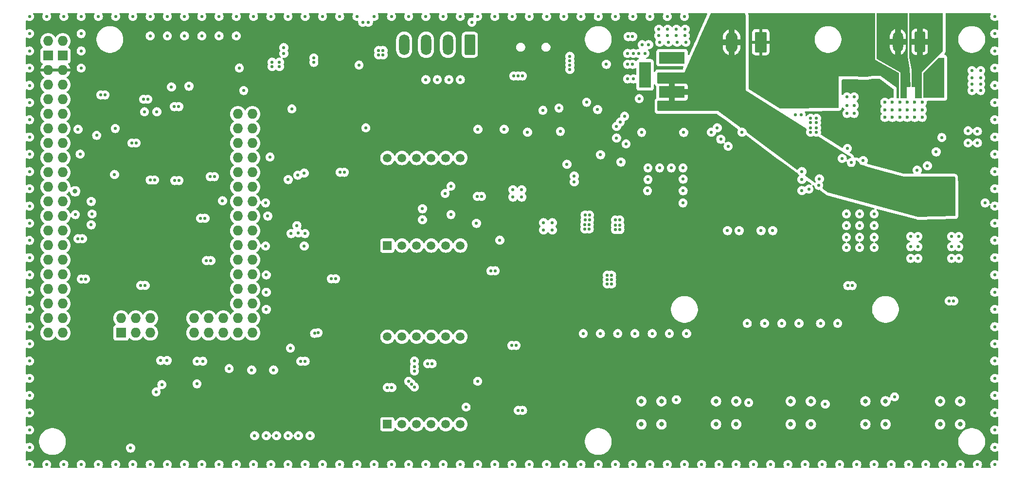
<source format=gbr>
%TF.GenerationSoftware,KiCad,Pcbnew,8.0.3*%
%TF.CreationDate,2024-08-04T18:58:25-04:00*%
%TF.ProjectId,UMTK,554d544b-2e6b-4696-9361-645f70636258,rev?*%
%TF.SameCoordinates,Original*%
%TF.FileFunction,Copper,L2,Inr*%
%TF.FilePolarity,Positive*%
%FSLAX46Y46*%
G04 Gerber Fmt 4.6, Leading zero omitted, Abs format (unit mm)*
G04 Created by KiCad (PCBNEW 8.0.3) date 2024-08-04 18:58:25*
%MOMM*%
%LPD*%
G01*
G04 APERTURE LIST*
G04 Aperture macros list*
%AMRoundRect*
0 Rectangle with rounded corners*
0 $1 Rounding radius*
0 $2 $3 $4 $5 $6 $7 $8 $9 X,Y pos of 4 corners*
0 Add a 4 corners polygon primitive as box body*
4,1,4,$2,$3,$4,$5,$6,$7,$8,$9,$2,$3,0*
0 Add four circle primitives for the rounded corners*
1,1,$1+$1,$2,$3*
1,1,$1+$1,$4,$5*
1,1,$1+$1,$6,$7*
1,1,$1+$1,$8,$9*
0 Add four rect primitives between the rounded corners*
20,1,$1+$1,$2,$3,$4,$5,0*
20,1,$1+$1,$4,$5,$6,$7,0*
20,1,$1+$1,$6,$7,$8,$9,0*
20,1,$1+$1,$8,$9,$2,$3,0*%
G04 Aperture macros list end*
%TA.AperFunction,ComponentPad*%
%ADD10RoundRect,0.250000X0.650000X1.550000X-0.650000X1.550000X-0.650000X-1.550000X0.650000X-1.550000X0*%
%TD*%
%TA.AperFunction,ComponentPad*%
%ADD11O,1.800000X3.600000*%
%TD*%
%TA.AperFunction,ComponentPad*%
%ADD12R,4.500000X2.000000*%
%TD*%
%TA.AperFunction,ComponentPad*%
%ADD13R,2.000000X4.500000*%
%TD*%
%TA.AperFunction,ComponentPad*%
%ADD14R,1.500000X1.500000*%
%TD*%
%TA.AperFunction,ComponentPad*%
%ADD15C,1.500000*%
%TD*%
%TA.AperFunction,HeatsinkPad*%
%ADD16C,0.600000*%
%TD*%
%TA.AperFunction,ComponentPad*%
%ADD17O,1.727200X1.727200*%
%TD*%
%TA.AperFunction,ComponentPad*%
%ADD18R,1.727200X1.727200*%
%TD*%
%TA.AperFunction,ComponentPad*%
%ADD19RoundRect,0.249999X0.790001X1.550001X-0.790001X1.550001X-0.790001X-1.550001X0.790001X-1.550001X0*%
%TD*%
%TA.AperFunction,ComponentPad*%
%ADD20O,2.080000X3.600000*%
%TD*%
%TA.AperFunction,ViaPad*%
%ADD21C,0.560000*%
%TD*%
%TA.AperFunction,ViaPad*%
%ADD22C,0.800000*%
%TD*%
G04 APERTURE END LIST*
D10*
%TO.N,/MotorDriver/VM-*%
%TO.C,J1*%
X175967000Y-25411500D03*
D11*
%TO.N,/MotorDriver/VM+*%
X172157000Y-25411500D03*
%TD*%
D12*
%TO.N,+12V*%
%TO.C,J5*%
X132839133Y-34176000D03*
%TO.N,GND*%
X132839133Y-28176000D03*
D13*
X128139133Y-31176000D03*
%TD*%
D14*
%TO.N,Net-(U6-SEG_E)*%
%TO.C,U8*%
X83300000Y-60885000D03*
D15*
%TO.N,Net-(U6-SEG_D)*%
X85840000Y-60885000D03*
%TO.N,Net-(U6-SEG_DP)*%
X88380000Y-60885000D03*
%TO.N,Net-(U6-SEG_C)*%
X90920000Y-60885000D03*
%TO.N,Net-(U6-SEG_G)*%
X93460000Y-60885000D03*
%TO.N,Net-(U6-DIG_3)*%
X96000000Y-60885000D03*
%TO.N,Net-(U6-SEG_B)*%
X96000000Y-45645000D03*
%TO.N,Net-(U6-DIG_2)*%
X93460000Y-45645000D03*
%TO.N,Net-(U6-DIG_1)*%
X90920000Y-45645000D03*
%TO.N,Net-(U6-SEG_F)*%
X88380000Y-45645000D03*
%TO.N,Net-(U6-SEG_A)*%
X85840000Y-45645000D03*
%TO.N,Net-(U6-DIG_0)*%
X83300000Y-45645000D03*
%TD*%
D16*
%TO.N,GND*%
%TO.C,U1*%
X169889000Y-38559500D03*
X171189000Y-38559500D03*
X172489000Y-38559500D03*
X173789000Y-38559500D03*
X175089000Y-38559500D03*
X176389000Y-38559500D03*
X169889000Y-37259500D03*
X171189000Y-37259500D03*
X172489000Y-37259500D03*
X173789000Y-37259500D03*
X175089000Y-37259500D03*
X176389000Y-37259500D03*
X169889000Y-35959500D03*
X171189000Y-35959500D03*
X172489000Y-35959500D03*
X173789000Y-35959500D03*
X175089000Y-35959500D03*
X176389000Y-35959500D03*
%TD*%
D17*
%TO.N,unconnected-(A2-3.3V-Pad3V31)*%
%TO.C,A2*%
X26797000Y-32893000D03*
%TO.N,unconnected-(A2-3.3V-Pad3V32)*%
X24257000Y-32893000D03*
%TO.N,+5V*%
X26797000Y-30353000D03*
%TO.N,unconnected-(A2-SPI_5V-Pad5V2)*%
X42037000Y-76073000D03*
%TO.N,+5V*%
X24257000Y-30353000D03*
%TO.N,/Arduino/Vin_Sense*%
X59817000Y-37973000D03*
%TO.N,/Arduino/VM_Sense*%
X57277000Y-37973000D03*
%TO.N,/Arduino/MOT_SENSE1*%
X59817000Y-40513000D03*
%TO.N,/Arduino/MOT_SENSE2*%
X57277000Y-40513000D03*
%TO.N,unconnected-(A2-PadA4)*%
X59817000Y-43053000D03*
%TO.N,unconnected-(A2-PadA5)*%
X57277000Y-43053000D03*
%TO.N,unconnected-(A2-PadA6)*%
X59817000Y-45593000D03*
%TO.N,unconnected-(A2-PadA7)*%
X57277000Y-45593000D03*
%TO.N,/Arduino/SW_1*%
X59817000Y-48133000D03*
%TO.N,/Arduino/SW_2*%
X57277000Y-48133000D03*
%TO.N,/Arduino/SW_3*%
X59817000Y-50673000D03*
%TO.N,/Arduino/SW_4*%
X57277000Y-50673000D03*
%TO.N,/Arduino/SW_5*%
X59817000Y-53213000D03*
%TO.N,unconnected-(A2-PadA13)*%
X57277000Y-53213000D03*
%TO.N,unconnected-(A2-PadA14)*%
X59817000Y-55753000D03*
%TO.N,unconnected-(A2-PadA15)*%
X57277000Y-55753000D03*
%TO.N,unconnected-(A2-PadAREF)*%
X26797000Y-35433000D03*
%TO.N,unconnected-(A2-D0{slash}RX0-PadD0)*%
X26797000Y-37973000D03*
%TO.N,unconnected-(A2-D1{slash}TX0-PadD1)*%
X24257000Y-37973000D03*
%TO.N,unconnected-(A2-D2_INT0-PadD2)*%
X26797000Y-40513000D03*
%TO.N,/Arduino/SLIDE_CLK*%
X24257000Y-40513000D03*
%TO.N,/Arduino/SLIDE_DAT*%
X26797000Y-43053000D03*
%TO.N,/Arduino/LC_SCK*%
X24257000Y-43053000D03*
%TO.N,/Arduino/LC_DT*%
X26797000Y-45593000D03*
%TO.N,/Arduino/MOT_DISABLE*%
X24257000Y-45593000D03*
%TO.N,/Arduino/MOT_EN_IN1*%
X26797000Y-48133000D03*
%TO.N,/Arduino/MOT_PH_IN2*%
X24257000Y-48133000D03*
%TO.N,/Arduino/MOT_nITRIP*%
X26797000Y-50673000D03*
%TO.N,/Arduino/MOT_nOL*%
X24257000Y-50673000D03*
%TO.N,/Arduino/MOT_nFAULT*%
X26797000Y-53213000D03*
%TO.N,unconnected-(A2-PadD13)*%
X24257000Y-53213000D03*
%TO.N,/Arduino/MOT_nSLEEP*%
X26797000Y-55753000D03*
%TO.N,unconnected-(A2-D15{slash}RX3-PadD15)*%
X24257000Y-55753000D03*
%TO.N,unconnected-(A2-D16{slash}TX2-PadD16)*%
X26797000Y-58293000D03*
%TO.N,unconnected-(A2-D17{slash}RX2-PadD17)*%
X24257000Y-58293000D03*
%TO.N,unconnected-(A2-D18{slash}TX1-PadD18)*%
X26797000Y-60833000D03*
%TO.N,unconnected-(A2-D19{slash}RX1-PadD19)*%
X24257000Y-60833000D03*
%TO.N,unconnected-(A2-D20{slash}SDA-PadD20)*%
X26797000Y-63373000D03*
%TO.N,unconnected-(A2-D21{slash}SCL-PadD21)*%
X24257000Y-63373000D03*
%TO.N,/Arduino/MOT_MODE*%
X26797000Y-65913000D03*
%TO.N,/Arduino/SLIDE_CLK_DIR*%
X24257000Y-65913000D03*
%TO.N,/Arduino/SLIDE_DAT_DIR*%
X26797000Y-68453000D03*
%TO.N,/Arduino/LC_RATE*%
X24257000Y-68453000D03*
%TO.N,/7Seg_Display/CS*%
X26797000Y-70993000D03*
%TO.N,unconnected-(A2-PadD27)*%
X24257000Y-70993000D03*
%TO.N,unconnected-(A2-PadD28)*%
X26797000Y-73533000D03*
%TO.N,unconnected-(A2-PadD29)*%
X24257000Y-73533000D03*
%TO.N,unconnected-(A2-PadD30)*%
X26797000Y-76073000D03*
%TO.N,unconnected-(A2-PadD31)*%
X24257000Y-76073000D03*
%TO.N,unconnected-(A2-PadD32)*%
X59817000Y-58293000D03*
%TO.N,unconnected-(A2-PadD33)*%
X57277000Y-58293000D03*
%TO.N,unconnected-(A2-PadD34)*%
X59817000Y-60833000D03*
%TO.N,unconnected-(A2-PadD35)*%
X57277000Y-60833000D03*
%TO.N,unconnected-(A2-PadD36)*%
X59817000Y-63373000D03*
%TO.N,unconnected-(A2-PadD37)*%
X57277000Y-63373000D03*
%TO.N,unconnected-(A2-PadD38)*%
X59817000Y-65913000D03*
%TO.N,unconnected-(A2-PadD39)*%
X57277000Y-65913000D03*
%TO.N,unconnected-(A2-PadD40)*%
X59817000Y-68453000D03*
%TO.N,unconnected-(A2-PadD41)*%
X57277000Y-68453000D03*
%TO.N,unconnected-(A2-PadD42)*%
X59817000Y-70993000D03*
%TO.N,unconnected-(A2-PadD43)*%
X57277000Y-70993000D03*
%TO.N,unconnected-(A2-PadD44)*%
X59817000Y-73533000D03*
%TO.N,unconnected-(A2-PadD45)*%
X57277000Y-73533000D03*
%TO.N,unconnected-(A2-PadD46)*%
X59817000Y-76073000D03*
%TO.N,unconnected-(A2-PadD47)*%
X57277000Y-76073000D03*
%TO.N,unconnected-(A2-PadD48)*%
X54737000Y-76073000D03*
%TO.N,unconnected-(A2-PadD49)*%
X54737000Y-73533000D03*
%TO.N,unconnected-(A2-D50_MISO-PadD50)*%
X52197000Y-76073000D03*
%TO.N,/7Seg_Display/DIN*%
X52197000Y-73533000D03*
%TO.N,/7Seg_Display/CLK*%
X49657000Y-76073000D03*
%TO.N,unconnected-(A2-D53_CS-PadD53)*%
X49657000Y-73533000D03*
D18*
%TO.N,GND*%
X26797000Y-27813000D03*
X24257000Y-27813000D03*
%TO.N,unconnected-(A2-SPI_GND-PadGND4)*%
X36957000Y-76073000D03*
D17*
%TO.N,unconnected-(A2-SPI_MISO-PadMISO)*%
X42037000Y-73533000D03*
%TO.N,unconnected-(A2-SPI_MOSI-PadMOSI)*%
X39497000Y-76073000D03*
%TO.N,unconnected-(A2-RESET-PadRST1)*%
X24257000Y-35433000D03*
%TO.N,unconnected-(A2-SPI_RESET-PadRST2)*%
X36957000Y-73533000D03*
%TO.N,unconnected-(A2-SPI_SCK-PadSCK)*%
X39497000Y-73533000D03*
%TO.N,unconnected-(A2-VIN-PadVIN1)*%
X26797000Y-25273000D03*
%TO.N,unconnected-(A2-VIN-PadVIN2)*%
X24257000Y-25273000D03*
%TD*%
D10*
%TO.N,GND*%
%TO.C,J3*%
X97660000Y-25932500D03*
D11*
%TO.N,/HX711/LCS+*%
X93850000Y-25932500D03*
%TO.N,/HX711/LCS-*%
X90040000Y-25932500D03*
%TO.N,/HX711/LCE+*%
X86230000Y-25932500D03*
%TD*%
D19*
%TO.N,VMOTOR*%
%TO.C,J2*%
X148281000Y-25487700D03*
D20*
%TO.N,+12V*%
X143201000Y-25487700D03*
%TD*%
D14*
%TO.N,Net-(U6-SEG_E)*%
%TO.C,U7*%
X83300000Y-92000000D03*
D15*
%TO.N,Net-(U6-SEG_D)*%
X85840000Y-92000000D03*
%TO.N,Net-(U6-SEG_DP)*%
X88380000Y-92000000D03*
%TO.N,Net-(U6-SEG_C)*%
X90920000Y-92000000D03*
%TO.N,Net-(U6-SEG_G)*%
X93460000Y-92000000D03*
%TO.N,Net-(U6-DIG_7)*%
X96000000Y-92000000D03*
%TO.N,Net-(U6-SEG_B)*%
X96000000Y-76760000D03*
%TO.N,Net-(U6-DIG_6)*%
X93460000Y-76760000D03*
%TO.N,Net-(U6-DIG_5)*%
X90920000Y-76760000D03*
%TO.N,Net-(U6-SEG_F)*%
X88380000Y-76760000D03*
%TO.N,Net-(U6-SEG_A)*%
X85840000Y-76760000D03*
%TO.N,Net-(U6-DIG_4)*%
X83300000Y-76760000D03*
%TD*%
D21*
%TO.N,/Arduino/VM_Sense*%
X141325600Y-42375000D03*
X58293000Y-33909000D03*
%TO.N,/7Seg_Display/DIN*%
X55753000Y-82296000D03*
%TO.N,/Arduino/MOT_nSLEEP*%
X179806600Y-42062400D03*
D22*
X28956004Y-51434998D03*
D21*
%TO.N,GND*%
X34163000Y-34671000D03*
X66040000Y-93980000D03*
X189000000Y-84000000D03*
X82550000Y-26924000D03*
X70500000Y-29000000D03*
X60198000Y-93980000D03*
X189000000Y-93000000D03*
X189000000Y-45000000D03*
X158369000Y-50419000D03*
X105000000Y-99000000D03*
X120382000Y-76200000D03*
X51181000Y-81026000D03*
X48000000Y-99000000D03*
X30226000Y-59690000D03*
X21000000Y-30000000D03*
X45000000Y-99000000D03*
X21000000Y-99000000D03*
X163271200Y-37896800D03*
X71247000Y-76073000D03*
X114000000Y-99000000D03*
X154940000Y-74422000D03*
X121564400Y-66040000D03*
X21000000Y-45000000D03*
X162458400Y-45720000D03*
X132080000Y-24357000D03*
X123748800Y-56438800D03*
D22*
X166500000Y-88000000D03*
X183000000Y-92000000D03*
D21*
X135382000Y-76200000D03*
X106680000Y-52451000D03*
X42000000Y-99000000D03*
X27000000Y-99000000D03*
X168021000Y-57404000D03*
X125984000Y-24511000D03*
X117000000Y-21000000D03*
X36000000Y-21000000D03*
X90000000Y-21000000D03*
X189000000Y-33000000D03*
X175641000Y-59309000D03*
X21000000Y-66000000D03*
X21000000Y-93000000D03*
X24000000Y-99000000D03*
D22*
X127500000Y-92000000D03*
D21*
X31902838Y-55397838D03*
X21000000Y-21000000D03*
X78000000Y-21000000D03*
X98000000Y-22000000D03*
X163195000Y-61214000D03*
X21000000Y-60000000D03*
X185039000Y-30403800D03*
X129382000Y-76200000D03*
X123002000Y-57357000D03*
X30000000Y-99000000D03*
X44034525Y-85076940D03*
X127127000Y-35306000D03*
X42773600Y-49479200D03*
X141000000Y-99000000D03*
X181864000Y-70510400D03*
X90322400Y-81432400D03*
X189000000Y-39000000D03*
X133604000Y-23214000D03*
X54000000Y-21000000D03*
X110490000Y-58166000D03*
X186000000Y-99000000D03*
X46990000Y-36703000D03*
X189000000Y-60000000D03*
X132000000Y-21000000D03*
X51000000Y-21000000D03*
X69000000Y-99000000D03*
X105156000Y-52451000D03*
X30022800Y-66700400D03*
X139700000Y-41148000D03*
X106807000Y-31369000D03*
X132080000Y-23214000D03*
X126111000Y-27432000D03*
X126382000Y-76200000D03*
X63246000Y-28956000D03*
D22*
X127500000Y-88000000D03*
D21*
X106070400Y-89560400D03*
X182753000Y-59309000D03*
X69850000Y-93980000D03*
X125095000Y-27432000D03*
X180000000Y-99000000D03*
X132715000Y-47380000D03*
X73533000Y-66675000D03*
X128574800Y-51358800D03*
X140716000Y-40386000D03*
X118465600Y-55575200D03*
X84000000Y-99000000D03*
X43815000Y-80899000D03*
X122986800Y-56438800D03*
X182753000Y-61087000D03*
X72000000Y-21000000D03*
X80000000Y-22000000D03*
D22*
X131000000Y-92000000D03*
D21*
X81000000Y-21000000D03*
X168021000Y-55372000D03*
X92000000Y-32000000D03*
X155295600Y-38100000D03*
X99695000Y-52324000D03*
X21000000Y-78000000D03*
X117382000Y-76200000D03*
X21000000Y-87000000D03*
X21000000Y-36000000D03*
X185039000Y-32791400D03*
X163195000Y-57404000D03*
X106045000Y-31369000D03*
X52451000Y-48895000D03*
X62865000Y-45466000D03*
X118465600Y-56388000D03*
X189000000Y-81000000D03*
X39573200Y-43027600D03*
X29819600Y-44958000D03*
X156972000Y-41148000D03*
X189000000Y-36000000D03*
D22*
X170000000Y-88000000D03*
D21*
X129000000Y-21000000D03*
X174371000Y-63119000D03*
X135128000Y-23214000D03*
X108000000Y-99000000D03*
X128651000Y-49412000D03*
X51816000Y-63500000D03*
X186000000Y-43000000D03*
X129000000Y-99000000D03*
X168000000Y-99000000D03*
X144000000Y-99000000D03*
X60000000Y-21000000D03*
X94000000Y-32000000D03*
X79000000Y-22000000D03*
X156972000Y-38735000D03*
D22*
X183000000Y-88000000D03*
D21*
X150368000Y-58293000D03*
X174000000Y-99000000D03*
X57000000Y-99000000D03*
X189000000Y-42000000D03*
X21000000Y-57000000D03*
X42000000Y-21000000D03*
X81788000Y-26924000D03*
X117703600Y-56388000D03*
X122326400Y-66802000D03*
X117668000Y-57992000D03*
X155448000Y-49382000D03*
X121564400Y-67564000D03*
X67818000Y-93980000D03*
X174371000Y-59309000D03*
X118430000Y-57230000D03*
X62230000Y-72009000D03*
X51562000Y-56134000D03*
X82550000Y-27686000D03*
X93000000Y-21000000D03*
X108000000Y-21000000D03*
X46278800Y-49580800D03*
X106680000Y-51181000D03*
X30000000Y-27000000D03*
X105283000Y-31369000D03*
X115062000Y-27940000D03*
X175641000Y-63119000D03*
X68986400Y-81026000D03*
X117703600Y-55575200D03*
X189000000Y-72000000D03*
X44958000Y-80899000D03*
X155448000Y-51308000D03*
X21000000Y-48000000D03*
X78000000Y-99000000D03*
X123000000Y-99000000D03*
X50800000Y-56134000D03*
X165000000Y-99000000D03*
X102000000Y-99000000D03*
X181483000Y-59309000D03*
X21000000Y-84000000D03*
X52578000Y-63500000D03*
X158671000Y-74422000D03*
D22*
X140500000Y-92000000D03*
D21*
X122326400Y-67564000D03*
X156667200Y-51054000D03*
X70500000Y-28238000D03*
X63500000Y-82550000D03*
X46228000Y-36703000D03*
X63246000Y-29718000D03*
X147000000Y-99000000D03*
X130556000Y-23214000D03*
X123002000Y-58119000D03*
X186563000Y-30403800D03*
X156000000Y-99000000D03*
X163271200Y-35026600D03*
X27000000Y-21000000D03*
X189000000Y-21000000D03*
X122326400Y-66040000D03*
X45000000Y-24384000D03*
X189000000Y-96000000D03*
X158496000Y-49276000D03*
X21000000Y-54000000D03*
X157988000Y-38735000D03*
X181483000Y-61087000D03*
X113411000Y-41021000D03*
X84000000Y-21000000D03*
X53213000Y-48895000D03*
X165481000Y-55372000D03*
X126111000Y-31877000D03*
X21000000Y-90000000D03*
X104952800Y-78282800D03*
X39000000Y-21000000D03*
X174371000Y-61087000D03*
X105000000Y-21000000D03*
X54000000Y-24384000D03*
X29464000Y-59690000D03*
X81788000Y-27686000D03*
X62230000Y-93980000D03*
X175641000Y-61087000D03*
X132382000Y-76200000D03*
X120000000Y-99000000D03*
X84074000Y-85598000D03*
X123382000Y-76200000D03*
X93000000Y-99000000D03*
X21000000Y-81000000D03*
X75057000Y-48133000D03*
X63000000Y-21000000D03*
X90000000Y-99000000D03*
X121564400Y-66802000D03*
X126000000Y-99000000D03*
X29000000Y-55500000D03*
X30000000Y-24000000D03*
X30000000Y-30000000D03*
X42011600Y-49479200D03*
X40843200Y-35407600D03*
X21000000Y-27000000D03*
X102057200Y-65278000D03*
X163195000Y-59436000D03*
X134772400Y-49326800D03*
D22*
X140500000Y-88000000D03*
D21*
X189000000Y-78000000D03*
X145940000Y-74422000D03*
X21000000Y-33000000D03*
X163271200Y-36474400D03*
X72000000Y-99000000D03*
X120396000Y-45085000D03*
X185039000Y-33909000D03*
X164541200Y-36474400D03*
X111000000Y-21000000D03*
X164541200Y-37896800D03*
D22*
X144000000Y-88000000D03*
X131000000Y-88000000D03*
D21*
X48000000Y-24384000D03*
X189000000Y-24000000D03*
X135255000Y-25500000D03*
X125984000Y-29337000D03*
X30000000Y-21000000D03*
X134772400Y-51358800D03*
X24000000Y-21000000D03*
X134747000Y-53476000D03*
X63000000Y-99000000D03*
D22*
X179500000Y-88000000D03*
D21*
X163423600Y-67868800D03*
X96000000Y-32000000D03*
X181102000Y-70510400D03*
X54000000Y-99000000D03*
X156972000Y-39497000D03*
X117000000Y-99000000D03*
X148336000Y-58293000D03*
X33000000Y-21000000D03*
X59690000Y-82550000D03*
X156972000Y-40386000D03*
X164185600Y-67868800D03*
X189000000Y-69000000D03*
X96000000Y-21000000D03*
X69000000Y-21000000D03*
X142494000Y-58293000D03*
X128651000Y-47380000D03*
X115062000Y-28702000D03*
X181483000Y-63119000D03*
X182753000Y-63119000D03*
X98933000Y-52324000D03*
X127050800Y-27432000D03*
X60000000Y-99000000D03*
X153000000Y-99000000D03*
X186563000Y-31673800D03*
X148940000Y-74422000D03*
X62230000Y-69009000D03*
X186563000Y-32791400D03*
X189000000Y-66000000D03*
X159000000Y-99000000D03*
X99060000Y-40640000D03*
D22*
X153500000Y-92000000D03*
D21*
X189000000Y-54000000D03*
X64008000Y-93980000D03*
X33401000Y-34671000D03*
X125095000Y-29337000D03*
D22*
X144000000Y-92000000D03*
D21*
X184353200Y-43027600D03*
X39000000Y-99000000D03*
X87000000Y-99000000D03*
X110490000Y-56896000D03*
X126000000Y-21000000D03*
X31750000Y-57277000D03*
X29464000Y-40640000D03*
X96000000Y-99000000D03*
X115062000Y-29464000D03*
D22*
X166500000Y-92000000D03*
D21*
X115062000Y-30226000D03*
X166116000Y-46101000D03*
X21000000Y-51000000D03*
X101295200Y-65278000D03*
X36000000Y-99000000D03*
X177292000Y-46990000D03*
X128778000Y-25908000D03*
X66000000Y-21000000D03*
X45000000Y-21000000D03*
X21000000Y-63000000D03*
X78359000Y-29464000D03*
X185039000Y-31673800D03*
X134747000Y-47380000D03*
X123000000Y-21000000D03*
X120000000Y-21000000D03*
X21000000Y-24000000D03*
X105714800Y-78282800D03*
X189000000Y-75000000D03*
X125222000Y-24511000D03*
D22*
X157000000Y-88000000D03*
D21*
X99000000Y-21000000D03*
X107696000Y-41148000D03*
X183000000Y-99000000D03*
X189000000Y-27000000D03*
X40386000Y-67818000D03*
X150000000Y-99000000D03*
X157988000Y-40386000D03*
X130556000Y-24357000D03*
X50165000Y-84963000D03*
D22*
X179500000Y-92000000D03*
D21*
X189000000Y-63000000D03*
X134874000Y-41198800D03*
X42000000Y-24384000D03*
X21000000Y-69000000D03*
X165481000Y-59436000D03*
X189000000Y-48000000D03*
X135000000Y-99000000D03*
X186000000Y-41000000D03*
X30784800Y-66700400D03*
D22*
X153500000Y-88000000D03*
D21*
X62230000Y-66009000D03*
X33000000Y-99000000D03*
X21000000Y-42000000D03*
X112014000Y-56896000D03*
X87000000Y-21000000D03*
X168021000Y-59436000D03*
X157988000Y-41148000D03*
X123764000Y-58119000D03*
X74295000Y-66675000D03*
X21000000Y-39000000D03*
X64516000Y-28956000D03*
X38811200Y-43027600D03*
X144526000Y-58293000D03*
X81000000Y-99000000D03*
X132000000Y-99000000D03*
X41605200Y-35407600D03*
X83312000Y-85598000D03*
X125095000Y-31877000D03*
D22*
X157000000Y-92000000D03*
D21*
X162000000Y-99000000D03*
X177000000Y-99000000D03*
X119888000Y-37211000D03*
X189000000Y-90000000D03*
X189000000Y-30000000D03*
X75000000Y-21000000D03*
X175514000Y-47752000D03*
X151940000Y-74422000D03*
X99000000Y-99000000D03*
X106832400Y-89560400D03*
X51000000Y-99000000D03*
X127635000Y-25908000D03*
X138000000Y-99000000D03*
X123764000Y-57357000D03*
X68224400Y-81026000D03*
X91084400Y-81432400D03*
X21000000Y-96000000D03*
X135000000Y-21000000D03*
X145034000Y-41148000D03*
X103632000Y-40640000D03*
X184353200Y-40894000D03*
X133604000Y-24357000D03*
X90000000Y-32000000D03*
X57000000Y-21000000D03*
X70618060Y-76166476D03*
X161671000Y-74422000D03*
X189000000Y-51000000D03*
X21000000Y-75000000D03*
X155448000Y-48006000D03*
X189000000Y-87000000D03*
X75000000Y-99000000D03*
X133731000Y-25500000D03*
X127558800Y-41198800D03*
X64516000Y-29718000D03*
X47040800Y-49580800D03*
X51000000Y-24384000D03*
X111000000Y-99000000D03*
X66000000Y-99000000D03*
X157988000Y-39497000D03*
X132207000Y-25500000D03*
X117668000Y-57230000D03*
X114000000Y-21000000D03*
X112014000Y-58166000D03*
X31750000Y-53213000D03*
X130683000Y-47380000D03*
X189000000Y-57000000D03*
X163195000Y-55372000D03*
X189000000Y-99000000D03*
X105156000Y-51181000D03*
X57000000Y-24384000D03*
X128143000Y-27432000D03*
X48000000Y-21000000D03*
X21000000Y-72000000D03*
X165481000Y-61214000D03*
X154279600Y-38100000D03*
X130683000Y-25500000D03*
X102000000Y-21000000D03*
X186563000Y-33909000D03*
X79550000Y-40386000D03*
X164033200Y-46431200D03*
X171000000Y-99000000D03*
X50165000Y-81026000D03*
D22*
X170000000Y-92000000D03*
D21*
X164541200Y-35026600D03*
X135128000Y-24357000D03*
X41148000Y-67818000D03*
X165481000Y-57404000D03*
X75819000Y-48133000D03*
X118430000Y-57992000D03*
X168021000Y-61214000D03*
%TO.N,/7Seg_Display/CLK*%
X38608000Y-96139000D03*
%TO.N,/Arduino/LC_SCK*%
X65278000Y-26416000D03*
%TO.N,/Arduino/MOT_nOL*%
X123825000Y-39370000D03*
X35941000Y-40513000D03*
%TO.N,+5V*%
X135204200Y-65735200D03*
X172720000Y-83312000D03*
X85598000Y-33782000D03*
X40004000Y-55550000D03*
X136855200Y-66878200D03*
X132334000Y-85598000D03*
X138379200Y-66878200D03*
X33782000Y-90678000D03*
X85598000Y-32766000D03*
X34544000Y-90678000D03*
X115773200Y-56896000D03*
X146050000Y-83947000D03*
X135966200Y-65735200D03*
X134442200Y-65735200D03*
X138506200Y-68021200D03*
X114884200Y-56896000D03*
X115773200Y-56134000D03*
X86614000Y-32766000D03*
X70358000Y-32004000D03*
X135331200Y-66878200D03*
X115773200Y-55372000D03*
X139268200Y-68021200D03*
X136728200Y-65735200D03*
X37973000Y-94234000D03*
X68580000Y-35306000D03*
X114884200Y-55372000D03*
X105854500Y-41021000D03*
X132969000Y-84962996D03*
X138379200Y-65735200D03*
X164592000Y-44196000D03*
X159131000Y-83947000D03*
X147066000Y-83907000D03*
X40004000Y-54661000D03*
X119253000Y-86487000D03*
X40004000Y-56566000D03*
X169291000Y-46101000D03*
X33020000Y-89789000D03*
X114884200Y-56134000D03*
X33020000Y-90678000D03*
X160020000Y-83907000D03*
X137617200Y-66878200D03*
X34544000Y-89789000D03*
X111760000Y-41021000D03*
X67691000Y-35306000D03*
X70358000Y-33528000D03*
X119253000Y-85471000D03*
X66802000Y-35306000D03*
X136220200Y-68021200D03*
X38735000Y-94234000D03*
X136093200Y-66878200D03*
X106616500Y-41021000D03*
X139268200Y-66878200D03*
X86614000Y-33782000D03*
X172085000Y-82042000D03*
X70358000Y-32766000D03*
X137744200Y-68021200D03*
X33782000Y-89789000D03*
X140157200Y-68021200D03*
X137490200Y-65735200D03*
X110998000Y-41021000D03*
X136982200Y-68021200D03*
%TO.N,/Arduino/MOT_SENSE1*%
X115824000Y-48768000D03*
X178816000Y-44576998D03*
%TO.N,/Arduino/MOT_SENSE2*%
X187325000Y-53467000D03*
X115824000Y-49784000D03*
%TO.N,/Arduino/SLIDE_CLK*%
X45720000Y-33274000D03*
X32692888Y-41709888D03*
%TO.N,/Arduino/SW_4*%
X159512000Y-88479000D03*
X98806004Y-57023000D03*
X67818000Y-58674000D03*
X54610000Y-53086000D03*
%TO.N,/Arduino/LC_DT*%
X65278000Y-27432000D03*
%TO.N,/Arduino/SW_1*%
X68961000Y-58801000D03*
X62103000Y-53467000D03*
%TO.N,/Arduino/SW_2*%
X133604000Y-87717000D03*
X62484000Y-55753000D03*
X89408000Y-56388000D03*
X67555925Y-57412075D03*
%TO.N,/Arduino/MOT_nITRIP*%
X43180000Y-37592000D03*
X124587000Y-38354000D03*
%TO.N,/Arduino/MOT_MODE*%
X163355044Y-43951013D03*
X89408000Y-54483000D03*
X66548000Y-58801000D03*
%TO.N,/Arduino/LC_RATE*%
X48768000Y-33147000D03*
X57531000Y-29972000D03*
%TO.N,/Arduino/SW_5*%
X62103000Y-60960000D03*
X68834000Y-60960000D03*
X102870000Y-59944000D03*
X171577000Y-87209000D03*
%TO.N,/Arduino/Vin_Sense*%
X114554000Y-46736000D03*
X123952000Y-46355000D03*
%TO.N,/Arduino/SW_3*%
X94361000Y-55499000D03*
X146177000Y-88225000D03*
X66040000Y-49403000D03*
%TO.N,/Arduino/SLIDE_CLK_DIR*%
X41021000Y-37592000D03*
X66675000Y-37084000D03*
%TO.N,VMOTOR*%
X149145933Y-21427400D03*
X157099000Y-32131000D03*
X177800000Y-30353000D03*
X151384000Y-34417000D03*
X153035000Y-36322000D03*
X170561000Y-31242000D03*
X157988000Y-32893000D03*
X177190400Y-32004000D03*
X157607000Y-36322000D03*
X151384000Y-32131000D03*
X171958000Y-32258000D03*
X164084000Y-28448000D03*
X153797000Y-36322000D03*
X170561000Y-30353000D03*
X146859933Y-21427400D03*
X177980667Y-32750800D03*
X157988000Y-34417000D03*
X163322000Y-28448000D03*
X155321000Y-36322000D03*
X177980667Y-31242000D03*
X146859933Y-22479000D03*
X152273000Y-32893000D03*
X157988000Y-32131000D03*
X150266400Y-26126400D03*
X147955000Y-29372600D03*
X178409600Y-29667200D03*
X157099000Y-33655000D03*
X150241000Y-22479000D03*
X179222400Y-29667200D03*
X152273000Y-32131000D03*
X147955000Y-21427400D03*
X150266400Y-27178000D03*
X157099000Y-34417000D03*
X151384000Y-33655000D03*
X179120800Y-28905200D03*
X149145933Y-29372600D03*
X150241000Y-28321000D03*
X179933600Y-28905200D03*
X156845000Y-36322000D03*
X171348400Y-32258000D03*
X150241000Y-29372600D03*
X149145933Y-22479000D03*
X152273000Y-33655000D03*
X156083000Y-36322000D03*
X147955000Y-28321000D03*
X157099000Y-32893000D03*
X178612800Y-30378400D03*
X150266400Y-24094400D03*
X152273000Y-34417000D03*
X157988000Y-33655000D03*
X152273000Y-36322000D03*
X177980667Y-32004000D03*
X165608000Y-28448000D03*
X162560000Y-29464000D03*
X169900600Y-30810200D03*
X171348400Y-31511200D03*
X150266400Y-25146000D03*
X151384000Y-32893000D03*
X177190400Y-31242000D03*
X149145933Y-28321000D03*
X171348400Y-30749200D03*
X146859933Y-28321000D03*
X177190400Y-32750800D03*
X166370000Y-28448000D03*
X171958000Y-31511200D03*
X154559000Y-36322000D03*
X147955000Y-22479000D03*
X164846000Y-28448000D03*
X169926000Y-29972000D03*
X162560000Y-30988000D03*
X150241000Y-21427400D03*
X146859933Y-29372600D03*
X162560000Y-30226000D03*
%TO.N,+12V*%
X181102000Y-50891400D03*
X141271933Y-22479000D03*
X134620000Y-32054800D03*
X176149000Y-51145400D03*
X141224000Y-27178000D03*
X144018000Y-28260000D03*
X133604000Y-32054800D03*
X144018000Y-29311600D03*
X176149000Y-53177400D03*
X143637000Y-22479000D03*
X144780000Y-21427400D03*
X137058400Y-35864800D03*
X131064000Y-32054800D03*
X142367000Y-29337000D03*
X141224000Y-24094400D03*
X144780000Y-22479000D03*
X136296400Y-34594800D03*
X176149000Y-54229000D03*
X136296400Y-33578800D03*
X131064000Y-36068000D03*
X141271933Y-21427400D03*
X142367000Y-28285400D03*
X136296400Y-36880800D03*
X134620000Y-36830000D03*
X136245600Y-32207200D03*
X133604000Y-36830000D03*
X141322733Y-28260000D03*
X144957800Y-28260000D03*
X131064000Y-36830000D03*
X141224000Y-26126400D03*
X133604000Y-31292800D03*
X134620000Y-36068000D03*
X132080000Y-36830000D03*
X134620000Y-31292800D03*
X137007600Y-31191200D03*
X141224000Y-25146000D03*
X132080000Y-32054800D03*
X142494000Y-21427400D03*
X136296400Y-35864800D03*
X132080000Y-31292800D03*
X133604000Y-36068000D03*
X181102000Y-52923400D03*
X143637000Y-21427400D03*
X137007600Y-32207200D03*
X142494000Y-22479000D03*
X137058400Y-33578800D03*
X136245600Y-31191200D03*
X141322733Y-29311600D03*
X132080000Y-36068000D03*
X131064000Y-31292800D03*
X137058400Y-34594800D03*
X181102000Y-53975000D03*
X176149000Y-52197000D03*
X144957800Y-29311600D03*
X137058400Y-36880800D03*
X181102000Y-51943000D03*
%TO.N,/MotorDriver/VM+*%
X173789667Y-32766000D03*
X169164000Y-22098000D03*
X169164000Y-23749000D03*
X171450000Y-22098000D03*
X173789667Y-32160997D03*
X169164000Y-25273000D03*
X173027735Y-32152009D03*
X173027735Y-31588612D03*
X170307000Y-22098000D03*
X169164000Y-26924000D03*
X170180000Y-23749000D03*
X170180000Y-25273000D03*
X173789667Y-31597600D03*
X172974000Y-22098000D03*
X173027667Y-32766000D03*
X170180000Y-26924000D03*
%TO.N,/MotorDriver/VM-*%
X175059735Y-32152009D03*
X175059667Y-32766000D03*
X175133000Y-22098000D03*
X178054000Y-23622000D03*
X175821667Y-32766000D03*
X176530000Y-22098000D03*
X179070000Y-23622000D03*
X175059735Y-31588612D03*
X179070000Y-26797000D03*
X178054000Y-25273000D03*
X177800000Y-22098000D03*
X179070000Y-25273000D03*
X178054000Y-26797000D03*
X175821667Y-31597600D03*
X179070000Y-22098000D03*
X175821667Y-32160997D03*
%TO.N,/Linear Slide/_SLIDE_DAT_*%
X121412000Y-29337000D03*
X113157000Y-36957000D03*
%TO.N,Net-(U6-SEG_A)*%
X87500000Y-85000000D03*
X87000000Y-84500000D03*
X88000000Y-85500000D03*
%TO.N,Net-(U6-DIG_5)*%
X43053000Y-86360006D03*
X66421000Y-78740000D03*
%TO.N,Net-(U6-SEG_F)*%
X88000000Y-81000000D03*
X88000000Y-82730003D03*
X88000000Y-82000000D03*
%TO.N,Net-(U6-SEG_B)*%
X99000000Y-84500000D03*
X97000000Y-89000000D03*
%TO.N,/Arduino/MOT_DISABLE*%
X93345000Y-51816000D03*
X124841000Y-43180000D03*
X67691000Y-48641000D03*
%TO.N,/Arduino/MOT_PH_IN2*%
X68834000Y-48260000D03*
X123190000Y-42164000D03*
X35814000Y-48514000D03*
X94361000Y-50546000D03*
%TO.N,/Arduino/MOT_nFAULT*%
X142595600Y-43589000D03*
%TO.N,/Arduino/MOT_EN_IN1*%
X123190000Y-40132000D03*
%TO.N,/Linear Slide/_SLIDE_CLK_*%
X117983000Y-35941000D03*
X110363000Y-37338000D03*
%TD*%
%TA.AperFunction,Conductor*%
%TO.N,/MotorDriver/VM-*%
G36*
X179906738Y-20418093D02*
G01*
X179932458Y-20462642D01*
X179933600Y-20475700D01*
X179933600Y-27080852D01*
X179916007Y-27129190D01*
X179911574Y-27134026D01*
X176326800Y-30718799D01*
X176326800Y-35164800D01*
X176309207Y-35213138D01*
X176264658Y-35238858D01*
X176251600Y-35240000D01*
X175233600Y-35240000D01*
X175185262Y-35222407D01*
X175159542Y-35177858D01*
X175158400Y-35164800D01*
X175158400Y-33258800D01*
X174624000Y-33258800D01*
X174575662Y-33241207D01*
X174549942Y-33196658D01*
X174548800Y-33183600D01*
X174548800Y-30226000D01*
X174118642Y-28201727D01*
X174117000Y-28186096D01*
X174117000Y-27011473D01*
X174567001Y-27011473D01*
X174577494Y-27114194D01*
X174577495Y-27114197D01*
X174632642Y-27280622D01*
X174724681Y-27429842D01*
X174724686Y-27429848D01*
X174848651Y-27553813D01*
X174848657Y-27553818D01*
X174997877Y-27645857D01*
X175164302Y-27701005D01*
X175164301Y-27701005D01*
X175267027Y-27711499D01*
X175459000Y-27711499D01*
X176475000Y-27711499D01*
X176666973Y-27711499D01*
X176769694Y-27701005D01*
X176769697Y-27701004D01*
X176936122Y-27645857D01*
X177085342Y-27553818D01*
X177085348Y-27553813D01*
X177209313Y-27429848D01*
X177209318Y-27429842D01*
X177301357Y-27280622D01*
X177356505Y-27114197D01*
X177367000Y-27011472D01*
X177367000Y-25919500D01*
X176475000Y-25919500D01*
X176475000Y-27711499D01*
X175459000Y-27711499D01*
X175459000Y-25919500D01*
X174567001Y-25919500D01*
X174567001Y-27011473D01*
X174117000Y-27011473D01*
X174117000Y-25332509D01*
X175367000Y-25332509D01*
X175367000Y-25490491D01*
X175407889Y-25643091D01*
X175486881Y-25779908D01*
X175598592Y-25891619D01*
X175735409Y-25970611D01*
X175888009Y-26011500D01*
X176045991Y-26011500D01*
X176198591Y-25970611D01*
X176335408Y-25891619D01*
X176447119Y-25779908D01*
X176526111Y-25643091D01*
X176567000Y-25490491D01*
X176567000Y-25332509D01*
X176526111Y-25179909D01*
X176447119Y-25043092D01*
X176335408Y-24931381D01*
X176287117Y-24903500D01*
X176475000Y-24903500D01*
X177366999Y-24903500D01*
X177366999Y-23811526D01*
X177356505Y-23708805D01*
X177356504Y-23708802D01*
X177301357Y-23542377D01*
X177209318Y-23393157D01*
X177209313Y-23393151D01*
X177085348Y-23269186D01*
X177085342Y-23269181D01*
X176936122Y-23177142D01*
X176769697Y-23121994D01*
X176769698Y-23121994D01*
X176666973Y-23111500D01*
X176475000Y-23111500D01*
X176475000Y-24903500D01*
X176287117Y-24903500D01*
X176198591Y-24852389D01*
X176045991Y-24811500D01*
X175888009Y-24811500D01*
X175735409Y-24852389D01*
X175598592Y-24931381D01*
X175486881Y-25043092D01*
X175407889Y-25179909D01*
X175367000Y-25332509D01*
X174117000Y-25332509D01*
X174117000Y-23811527D01*
X174567000Y-23811527D01*
X174567000Y-24903500D01*
X175459000Y-24903500D01*
X175459000Y-23111500D01*
X175267027Y-23111500D01*
X175164305Y-23121994D01*
X175164302Y-23121995D01*
X174997877Y-23177142D01*
X174848657Y-23269181D01*
X174848651Y-23269186D01*
X174724686Y-23393151D01*
X174724681Y-23393157D01*
X174632642Y-23542377D01*
X174577494Y-23708802D01*
X174567000Y-23811527D01*
X174117000Y-23811527D01*
X174117000Y-20475700D01*
X174134593Y-20427362D01*
X174179142Y-20401642D01*
X174192200Y-20400500D01*
X179858400Y-20400500D01*
X179906738Y-20418093D01*
G37*
%TD.AperFunction*%
%TD*%
%TA.AperFunction,Conductor*%
%TO.N,/MotorDriver/VM+*%
G36*
X173836138Y-20418093D02*
G01*
X173861858Y-20462642D01*
X173863000Y-20475700D01*
X173863000Y-28065039D01*
X174242938Y-30093331D01*
X174244185Y-30104760D01*
X174343104Y-33181183D01*
X174327073Y-33230061D01*
X174283375Y-33257200D01*
X174267943Y-33258800D01*
X173685200Y-33258800D01*
X173685200Y-35164800D01*
X173667607Y-35213138D01*
X173623058Y-35238858D01*
X173610000Y-35240000D01*
X172642800Y-35240000D01*
X172594462Y-35222407D01*
X172568742Y-35177858D01*
X172567600Y-35164800D01*
X172567600Y-30733999D01*
X168449787Y-28413942D01*
X168416309Y-28374886D01*
X168411500Y-28348425D01*
X168411500Y-26421684D01*
X170757000Y-26421684D01*
X170791471Y-26639326D01*
X170791474Y-26639338D01*
X170859568Y-26848912D01*
X170959615Y-27045264D01*
X171089136Y-27223534D01*
X171089148Y-27223548D01*
X171244951Y-27379351D01*
X171244965Y-27379363D01*
X171423235Y-27508884D01*
X171619591Y-27608932D01*
X171648999Y-27618486D01*
X171649000Y-27618486D01*
X172665000Y-27618486D01*
X172694408Y-27608932D01*
X172890764Y-27508884D01*
X173069034Y-27379363D01*
X173069048Y-27379351D01*
X173224851Y-27223548D01*
X173224863Y-27223534D01*
X173354384Y-27045264D01*
X173454431Y-26848912D01*
X173522525Y-26639338D01*
X173522528Y-26639326D01*
X173556999Y-26421684D01*
X173557000Y-26421677D01*
X173557000Y-25919500D01*
X172665000Y-25919500D01*
X172665000Y-27618486D01*
X171649000Y-27618486D01*
X171649000Y-25919500D01*
X170757000Y-25919500D01*
X170757000Y-26421684D01*
X168411500Y-26421684D01*
X168411500Y-25332509D01*
X171557000Y-25332509D01*
X171557000Y-25490491D01*
X171597889Y-25643091D01*
X171676881Y-25779908D01*
X171788592Y-25891619D01*
X171925409Y-25970611D01*
X172078009Y-26011500D01*
X172235991Y-26011500D01*
X172388591Y-25970611D01*
X172525408Y-25891619D01*
X172637119Y-25779908D01*
X172716111Y-25643091D01*
X172757000Y-25490491D01*
X172757000Y-25332509D01*
X172716111Y-25179909D01*
X172637119Y-25043092D01*
X172525408Y-24931381D01*
X172477117Y-24903500D01*
X172665000Y-24903500D01*
X173557000Y-24903500D01*
X173557000Y-24401322D01*
X173556999Y-24401315D01*
X173522528Y-24183673D01*
X173522525Y-24183661D01*
X173454431Y-23974087D01*
X173354384Y-23777735D01*
X173224863Y-23599465D01*
X173224851Y-23599451D01*
X173069048Y-23443648D01*
X173069034Y-23443636D01*
X172890764Y-23314115D01*
X172694414Y-23214069D01*
X172665000Y-23204512D01*
X172665000Y-24903500D01*
X172477117Y-24903500D01*
X172388591Y-24852389D01*
X172235991Y-24811500D01*
X172078009Y-24811500D01*
X171925409Y-24852389D01*
X171788592Y-24931381D01*
X171676881Y-25043092D01*
X171597889Y-25179909D01*
X171557000Y-25332509D01*
X168411500Y-25332509D01*
X168411500Y-24401315D01*
X170757000Y-24401315D01*
X170757000Y-24903500D01*
X171649000Y-24903500D01*
X171649000Y-23204512D01*
X171648999Y-23204512D01*
X171619585Y-23214069D01*
X171423235Y-23314115D01*
X171244965Y-23443636D01*
X171244951Y-23443648D01*
X171089148Y-23599451D01*
X171089136Y-23599465D01*
X170959615Y-23777735D01*
X170859568Y-23974087D01*
X170791474Y-24183661D01*
X170791471Y-24183673D01*
X170757000Y-24401315D01*
X168411500Y-24401315D01*
X168411500Y-20475700D01*
X168429093Y-20427362D01*
X168473642Y-20401642D01*
X168486700Y-20400500D01*
X173787800Y-20400500D01*
X173836138Y-20418093D01*
G37*
%TD.AperFunction*%
%TD*%
%TA.AperFunction,Conductor*%
%TO.N,+12V*%
G36*
X145510439Y-20420185D02*
G01*
X145556194Y-20472989D01*
X145567400Y-20524500D01*
X145567400Y-33909000D01*
X140843000Y-37465000D01*
X130426000Y-37465000D01*
X130358961Y-37445315D01*
X130313206Y-37392511D01*
X130302000Y-37341000D01*
X130302000Y-35789684D01*
X130321685Y-35722645D01*
X130374489Y-35676890D01*
X130443647Y-35666946D01*
X130469336Y-35673503D01*
X130480035Y-35677493D01*
X130540551Y-35683999D01*
X130540553Y-35684000D01*
X132331133Y-35684000D01*
X133347133Y-35684000D01*
X135137713Y-35684000D01*
X135137714Y-35683999D01*
X135198230Y-35677493D01*
X135335094Y-35626446D01*
X135335094Y-35626445D01*
X135452036Y-35538903D01*
X135539578Y-35421961D01*
X135539579Y-35421961D01*
X135590626Y-35285097D01*
X135597132Y-35224581D01*
X135597133Y-35224580D01*
X135597133Y-34684000D01*
X133347133Y-34684000D01*
X133347133Y-35684000D01*
X132331133Y-35684000D01*
X132331133Y-34676000D01*
X134154959Y-34676000D01*
X134282126Y-34641925D01*
X134396140Y-34576099D01*
X134489232Y-34483007D01*
X134555058Y-34368993D01*
X134589133Y-34241826D01*
X134589133Y-34110174D01*
X134555058Y-33983007D01*
X134489232Y-33868993D01*
X134396140Y-33775901D01*
X134282126Y-33710075D01*
X134154959Y-33676000D01*
X132331133Y-33676000D01*
X132331133Y-33668000D01*
X133347133Y-33668000D01*
X135597133Y-33668000D01*
X135597133Y-33127420D01*
X135597132Y-33127418D01*
X135590626Y-33066902D01*
X135539579Y-32930038D01*
X135452036Y-32813096D01*
X135335094Y-32725554D01*
X135335094Y-32725553D01*
X135198230Y-32674506D01*
X135137714Y-32668000D01*
X133347133Y-32668000D01*
X133347133Y-33668000D01*
X132331133Y-33668000D01*
X132331133Y-32668000D01*
X130540551Y-32668000D01*
X130480033Y-32674506D01*
X130480031Y-32674506D01*
X130469330Y-32678498D01*
X130399638Y-32683480D01*
X130338316Y-32649994D01*
X130304833Y-32588670D01*
X130302000Y-32562315D01*
X130302000Y-30858000D01*
X130321685Y-30790961D01*
X130374489Y-30745206D01*
X130426000Y-30734000D01*
X135000999Y-30734000D01*
X135001000Y-30734000D01*
X136965012Y-26369529D01*
X141653000Y-26369529D01*
X141691117Y-26610192D01*
X141766410Y-26841923D01*
X141766412Y-26841926D01*
X141877031Y-27059029D01*
X142020253Y-27256155D01*
X142192544Y-27428446D01*
X142389670Y-27571668D01*
X142606773Y-27682287D01*
X142606779Y-27682290D01*
X142692999Y-27710304D01*
X143709000Y-27710304D01*
X143795220Y-27682290D01*
X143795226Y-27682287D01*
X144012329Y-27571668D01*
X144209455Y-27428446D01*
X144381746Y-27256155D01*
X144524968Y-27059029D01*
X144635587Y-26841926D01*
X144635589Y-26841923D01*
X144710882Y-26610192D01*
X144749000Y-26369529D01*
X144749000Y-25995700D01*
X143709000Y-25995700D01*
X143709000Y-27710304D01*
X142692999Y-27710304D01*
X142693000Y-27710303D01*
X142693000Y-25995700D01*
X141653000Y-25995700D01*
X141653000Y-26369529D01*
X136965012Y-26369529D01*
X137287000Y-25654000D01*
X137389280Y-25418756D01*
X142501000Y-25418756D01*
X142501000Y-25556644D01*
X142527901Y-25691882D01*
X142580668Y-25819274D01*
X142657274Y-25933924D01*
X142754776Y-26031426D01*
X142869426Y-26108032D01*
X142996818Y-26160799D01*
X143132056Y-26187700D01*
X143269944Y-26187700D01*
X143405182Y-26160799D01*
X143532574Y-26108032D01*
X143647224Y-26031426D01*
X143744726Y-25933924D01*
X143821332Y-25819274D01*
X143874099Y-25691882D01*
X143901000Y-25556644D01*
X143901000Y-25418756D01*
X143874099Y-25283518D01*
X143821332Y-25156126D01*
X143744726Y-25041476D01*
X143682950Y-24979700D01*
X143709000Y-24979700D01*
X144749000Y-24979700D01*
X144749000Y-24605870D01*
X144710882Y-24365207D01*
X144635589Y-24133476D01*
X144635587Y-24133473D01*
X144524968Y-23916370D01*
X144381746Y-23719244D01*
X144209455Y-23546953D01*
X144012329Y-23403731D01*
X143795230Y-23293113D01*
X143709000Y-23265095D01*
X143709000Y-24979700D01*
X143682950Y-24979700D01*
X143647224Y-24943974D01*
X143532574Y-24867368D01*
X143405182Y-24814601D01*
X143269944Y-24787700D01*
X143132056Y-24787700D01*
X142996818Y-24814601D01*
X142869426Y-24867368D01*
X142754776Y-24943974D01*
X142657274Y-25041476D01*
X142580668Y-25156126D01*
X142527901Y-25283518D01*
X142501000Y-25418756D01*
X137389280Y-25418756D01*
X137742708Y-24605870D01*
X141653000Y-24605870D01*
X141653000Y-24979700D01*
X142693000Y-24979700D01*
X142693000Y-23265095D01*
X142606769Y-23293113D01*
X142389670Y-23403731D01*
X142192544Y-23546953D01*
X142020253Y-23719244D01*
X141877031Y-23916370D01*
X141766412Y-24133473D01*
X141766410Y-24133476D01*
X141691117Y-24365207D01*
X141653000Y-24605870D01*
X137742708Y-24605870D01*
X139538714Y-20475055D01*
X139583496Y-20421427D01*
X139650164Y-20400521D01*
X139652430Y-20400500D01*
X145443400Y-20400500D01*
X145510439Y-20420185D01*
G37*
%TD.AperFunction*%
%TD*%
%TA.AperFunction,Conductor*%
%TO.N,VMOTOR*%
G36*
X180211538Y-28196393D02*
G01*
X180237258Y-28240942D01*
X180238400Y-28254000D01*
X180238400Y-35114000D01*
X180220807Y-35162338D01*
X180176258Y-35188058D01*
X180163200Y-35189200D01*
X176607500Y-35189200D01*
X176559162Y-35171607D01*
X176533442Y-35127058D01*
X176532300Y-35114000D01*
X176532300Y-30900048D01*
X176549893Y-30851710D01*
X176554326Y-30846874D01*
X179200374Y-28200826D01*
X179246994Y-28179086D01*
X179253548Y-28178800D01*
X180163200Y-28178800D01*
X180211538Y-28196393D01*
G37*
%TD.AperFunction*%
%TD*%
%TA.AperFunction,Conductor*%
%TO.N,VMOTOR*%
G36*
X168179138Y-20418093D02*
G01*
X168204858Y-20462642D01*
X168206000Y-20475700D01*
X168206000Y-28575000D01*
X168205999Y-28575000D01*
X172300424Y-30839663D01*
X172334207Y-30878454D01*
X172339226Y-30905081D01*
X172361144Y-35164413D01*
X172343800Y-35212841D01*
X172299384Y-35238789D01*
X172285945Y-35240000D01*
X171979533Y-35240000D01*
X171931195Y-35222407D01*
X171905475Y-35177858D01*
X171904333Y-35164800D01*
X171904333Y-33401000D01*
X171904332Y-33400999D01*
X169164000Y-31369000D01*
X167767000Y-31369000D01*
X166756133Y-31495358D01*
X166745835Y-31495933D01*
X165747809Y-31483040D01*
X164777000Y-31470500D01*
X164776979Y-31470500D01*
X161872000Y-31470500D01*
X161872000Y-36857142D01*
X161854407Y-36905480D01*
X161809858Y-36931200D01*
X161797647Y-36932337D01*
X151618180Y-37047021D01*
X151577235Y-37035443D01*
X146209602Y-33652207D01*
X146178091Y-33611549D01*
X146174500Y-33588590D01*
X146174500Y-23887727D01*
X146741000Y-23887727D01*
X146741000Y-25237700D01*
X147626879Y-25237700D01*
X147607901Y-25283518D01*
X147581000Y-25418756D01*
X147581000Y-25556644D01*
X147607901Y-25691882D01*
X147626879Y-25737700D01*
X146741001Y-25737700D01*
X146741001Y-27087673D01*
X146751495Y-27190400D01*
X146806642Y-27356824D01*
X146898680Y-27506040D01*
X146898683Y-27506044D01*
X147022655Y-27630016D01*
X147022659Y-27630019D01*
X147171876Y-27722057D01*
X147171875Y-27722057D01*
X147338302Y-27777204D01*
X147338304Y-27777205D01*
X147441027Y-27787699D01*
X148031000Y-27787699D01*
X148031000Y-26141820D01*
X148076818Y-26160799D01*
X148212056Y-26187700D01*
X148349944Y-26187700D01*
X148485182Y-26160799D01*
X148531000Y-26141820D01*
X148531000Y-27787699D01*
X149120973Y-27787699D01*
X149223700Y-27777204D01*
X149390124Y-27722057D01*
X149539340Y-27630019D01*
X149539344Y-27630016D01*
X149663316Y-27506044D01*
X149663319Y-27506040D01*
X149755357Y-27356824D01*
X149810504Y-27190397D01*
X149810505Y-27190395D01*
X149821000Y-27087672D01*
X149821000Y-25737700D01*
X148935121Y-25737700D01*
X148954099Y-25691882D01*
X148981000Y-25556644D01*
X148981000Y-25418756D01*
X148954099Y-25283518D01*
X148935121Y-25237700D01*
X149820999Y-25237700D01*
X149820999Y-24847251D01*
X157669500Y-24847251D01*
X157669500Y-25152749D01*
X157709376Y-25455633D01*
X157768081Y-25674724D01*
X157788446Y-25750724D01*
X157788446Y-25750725D01*
X157905354Y-26032966D01*
X158058104Y-26297536D01*
X158244073Y-26539896D01*
X158244085Y-26539910D01*
X158460089Y-26755914D01*
X158460103Y-26755926D01*
X158702463Y-26941895D01*
X158954955Y-27087672D01*
X158967035Y-27094646D01*
X159249278Y-27211555D01*
X159544367Y-27290624D01*
X159847251Y-27330500D01*
X159847254Y-27330500D01*
X160152746Y-27330500D01*
X160152749Y-27330500D01*
X160455633Y-27290624D01*
X160750722Y-27211555D01*
X161032965Y-27094646D01*
X161297534Y-26941897D01*
X161539902Y-26755922D01*
X161755922Y-26539902D01*
X161941897Y-26297534D01*
X162094646Y-26032965D01*
X162211555Y-25750722D01*
X162290624Y-25455633D01*
X162330500Y-25152749D01*
X162330500Y-24847251D01*
X162290624Y-24544367D01*
X162211555Y-24249278D01*
X162094646Y-23967035D01*
X162048857Y-23887727D01*
X161941895Y-23702463D01*
X161755926Y-23460103D01*
X161755914Y-23460089D01*
X161539910Y-23244085D01*
X161539896Y-23244073D01*
X161297536Y-23058104D01*
X161032966Y-22905354D01*
X160750725Y-22788446D01*
X160750723Y-22788445D01*
X160750722Y-22788445D01*
X160455633Y-22709376D01*
X160152749Y-22669500D01*
X159847251Y-22669500D01*
X159544367Y-22709376D01*
X159544363Y-22709377D01*
X159544362Y-22709377D01*
X159357283Y-22759505D01*
X159249278Y-22788445D01*
X159249276Y-22788445D01*
X159249275Y-22788446D01*
X159249274Y-22788446D01*
X158967033Y-22905354D01*
X158702463Y-23058104D01*
X158460103Y-23244073D01*
X158460089Y-23244085D01*
X158244085Y-23460089D01*
X158244073Y-23460103D01*
X158058104Y-23702463D01*
X157905354Y-23967033D01*
X157788446Y-24249274D01*
X157788446Y-24249275D01*
X157788445Y-24249278D01*
X157709376Y-24544367D01*
X157669500Y-24847251D01*
X149820999Y-24847251D01*
X149820999Y-23887726D01*
X149810504Y-23784999D01*
X149755357Y-23618575D01*
X149663319Y-23469359D01*
X149663316Y-23469355D01*
X149539344Y-23345383D01*
X149539340Y-23345380D01*
X149390123Y-23253342D01*
X149390124Y-23253342D01*
X149223697Y-23198195D01*
X149223695Y-23198194D01*
X149120973Y-23187700D01*
X148531000Y-23187700D01*
X148531000Y-24833579D01*
X148485182Y-24814601D01*
X148349944Y-24787700D01*
X148212056Y-24787700D01*
X148076818Y-24814601D01*
X148031000Y-24833579D01*
X148031000Y-23187700D01*
X147441026Y-23187700D01*
X147338299Y-23198195D01*
X147171875Y-23253342D01*
X147022659Y-23345380D01*
X147022655Y-23345383D01*
X146898683Y-23469355D01*
X146898680Y-23469359D01*
X146806642Y-23618575D01*
X146751495Y-23785002D01*
X146751494Y-23785004D01*
X146741000Y-23887727D01*
X146174500Y-23887727D01*
X146174500Y-20825008D01*
X146174500Y-20825000D01*
X146162947Y-20717544D01*
X146151741Y-20666033D01*
X146117613Y-20563496D01*
X146101846Y-20538963D01*
X146087318Y-20516356D01*
X146075985Y-20466180D01*
X146099556Y-20420459D01*
X146147002Y-20400585D01*
X146150580Y-20400500D01*
X168130800Y-20400500D01*
X168179138Y-20418093D01*
G37*
%TD.AperFunction*%
%TD*%
%TA.AperFunction,Conductor*%
%TO.N,+12V*%
G36*
X145576711Y-20710311D02*
G01*
X145612039Y-20720685D01*
X145657794Y-20773489D01*
X145669000Y-20825000D01*
X145669000Y-33909000D01*
X156165090Y-40524717D01*
X156211307Y-40577116D01*
X156216012Y-40588663D01*
X156264084Y-40726046D01*
X156267645Y-40795825D01*
X156264084Y-40807954D01*
X156206252Y-40973228D01*
X156186561Y-41147997D01*
X156186561Y-41148002D01*
X156206252Y-41322771D01*
X156264344Y-41488790D01*
X156327663Y-41589561D01*
X156357919Y-41637713D01*
X156482287Y-41762081D01*
X156631211Y-41855656D01*
X156797223Y-41913746D01*
X156797226Y-41913746D01*
X156797228Y-41913747D01*
X156971997Y-41933439D01*
X156972000Y-41933439D01*
X156972003Y-41933439D01*
X157146771Y-41913747D01*
X157146772Y-41913746D01*
X157146777Y-41913746D01*
X157312789Y-41855656D01*
X157414029Y-41792042D01*
X157481264Y-41773043D01*
X157545970Y-41792042D01*
X157647211Y-41855656D01*
X157813223Y-41913746D01*
X157813226Y-41913746D01*
X157813228Y-41913747D01*
X157987997Y-41933439D01*
X157988000Y-41933439D01*
X157988003Y-41933439D01*
X158162772Y-41913747D01*
X158162773Y-41913746D01*
X158162777Y-41913746D01*
X158238816Y-41887138D01*
X158308590Y-41883576D01*
X158345882Y-41899277D01*
X163433343Y-45105919D01*
X163951789Y-45432697D01*
X163998007Y-45485097D01*
X164008558Y-45554165D01*
X163980093Y-45617973D01*
X163921650Y-45656263D01*
X163899556Y-45660818D01*
X163858428Y-45665452D01*
X163692409Y-45723544D01*
X163543488Y-45817118D01*
X163444035Y-45916571D01*
X163382712Y-45950055D01*
X163313020Y-45945071D01*
X163257087Y-45903199D01*
X163232670Y-45837734D01*
X163233134Y-45815004D01*
X163243839Y-45720001D01*
X163243839Y-45719997D01*
X163224147Y-45545228D01*
X163224146Y-45545226D01*
X163224146Y-45545223D01*
X163166056Y-45379211D01*
X163072481Y-45230287D01*
X162948113Y-45105919D01*
X162885714Y-45066711D01*
X162799190Y-45012344D01*
X162633171Y-44954252D01*
X162458403Y-44934561D01*
X162458397Y-44934561D01*
X162283628Y-44954252D01*
X162117609Y-45012344D01*
X161968686Y-45105919D01*
X161844319Y-45230286D01*
X161750744Y-45379209D01*
X161692652Y-45545228D01*
X161672961Y-45719997D01*
X161672961Y-45720002D01*
X161692652Y-45894771D01*
X161750744Y-46060790D01*
X161838935Y-46201144D01*
X161844319Y-46209713D01*
X161968687Y-46334081D01*
X162117611Y-46427656D01*
X162283623Y-46485746D01*
X162283626Y-46485746D01*
X162283628Y-46485747D01*
X162458397Y-46505439D01*
X162458400Y-46505439D01*
X162458403Y-46505439D01*
X162633171Y-46485747D01*
X162633172Y-46485746D01*
X162633177Y-46485746D01*
X162799189Y-46427656D01*
X162948113Y-46334081D01*
X163047567Y-46234626D01*
X163108886Y-46201144D01*
X163178578Y-46206128D01*
X163234512Y-46247999D01*
X163258929Y-46313463D01*
X163258465Y-46336193D01*
X163247761Y-46431196D01*
X163247761Y-46431202D01*
X163267452Y-46605971D01*
X163325544Y-46771990D01*
X163399549Y-46889767D01*
X163419119Y-46920913D01*
X163543487Y-47045281D01*
X163631572Y-47100629D01*
X163690919Y-47137919D01*
X163692411Y-47138856D01*
X163858423Y-47196946D01*
X163858426Y-47196946D01*
X163858428Y-47196947D01*
X164033197Y-47216639D01*
X164033200Y-47216639D01*
X164033203Y-47216639D01*
X164207971Y-47196947D01*
X164207972Y-47196946D01*
X164207977Y-47196946D01*
X164373989Y-47138856D01*
X164522913Y-47045281D01*
X164647281Y-46920913D01*
X164740856Y-46771989D01*
X164798946Y-46605977D01*
X164800233Y-46594561D01*
X164818639Y-46431202D01*
X164818639Y-46431197D01*
X164798947Y-46256427D01*
X164795998Y-46247999D01*
X164786169Y-46219910D01*
X164782607Y-46150135D01*
X164817335Y-46089508D01*
X164879328Y-46057280D01*
X164948904Y-46063684D01*
X164969330Y-46074057D01*
X164993844Y-46089508D01*
X165330859Y-46301929D01*
X165377076Y-46354327D01*
X165381780Y-46365874D01*
X165408343Y-46441788D01*
X165408345Y-46441791D01*
X165445101Y-46500287D01*
X165501919Y-46590713D01*
X165626287Y-46715081D01*
X165775211Y-46808656D01*
X165941223Y-46866746D01*
X165941226Y-46866746D01*
X165941228Y-46866747D01*
X166115997Y-46886439D01*
X166116000Y-46886439D01*
X166193427Y-46877714D01*
X166262245Y-46889767D01*
X166273414Y-46896024D01*
X166624000Y-47117000D01*
X166624002Y-47117001D01*
X169925989Y-48005997D01*
X173228000Y-48895000D01*
X181995143Y-48895000D01*
X182062182Y-48914685D01*
X182107937Y-48967489D01*
X182119137Y-49017849D01*
X182135267Y-50759790D01*
X182180363Y-55630258D01*
X182161300Y-55697477D01*
X182108922Y-55743719D01*
X182058775Y-55755383D01*
X175658568Y-55879658D01*
X175624029Y-55875446D01*
X160042786Y-51695113D01*
X160001047Y-51674942D01*
X159070478Y-50984718D01*
X159028360Y-50928970D01*
X159023068Y-50859301D01*
X159039356Y-50819151D01*
X159076655Y-50759791D01*
X159076655Y-50759790D01*
X159076656Y-50759789D01*
X159134746Y-50593777D01*
X159134828Y-50593054D01*
X159154439Y-50419002D01*
X159154439Y-50418997D01*
X159134747Y-50244228D01*
X159134746Y-50244226D01*
X159134746Y-50244223D01*
X159076656Y-50078211D01*
X159021577Y-49990554D01*
X159002578Y-49923319D01*
X159022946Y-49856483D01*
X159038882Y-49836911D01*
X159110081Y-49765713D01*
X159203656Y-49616789D01*
X159261746Y-49450777D01*
X159269496Y-49382000D01*
X159281439Y-49276002D01*
X159281439Y-49275997D01*
X159261747Y-49101228D01*
X159261746Y-49101226D01*
X159261746Y-49101223D01*
X159203656Y-48935211D01*
X159110081Y-48786287D01*
X158985713Y-48661919D01*
X158836790Y-48568344D01*
X158670771Y-48510252D01*
X158496003Y-48490561D01*
X158495997Y-48490561D01*
X158321228Y-48510252D01*
X158155209Y-48568344D01*
X158006286Y-48661919D01*
X157881919Y-48786286D01*
X157788344Y-48935209D01*
X157730252Y-49101228D01*
X157710561Y-49275997D01*
X157710561Y-49276002D01*
X157730252Y-49450771D01*
X157788344Y-49616790D01*
X157843421Y-49704444D01*
X157862421Y-49771681D01*
X157842053Y-49838516D01*
X157826108Y-49858097D01*
X157784824Y-49899381D01*
X157723501Y-49932866D01*
X157653809Y-49927882D01*
X157623272Y-49911294D01*
X156029626Y-48729252D01*
X155987508Y-48673504D01*
X155982216Y-48603835D01*
X156015429Y-48542365D01*
X156062081Y-48495713D01*
X156155656Y-48346789D01*
X156213746Y-48180777D01*
X156215475Y-48165439D01*
X156233439Y-48006002D01*
X156233439Y-48005997D01*
X156213747Y-47831228D01*
X156213746Y-47831226D01*
X156213746Y-47831223D01*
X156155656Y-47665211D01*
X156062081Y-47516287D01*
X155937713Y-47391919D01*
X155918744Y-47380000D01*
X155788790Y-47298344D01*
X155622771Y-47240252D01*
X155448003Y-47220561D01*
X155447997Y-47220561D01*
X155273228Y-47240252D01*
X155107209Y-47298344D01*
X154958286Y-47391919D01*
X154833917Y-47516288D01*
X154765431Y-47625283D01*
X154713096Y-47671573D01*
X154644043Y-47682221D01*
X154586567Y-47658904D01*
X145863750Y-41189000D01*
X145821632Y-41133252D01*
X145814401Y-41103289D01*
X145799747Y-40973228D01*
X145799746Y-40973226D01*
X145799746Y-40973223D01*
X145741656Y-40807211D01*
X145648081Y-40658287D01*
X145523713Y-40533919D01*
X145455637Y-40491144D01*
X145374790Y-40440344D01*
X145208771Y-40382252D01*
X145034003Y-40362561D01*
X145033997Y-40362561D01*
X144859223Y-40382253D01*
X144852434Y-40383803D01*
X144851790Y-40380981D01*
X144794953Y-40383865D01*
X144749944Y-40362865D01*
X140843000Y-37465000D01*
X130426000Y-37465000D01*
X130358961Y-37445315D01*
X130313206Y-37392511D01*
X130302000Y-37341000D01*
X130302000Y-35781146D01*
X130321685Y-35714107D01*
X130374489Y-35668352D01*
X130443647Y-35658408D01*
X130469335Y-35664965D01*
X130481752Y-35669596D01*
X130481760Y-35669598D01*
X130541288Y-35675999D01*
X130541305Y-35676000D01*
X132331133Y-35676000D01*
X133347133Y-35676000D01*
X135136961Y-35676000D01*
X135136977Y-35675999D01*
X135196505Y-35669598D01*
X135196512Y-35669596D01*
X135331219Y-35619354D01*
X135331226Y-35619350D01*
X135446320Y-35533190D01*
X135446323Y-35533187D01*
X135532483Y-35418093D01*
X135532487Y-35418086D01*
X135582729Y-35283379D01*
X135582731Y-35283372D01*
X135589132Y-35223844D01*
X135589133Y-35223827D01*
X135589133Y-34684000D01*
X133347133Y-34684000D01*
X133347133Y-35676000D01*
X132331133Y-35676000D01*
X132331133Y-34676000D01*
X134154959Y-34676000D01*
X134282126Y-34641925D01*
X134396140Y-34576099D01*
X134489232Y-34483007D01*
X134555058Y-34368993D01*
X134589133Y-34241826D01*
X134589133Y-34110174D01*
X134555058Y-33983007D01*
X134489232Y-33868993D01*
X134396140Y-33775901D01*
X134282126Y-33710075D01*
X134154959Y-33676000D01*
X132331133Y-33676000D01*
X132331133Y-33668000D01*
X133347133Y-33668000D01*
X135589133Y-33668000D01*
X135589133Y-33128172D01*
X135589132Y-33128155D01*
X135582731Y-33068627D01*
X135582729Y-33068620D01*
X135532487Y-32933913D01*
X135532483Y-32933906D01*
X135446323Y-32818812D01*
X135446320Y-32818809D01*
X135331226Y-32732649D01*
X135331219Y-32732645D01*
X135196512Y-32682403D01*
X135196505Y-32682401D01*
X135136977Y-32676000D01*
X133347133Y-32676000D01*
X133347133Y-33668000D01*
X132331133Y-33668000D01*
X132331133Y-32676000D01*
X130541288Y-32676000D01*
X130481760Y-32682401D01*
X130481750Y-32682403D01*
X130469330Y-32687036D01*
X130399638Y-32692018D01*
X130338316Y-32658531D01*
X130304833Y-32597207D01*
X130302000Y-32570853D01*
X130302000Y-30858000D01*
X130321685Y-30790961D01*
X130374489Y-30745206D01*
X130426000Y-30734000D01*
X135000999Y-30734000D01*
X135001000Y-30734000D01*
X136965295Y-26368900D01*
X141661000Y-26368900D01*
X141698920Y-26608318D01*
X141773827Y-26838859D01*
X141883874Y-27054836D01*
X142026356Y-27250945D01*
X142197754Y-27422343D01*
X142393863Y-27564825D01*
X142609844Y-27674874D01*
X142609850Y-27674876D01*
X142692999Y-27701892D01*
X142693000Y-27701892D01*
X143709000Y-27701892D01*
X143792149Y-27674876D01*
X143792155Y-27674874D01*
X144008136Y-27564825D01*
X144204245Y-27422343D01*
X144375643Y-27250945D01*
X144518125Y-27054836D01*
X144628172Y-26838859D01*
X144703079Y-26608318D01*
X144741000Y-26368900D01*
X144741000Y-25995700D01*
X143709000Y-25995700D01*
X143709000Y-27701892D01*
X142693000Y-27701892D01*
X142693000Y-25995700D01*
X141661000Y-25995700D01*
X141661000Y-26368900D01*
X136965295Y-26368900D01*
X137287000Y-25654000D01*
X137395574Y-25418756D01*
X142501000Y-25418756D01*
X142501000Y-25556644D01*
X142527901Y-25691882D01*
X142580668Y-25819274D01*
X142657274Y-25933924D01*
X142754776Y-26031426D01*
X142869426Y-26108032D01*
X142996818Y-26160799D01*
X143132056Y-26187700D01*
X143269944Y-26187700D01*
X143405182Y-26160799D01*
X143532574Y-26108032D01*
X143647224Y-26031426D01*
X143744726Y-25933924D01*
X143821332Y-25819274D01*
X143874099Y-25691882D01*
X143901000Y-25556644D01*
X143901000Y-25418756D01*
X143874099Y-25283518D01*
X143821332Y-25156126D01*
X143744726Y-25041476D01*
X143682950Y-24979700D01*
X143709000Y-24979700D01*
X144741000Y-24979700D01*
X144741000Y-24606499D01*
X144703079Y-24367081D01*
X144628172Y-24136540D01*
X144518125Y-23920563D01*
X144375643Y-23724454D01*
X144204245Y-23553056D01*
X144008136Y-23410574D01*
X143792159Y-23300527D01*
X143709000Y-23273507D01*
X143709000Y-24979700D01*
X143682950Y-24979700D01*
X143647224Y-24943974D01*
X143532574Y-24867368D01*
X143405182Y-24814601D01*
X143269944Y-24787700D01*
X143132056Y-24787700D01*
X142996818Y-24814601D01*
X142869426Y-24867368D01*
X142754776Y-24943974D01*
X142657274Y-25041476D01*
X142580668Y-25156126D01*
X142527901Y-25283518D01*
X142501000Y-25418756D01*
X137395574Y-25418756D01*
X137770462Y-24606499D01*
X141661000Y-24606499D01*
X141661000Y-24979700D01*
X142693000Y-24979700D01*
X142693000Y-23273507D01*
X142609840Y-23300527D01*
X142393863Y-23410574D01*
X142197754Y-23553056D01*
X142026356Y-23724454D01*
X141883874Y-23920563D01*
X141773827Y-24136540D01*
X141698920Y-24367081D01*
X141661000Y-24606499D01*
X137770462Y-24606499D01*
X139573000Y-20701000D01*
X145567400Y-20701000D01*
X145576711Y-20710311D01*
G37*
%TD.AperFunction*%
%TD*%
%TA.AperFunction,Conductor*%
%TO.N,+5V*%
G36*
X26323619Y-30156919D02*
G01*
X26289000Y-30286120D01*
X26289000Y-30419880D01*
X26323619Y-30549081D01*
X26354749Y-30603000D01*
X24699251Y-30603000D01*
X24730381Y-30549081D01*
X24765000Y-30419880D01*
X24765000Y-30286120D01*
X24730381Y-30156919D01*
X24699251Y-30103000D01*
X26354749Y-30103000D01*
X26323619Y-30156919D01*
G37*
%TD.AperFunction*%
%TA.AperFunction,Conductor*%
G36*
X23297580Y-20420185D02*
G01*
X23343335Y-20472989D01*
X23353279Y-20542147D01*
X23335535Y-20590472D01*
X23292344Y-20659209D01*
X23234252Y-20825228D01*
X23214561Y-20999997D01*
X23214561Y-21000002D01*
X23234252Y-21174771D01*
X23292344Y-21340790D01*
X23385919Y-21489713D01*
X23510287Y-21614081D01*
X23560233Y-21645464D01*
X23659207Y-21707654D01*
X23659211Y-21707656D01*
X23825223Y-21765746D01*
X23825226Y-21765746D01*
X23825228Y-21765747D01*
X23999997Y-21785439D01*
X24000000Y-21785439D01*
X24000003Y-21785439D01*
X24174771Y-21765747D01*
X24174772Y-21765746D01*
X24174777Y-21765746D01*
X24340789Y-21707656D01*
X24489713Y-21614081D01*
X24614081Y-21489713D01*
X24707656Y-21340789D01*
X24765746Y-21174777D01*
X24774467Y-21097382D01*
X24785439Y-21000002D01*
X24785439Y-20999997D01*
X24765747Y-20825228D01*
X24765746Y-20825226D01*
X24765746Y-20825223D01*
X24707656Y-20659211D01*
X24707655Y-20659209D01*
X24664465Y-20590472D01*
X24645465Y-20523235D01*
X24665833Y-20456400D01*
X24719101Y-20411186D01*
X24769459Y-20400500D01*
X26230541Y-20400500D01*
X26297580Y-20420185D01*
X26343335Y-20472989D01*
X26353279Y-20542147D01*
X26335535Y-20590472D01*
X26292344Y-20659209D01*
X26234252Y-20825228D01*
X26214561Y-20999997D01*
X26214561Y-21000002D01*
X26234252Y-21174771D01*
X26292344Y-21340790D01*
X26385919Y-21489713D01*
X26510287Y-21614081D01*
X26560233Y-21645464D01*
X26659207Y-21707654D01*
X26659211Y-21707656D01*
X26825223Y-21765746D01*
X26825226Y-21765746D01*
X26825228Y-21765747D01*
X26999997Y-21785439D01*
X27000000Y-21785439D01*
X27000003Y-21785439D01*
X27174771Y-21765747D01*
X27174772Y-21765746D01*
X27174777Y-21765746D01*
X27340789Y-21707656D01*
X27489713Y-21614081D01*
X27614081Y-21489713D01*
X27707656Y-21340789D01*
X27765746Y-21174777D01*
X27774467Y-21097382D01*
X27785439Y-21000002D01*
X27785439Y-20999997D01*
X27765747Y-20825228D01*
X27765746Y-20825226D01*
X27765746Y-20825223D01*
X27707656Y-20659211D01*
X27707655Y-20659209D01*
X27664465Y-20590472D01*
X27645465Y-20523235D01*
X27665833Y-20456400D01*
X27719101Y-20411186D01*
X27769459Y-20400500D01*
X29230541Y-20400500D01*
X29297580Y-20420185D01*
X29343335Y-20472989D01*
X29353279Y-20542147D01*
X29335535Y-20590472D01*
X29292344Y-20659209D01*
X29234252Y-20825228D01*
X29214561Y-20999997D01*
X29214561Y-21000002D01*
X29234252Y-21174771D01*
X29292344Y-21340790D01*
X29385919Y-21489713D01*
X29510287Y-21614081D01*
X29560233Y-21645464D01*
X29659207Y-21707654D01*
X29659211Y-21707656D01*
X29825223Y-21765746D01*
X29825226Y-21765746D01*
X29825228Y-21765747D01*
X29999997Y-21785439D01*
X30000000Y-21785439D01*
X30000003Y-21785439D01*
X30174771Y-21765747D01*
X30174772Y-21765746D01*
X30174777Y-21765746D01*
X30340789Y-21707656D01*
X30489713Y-21614081D01*
X30614081Y-21489713D01*
X30707656Y-21340789D01*
X30765746Y-21174777D01*
X30774467Y-21097382D01*
X30785439Y-21000002D01*
X30785439Y-20999997D01*
X30765747Y-20825228D01*
X30765746Y-20825226D01*
X30765746Y-20825223D01*
X30707656Y-20659211D01*
X30707655Y-20659209D01*
X30664465Y-20590472D01*
X30645465Y-20523235D01*
X30665833Y-20456400D01*
X30719101Y-20411186D01*
X30769459Y-20400500D01*
X32230541Y-20400500D01*
X32297580Y-20420185D01*
X32343335Y-20472989D01*
X32353279Y-20542147D01*
X32335535Y-20590472D01*
X32292344Y-20659209D01*
X32234252Y-20825228D01*
X32214561Y-20999997D01*
X32214561Y-21000002D01*
X32234252Y-21174771D01*
X32292344Y-21340790D01*
X32385919Y-21489713D01*
X32510287Y-21614081D01*
X32560233Y-21645464D01*
X32659207Y-21707654D01*
X32659211Y-21707656D01*
X32825223Y-21765746D01*
X32825226Y-21765746D01*
X32825228Y-21765747D01*
X32999997Y-21785439D01*
X33000000Y-21785439D01*
X33000003Y-21785439D01*
X33174771Y-21765747D01*
X33174772Y-21765746D01*
X33174777Y-21765746D01*
X33340789Y-21707656D01*
X33489713Y-21614081D01*
X33614081Y-21489713D01*
X33707656Y-21340789D01*
X33765746Y-21174777D01*
X33774467Y-21097382D01*
X33785439Y-21000002D01*
X33785439Y-20999997D01*
X33765747Y-20825228D01*
X33765746Y-20825226D01*
X33765746Y-20825223D01*
X33707656Y-20659211D01*
X33707655Y-20659209D01*
X33664465Y-20590472D01*
X33645465Y-20523235D01*
X33665833Y-20456400D01*
X33719101Y-20411186D01*
X33769459Y-20400500D01*
X35230541Y-20400500D01*
X35297580Y-20420185D01*
X35343335Y-20472989D01*
X35353279Y-20542147D01*
X35335535Y-20590472D01*
X35292344Y-20659209D01*
X35234252Y-20825228D01*
X35214561Y-20999997D01*
X35214561Y-21000002D01*
X35234252Y-21174771D01*
X35292344Y-21340790D01*
X35385919Y-21489713D01*
X35510287Y-21614081D01*
X35560233Y-21645464D01*
X35659207Y-21707654D01*
X35659211Y-21707656D01*
X35825223Y-21765746D01*
X35825226Y-21765746D01*
X35825228Y-21765747D01*
X35999997Y-21785439D01*
X36000000Y-21785439D01*
X36000003Y-21785439D01*
X36174771Y-21765747D01*
X36174772Y-21765746D01*
X36174777Y-21765746D01*
X36340789Y-21707656D01*
X36489713Y-21614081D01*
X36614081Y-21489713D01*
X36707656Y-21340789D01*
X36765746Y-21174777D01*
X36774467Y-21097382D01*
X36785439Y-21000002D01*
X36785439Y-20999997D01*
X36765747Y-20825228D01*
X36765746Y-20825226D01*
X36765746Y-20825223D01*
X36707656Y-20659211D01*
X36707655Y-20659209D01*
X36664465Y-20590472D01*
X36645465Y-20523235D01*
X36665833Y-20456400D01*
X36719101Y-20411186D01*
X36769459Y-20400500D01*
X38230541Y-20400500D01*
X38297580Y-20420185D01*
X38343335Y-20472989D01*
X38353279Y-20542147D01*
X38335535Y-20590472D01*
X38292344Y-20659209D01*
X38234252Y-20825228D01*
X38214561Y-20999997D01*
X38214561Y-21000002D01*
X38234252Y-21174771D01*
X38292344Y-21340790D01*
X38385919Y-21489713D01*
X38510287Y-21614081D01*
X38560233Y-21645464D01*
X38659207Y-21707654D01*
X38659211Y-21707656D01*
X38825223Y-21765746D01*
X38825226Y-21765746D01*
X38825228Y-21765747D01*
X38999997Y-21785439D01*
X39000000Y-21785439D01*
X39000003Y-21785439D01*
X39174771Y-21765747D01*
X39174772Y-21765746D01*
X39174777Y-21765746D01*
X39340789Y-21707656D01*
X39489713Y-21614081D01*
X39614081Y-21489713D01*
X39707656Y-21340789D01*
X39765746Y-21174777D01*
X39774467Y-21097382D01*
X39785439Y-21000002D01*
X39785439Y-20999997D01*
X39765747Y-20825228D01*
X39765746Y-20825226D01*
X39765746Y-20825223D01*
X39707656Y-20659211D01*
X39707655Y-20659209D01*
X39664465Y-20590472D01*
X39645465Y-20523235D01*
X39665833Y-20456400D01*
X39719101Y-20411186D01*
X39769459Y-20400500D01*
X41230541Y-20400500D01*
X41297580Y-20420185D01*
X41343335Y-20472989D01*
X41353279Y-20542147D01*
X41335535Y-20590472D01*
X41292344Y-20659209D01*
X41234252Y-20825228D01*
X41214561Y-20999997D01*
X41214561Y-21000002D01*
X41234252Y-21174771D01*
X41292344Y-21340790D01*
X41385919Y-21489713D01*
X41510287Y-21614081D01*
X41560233Y-21645464D01*
X41659207Y-21707654D01*
X41659211Y-21707656D01*
X41825223Y-21765746D01*
X41825226Y-21765746D01*
X41825228Y-21765747D01*
X41999997Y-21785439D01*
X42000000Y-21785439D01*
X42000003Y-21785439D01*
X42174771Y-21765747D01*
X42174772Y-21765746D01*
X42174777Y-21765746D01*
X42340789Y-21707656D01*
X42489713Y-21614081D01*
X42614081Y-21489713D01*
X42707656Y-21340789D01*
X42765746Y-21174777D01*
X42774467Y-21097382D01*
X42785439Y-21000002D01*
X42785439Y-20999997D01*
X42765747Y-20825228D01*
X42765746Y-20825226D01*
X42765746Y-20825223D01*
X42707656Y-20659211D01*
X42707655Y-20659209D01*
X42664465Y-20590472D01*
X42645465Y-20523235D01*
X42665833Y-20456400D01*
X42719101Y-20411186D01*
X42769459Y-20400500D01*
X44230541Y-20400500D01*
X44297580Y-20420185D01*
X44343335Y-20472989D01*
X44353279Y-20542147D01*
X44335535Y-20590472D01*
X44292344Y-20659209D01*
X44234252Y-20825228D01*
X44214561Y-20999997D01*
X44214561Y-21000002D01*
X44234252Y-21174771D01*
X44292344Y-21340790D01*
X44385919Y-21489713D01*
X44510287Y-21614081D01*
X44560233Y-21645464D01*
X44659207Y-21707654D01*
X44659211Y-21707656D01*
X44825223Y-21765746D01*
X44825226Y-21765746D01*
X44825228Y-21765747D01*
X44999997Y-21785439D01*
X45000000Y-21785439D01*
X45000003Y-21785439D01*
X45174771Y-21765747D01*
X45174772Y-21765746D01*
X45174777Y-21765746D01*
X45340789Y-21707656D01*
X45489713Y-21614081D01*
X45614081Y-21489713D01*
X45707656Y-21340789D01*
X45765746Y-21174777D01*
X45774467Y-21097382D01*
X45785439Y-21000002D01*
X45785439Y-20999997D01*
X45765747Y-20825228D01*
X45765746Y-20825226D01*
X45765746Y-20825223D01*
X45707656Y-20659211D01*
X45707655Y-20659209D01*
X45664465Y-20590472D01*
X45645465Y-20523235D01*
X45665833Y-20456400D01*
X45719101Y-20411186D01*
X45769459Y-20400500D01*
X47230541Y-20400500D01*
X47297580Y-20420185D01*
X47343335Y-20472989D01*
X47353279Y-20542147D01*
X47335535Y-20590472D01*
X47292344Y-20659209D01*
X47234252Y-20825228D01*
X47214561Y-20999997D01*
X47214561Y-21000002D01*
X47234252Y-21174771D01*
X47292344Y-21340790D01*
X47385919Y-21489713D01*
X47510287Y-21614081D01*
X47560233Y-21645464D01*
X47659207Y-21707654D01*
X47659211Y-21707656D01*
X47825223Y-21765746D01*
X47825226Y-21765746D01*
X47825228Y-21765747D01*
X47999997Y-21785439D01*
X48000000Y-21785439D01*
X48000003Y-21785439D01*
X48174771Y-21765747D01*
X48174772Y-21765746D01*
X48174777Y-21765746D01*
X48340789Y-21707656D01*
X48489713Y-21614081D01*
X48614081Y-21489713D01*
X48707656Y-21340789D01*
X48765746Y-21174777D01*
X48774467Y-21097382D01*
X48785439Y-21000002D01*
X48785439Y-20999997D01*
X48765747Y-20825228D01*
X48765746Y-20825226D01*
X48765746Y-20825223D01*
X48707656Y-20659211D01*
X48707655Y-20659209D01*
X48664465Y-20590472D01*
X48645465Y-20523235D01*
X48665833Y-20456400D01*
X48719101Y-20411186D01*
X48769459Y-20400500D01*
X50230541Y-20400500D01*
X50297580Y-20420185D01*
X50343335Y-20472989D01*
X50353279Y-20542147D01*
X50335535Y-20590472D01*
X50292344Y-20659209D01*
X50234252Y-20825228D01*
X50214561Y-20999997D01*
X50214561Y-21000002D01*
X50234252Y-21174771D01*
X50292344Y-21340790D01*
X50385919Y-21489713D01*
X50510287Y-21614081D01*
X50560233Y-21645464D01*
X50659207Y-21707654D01*
X50659211Y-21707656D01*
X50825223Y-21765746D01*
X50825226Y-21765746D01*
X50825228Y-21765747D01*
X50999997Y-21785439D01*
X51000000Y-21785439D01*
X51000003Y-21785439D01*
X51174771Y-21765747D01*
X51174772Y-21765746D01*
X51174777Y-21765746D01*
X51340789Y-21707656D01*
X51489713Y-21614081D01*
X51614081Y-21489713D01*
X51707656Y-21340789D01*
X51765746Y-21174777D01*
X51774467Y-21097382D01*
X51785439Y-21000002D01*
X51785439Y-20999997D01*
X51765747Y-20825228D01*
X51765746Y-20825226D01*
X51765746Y-20825223D01*
X51707656Y-20659211D01*
X51707655Y-20659209D01*
X51664465Y-20590472D01*
X51645465Y-20523235D01*
X51665833Y-20456400D01*
X51719101Y-20411186D01*
X51769459Y-20400500D01*
X53230541Y-20400500D01*
X53297580Y-20420185D01*
X53343335Y-20472989D01*
X53353279Y-20542147D01*
X53335535Y-20590472D01*
X53292344Y-20659209D01*
X53234252Y-20825228D01*
X53214561Y-20999997D01*
X53214561Y-21000002D01*
X53234252Y-21174771D01*
X53292344Y-21340790D01*
X53385919Y-21489713D01*
X53510287Y-21614081D01*
X53560233Y-21645464D01*
X53659207Y-21707654D01*
X53659211Y-21707656D01*
X53825223Y-21765746D01*
X53825226Y-21765746D01*
X53825228Y-21765747D01*
X53999997Y-21785439D01*
X54000000Y-21785439D01*
X54000003Y-21785439D01*
X54174771Y-21765747D01*
X54174772Y-21765746D01*
X54174777Y-21765746D01*
X54340789Y-21707656D01*
X54489713Y-21614081D01*
X54614081Y-21489713D01*
X54707656Y-21340789D01*
X54765746Y-21174777D01*
X54774467Y-21097382D01*
X54785439Y-21000002D01*
X54785439Y-20999997D01*
X54765747Y-20825228D01*
X54765746Y-20825226D01*
X54765746Y-20825223D01*
X54707656Y-20659211D01*
X54707655Y-20659209D01*
X54664465Y-20590472D01*
X54645465Y-20523235D01*
X54665833Y-20456400D01*
X54719101Y-20411186D01*
X54769459Y-20400500D01*
X56230541Y-20400500D01*
X56297580Y-20420185D01*
X56343335Y-20472989D01*
X56353279Y-20542147D01*
X56335535Y-20590472D01*
X56292344Y-20659209D01*
X56234252Y-20825228D01*
X56214561Y-20999997D01*
X56214561Y-21000002D01*
X56234252Y-21174771D01*
X56292344Y-21340790D01*
X56385919Y-21489713D01*
X56510287Y-21614081D01*
X56560233Y-21645464D01*
X56659207Y-21707654D01*
X56659211Y-21707656D01*
X56825223Y-21765746D01*
X56825226Y-21765746D01*
X56825228Y-21765747D01*
X56999997Y-21785439D01*
X57000000Y-21785439D01*
X57000003Y-21785439D01*
X57174771Y-21765747D01*
X57174772Y-21765746D01*
X57174777Y-21765746D01*
X57340789Y-21707656D01*
X57489713Y-21614081D01*
X57614081Y-21489713D01*
X57707656Y-21340789D01*
X57765746Y-21174777D01*
X57774467Y-21097382D01*
X57785439Y-21000002D01*
X57785439Y-20999997D01*
X57765747Y-20825228D01*
X57765746Y-20825226D01*
X57765746Y-20825223D01*
X57707656Y-20659211D01*
X57707655Y-20659209D01*
X57664465Y-20590472D01*
X57645465Y-20523235D01*
X57665833Y-20456400D01*
X57719101Y-20411186D01*
X57769459Y-20400500D01*
X59230541Y-20400500D01*
X59297580Y-20420185D01*
X59343335Y-20472989D01*
X59353279Y-20542147D01*
X59335535Y-20590472D01*
X59292344Y-20659209D01*
X59234252Y-20825228D01*
X59214561Y-20999997D01*
X59214561Y-21000002D01*
X59234252Y-21174771D01*
X59292344Y-21340790D01*
X59385919Y-21489713D01*
X59510287Y-21614081D01*
X59560233Y-21645464D01*
X59659207Y-21707654D01*
X59659211Y-21707656D01*
X59825223Y-21765746D01*
X59825226Y-21765746D01*
X59825228Y-21765747D01*
X59999997Y-21785439D01*
X60000000Y-21785439D01*
X60000003Y-21785439D01*
X60174771Y-21765747D01*
X60174772Y-21765746D01*
X60174777Y-21765746D01*
X60340789Y-21707656D01*
X60489713Y-21614081D01*
X60614081Y-21489713D01*
X60707656Y-21340789D01*
X60765746Y-21174777D01*
X60774467Y-21097382D01*
X60785439Y-21000002D01*
X60785439Y-20999997D01*
X60765747Y-20825228D01*
X60765746Y-20825226D01*
X60765746Y-20825223D01*
X60707656Y-20659211D01*
X60707655Y-20659209D01*
X60664465Y-20590472D01*
X60645465Y-20523235D01*
X60665833Y-20456400D01*
X60719101Y-20411186D01*
X60769459Y-20400500D01*
X62230541Y-20400500D01*
X62297580Y-20420185D01*
X62343335Y-20472989D01*
X62353279Y-20542147D01*
X62335535Y-20590472D01*
X62292344Y-20659209D01*
X62234252Y-20825228D01*
X62214561Y-20999997D01*
X62214561Y-21000002D01*
X62234252Y-21174771D01*
X62292344Y-21340790D01*
X62385919Y-21489713D01*
X62510287Y-21614081D01*
X62560233Y-21645464D01*
X62659207Y-21707654D01*
X62659211Y-21707656D01*
X62825223Y-21765746D01*
X62825226Y-21765746D01*
X62825228Y-21765747D01*
X62999997Y-21785439D01*
X63000000Y-21785439D01*
X63000003Y-21785439D01*
X63174771Y-21765747D01*
X63174772Y-21765746D01*
X63174777Y-21765746D01*
X63340789Y-21707656D01*
X63489713Y-21614081D01*
X63614081Y-21489713D01*
X63707656Y-21340789D01*
X63765746Y-21174777D01*
X63774467Y-21097382D01*
X63785439Y-21000002D01*
X63785439Y-20999997D01*
X63765747Y-20825228D01*
X63765746Y-20825226D01*
X63765746Y-20825223D01*
X63707656Y-20659211D01*
X63707655Y-20659209D01*
X63664465Y-20590472D01*
X63645465Y-20523235D01*
X63665833Y-20456400D01*
X63719101Y-20411186D01*
X63769459Y-20400500D01*
X65230541Y-20400500D01*
X65297580Y-20420185D01*
X65343335Y-20472989D01*
X65353279Y-20542147D01*
X65335535Y-20590472D01*
X65292344Y-20659209D01*
X65234252Y-20825228D01*
X65214561Y-20999997D01*
X65214561Y-21000002D01*
X65234252Y-21174771D01*
X65292344Y-21340790D01*
X65385919Y-21489713D01*
X65510287Y-21614081D01*
X65560233Y-21645464D01*
X65659207Y-21707654D01*
X65659211Y-21707656D01*
X65825223Y-21765746D01*
X65825226Y-21765746D01*
X65825228Y-21765747D01*
X65999997Y-21785439D01*
X66000000Y-21785439D01*
X66000003Y-21785439D01*
X66174771Y-21765747D01*
X66174772Y-21765746D01*
X66174777Y-21765746D01*
X66340789Y-21707656D01*
X66489713Y-21614081D01*
X66614081Y-21489713D01*
X66707656Y-21340789D01*
X66765746Y-21174777D01*
X66774467Y-21097382D01*
X66785439Y-21000002D01*
X66785439Y-20999997D01*
X66765747Y-20825228D01*
X66765746Y-20825226D01*
X66765746Y-20825223D01*
X66707656Y-20659211D01*
X66707655Y-20659209D01*
X66664465Y-20590472D01*
X66645465Y-20523235D01*
X66665833Y-20456400D01*
X66719101Y-20411186D01*
X66769459Y-20400500D01*
X68230541Y-20400500D01*
X68297580Y-20420185D01*
X68343335Y-20472989D01*
X68353279Y-20542147D01*
X68335535Y-20590472D01*
X68292344Y-20659209D01*
X68234252Y-20825228D01*
X68214561Y-20999997D01*
X68214561Y-21000002D01*
X68234252Y-21174771D01*
X68292344Y-21340790D01*
X68385919Y-21489713D01*
X68510287Y-21614081D01*
X68560233Y-21645464D01*
X68659207Y-21707654D01*
X68659211Y-21707656D01*
X68825223Y-21765746D01*
X68825226Y-21765746D01*
X68825228Y-21765747D01*
X68999997Y-21785439D01*
X69000000Y-21785439D01*
X69000003Y-21785439D01*
X69174771Y-21765747D01*
X69174772Y-21765746D01*
X69174777Y-21765746D01*
X69340789Y-21707656D01*
X69489713Y-21614081D01*
X69614081Y-21489713D01*
X69707656Y-21340789D01*
X69765746Y-21174777D01*
X69774467Y-21097382D01*
X69785439Y-21000002D01*
X69785439Y-20999997D01*
X69765747Y-20825228D01*
X69765746Y-20825226D01*
X69765746Y-20825223D01*
X69707656Y-20659211D01*
X69707655Y-20659209D01*
X69664465Y-20590472D01*
X69645465Y-20523235D01*
X69665833Y-20456400D01*
X69719101Y-20411186D01*
X69769459Y-20400500D01*
X71230541Y-20400500D01*
X71297580Y-20420185D01*
X71343335Y-20472989D01*
X71353279Y-20542147D01*
X71335535Y-20590472D01*
X71292344Y-20659209D01*
X71234252Y-20825228D01*
X71214561Y-20999997D01*
X71214561Y-21000002D01*
X71234252Y-21174771D01*
X71292344Y-21340790D01*
X71385919Y-21489713D01*
X71510287Y-21614081D01*
X71560233Y-21645464D01*
X71659207Y-21707654D01*
X71659211Y-21707656D01*
X71825223Y-21765746D01*
X71825226Y-21765746D01*
X71825228Y-21765747D01*
X71999997Y-21785439D01*
X72000000Y-21785439D01*
X72000003Y-21785439D01*
X72174771Y-21765747D01*
X72174772Y-21765746D01*
X72174777Y-21765746D01*
X72340789Y-21707656D01*
X72489713Y-21614081D01*
X72614081Y-21489713D01*
X72707656Y-21340789D01*
X72765746Y-21174777D01*
X72774467Y-21097382D01*
X72785439Y-21000002D01*
X72785439Y-20999997D01*
X72765747Y-20825228D01*
X72765746Y-20825226D01*
X72765746Y-20825223D01*
X72707656Y-20659211D01*
X72707655Y-20659209D01*
X72664465Y-20590472D01*
X72645465Y-20523235D01*
X72665833Y-20456400D01*
X72719101Y-20411186D01*
X72769459Y-20400500D01*
X74230541Y-20400500D01*
X74297580Y-20420185D01*
X74343335Y-20472989D01*
X74353279Y-20542147D01*
X74335535Y-20590472D01*
X74292344Y-20659209D01*
X74234252Y-20825228D01*
X74214561Y-20999997D01*
X74214561Y-21000002D01*
X74234252Y-21174771D01*
X74292344Y-21340790D01*
X74385919Y-21489713D01*
X74510287Y-21614081D01*
X74560233Y-21645464D01*
X74659207Y-21707654D01*
X74659211Y-21707656D01*
X74825223Y-21765746D01*
X74825226Y-21765746D01*
X74825228Y-21765747D01*
X74999997Y-21785439D01*
X75000000Y-21785439D01*
X75000003Y-21785439D01*
X75174771Y-21765747D01*
X75174772Y-21765746D01*
X75174777Y-21765746D01*
X75340789Y-21707656D01*
X75489713Y-21614081D01*
X75614081Y-21489713D01*
X75707656Y-21340789D01*
X75765746Y-21174777D01*
X75774467Y-21097382D01*
X75785439Y-21000002D01*
X75785439Y-20999997D01*
X75765747Y-20825228D01*
X75765746Y-20825226D01*
X75765746Y-20825223D01*
X75707656Y-20659211D01*
X75707655Y-20659209D01*
X75664465Y-20590472D01*
X75645465Y-20523235D01*
X75665833Y-20456400D01*
X75719101Y-20411186D01*
X75769459Y-20400500D01*
X77230541Y-20400500D01*
X77297580Y-20420185D01*
X77343335Y-20472989D01*
X77353279Y-20542147D01*
X77335535Y-20590472D01*
X77292344Y-20659209D01*
X77234252Y-20825228D01*
X77214561Y-20999997D01*
X77214561Y-21000002D01*
X77234252Y-21174771D01*
X77292344Y-21340790D01*
X77385919Y-21489713D01*
X77510287Y-21614081D01*
X77560233Y-21645464D01*
X77659207Y-21707654D01*
X77659211Y-21707656D01*
X77825223Y-21765746D01*
X77825226Y-21765746D01*
X77825228Y-21765747D01*
X77999997Y-21785439D01*
X78000000Y-21785439D01*
X78000001Y-21785439D01*
X78016434Y-21783587D01*
X78087292Y-21775603D01*
X78156113Y-21787657D01*
X78207493Y-21835006D01*
X78225118Y-21902616D01*
X78224396Y-21912706D01*
X78214561Y-21999996D01*
X78214561Y-22000002D01*
X78234252Y-22174771D01*
X78292344Y-22340790D01*
X78385919Y-22489713D01*
X78510287Y-22614081D01*
X78659211Y-22707656D01*
X78825223Y-22765746D01*
X78825226Y-22765746D01*
X78825228Y-22765747D01*
X78999997Y-22785439D01*
X79000000Y-22785439D01*
X79000003Y-22785439D01*
X79174771Y-22765747D01*
X79174772Y-22765746D01*
X79174777Y-22765746D01*
X79340789Y-22707656D01*
X79434028Y-22649069D01*
X79501264Y-22630070D01*
X79565971Y-22649069D01*
X79659211Y-22707656D01*
X79825223Y-22765746D01*
X79825226Y-22765746D01*
X79825228Y-22765747D01*
X79999997Y-22785439D01*
X80000000Y-22785439D01*
X80000003Y-22785439D01*
X80174771Y-22765747D01*
X80174772Y-22765746D01*
X80174777Y-22765746D01*
X80340789Y-22707656D01*
X80489713Y-22614081D01*
X80614081Y-22489713D01*
X80707656Y-22340789D01*
X80765746Y-22174777D01*
X80785439Y-22000000D01*
X80775603Y-21912706D01*
X80787657Y-21843886D01*
X80835006Y-21792506D01*
X80902616Y-21774881D01*
X80912698Y-21775602D01*
X80979753Y-21783157D01*
X80999999Y-21785439D01*
X81000000Y-21785439D01*
X81000003Y-21785439D01*
X81174771Y-21765747D01*
X81174772Y-21765746D01*
X81174777Y-21765746D01*
X81340789Y-21707656D01*
X81489713Y-21614081D01*
X81614081Y-21489713D01*
X81707656Y-21340789D01*
X81765746Y-21174777D01*
X81774467Y-21097382D01*
X81785439Y-21000002D01*
X81785439Y-20999997D01*
X81765747Y-20825228D01*
X81765746Y-20825226D01*
X81765746Y-20825223D01*
X81707656Y-20659211D01*
X81707655Y-20659209D01*
X81664465Y-20590472D01*
X81645465Y-20523235D01*
X81665833Y-20456400D01*
X81719101Y-20411186D01*
X81769459Y-20400500D01*
X83230541Y-20400500D01*
X83297580Y-20420185D01*
X83343335Y-20472989D01*
X83353279Y-20542147D01*
X83335535Y-20590472D01*
X83292344Y-20659209D01*
X83234252Y-20825228D01*
X83214561Y-20999997D01*
X83214561Y-21000002D01*
X83234252Y-21174771D01*
X83292344Y-21340790D01*
X83385919Y-21489713D01*
X83510287Y-21614081D01*
X83560233Y-21645464D01*
X83659207Y-21707654D01*
X83659211Y-21707656D01*
X83825223Y-21765746D01*
X83825226Y-21765746D01*
X83825228Y-21765747D01*
X83999997Y-21785439D01*
X84000000Y-21785439D01*
X84000003Y-21785439D01*
X84174771Y-21765747D01*
X84174772Y-21765746D01*
X84174777Y-21765746D01*
X84340789Y-21707656D01*
X84489713Y-21614081D01*
X84614081Y-21489713D01*
X84707656Y-21340789D01*
X84765746Y-21174777D01*
X84774467Y-21097382D01*
X84785439Y-21000002D01*
X84785439Y-20999997D01*
X84765747Y-20825228D01*
X84765746Y-20825226D01*
X84765746Y-20825223D01*
X84707656Y-20659211D01*
X84707655Y-20659209D01*
X84664465Y-20590472D01*
X84645465Y-20523235D01*
X84665833Y-20456400D01*
X84719101Y-20411186D01*
X84769459Y-20400500D01*
X86230541Y-20400500D01*
X86297580Y-20420185D01*
X86343335Y-20472989D01*
X86353279Y-20542147D01*
X86335535Y-20590472D01*
X86292344Y-20659209D01*
X86234252Y-20825228D01*
X86214561Y-20999997D01*
X86214561Y-21000002D01*
X86234252Y-21174771D01*
X86292344Y-21340790D01*
X86385919Y-21489713D01*
X86510287Y-21614081D01*
X86560233Y-21645464D01*
X86659207Y-21707654D01*
X86659211Y-21707656D01*
X86825223Y-21765746D01*
X86825226Y-21765746D01*
X86825228Y-21765747D01*
X86999997Y-21785439D01*
X87000000Y-21785439D01*
X87000003Y-21785439D01*
X87174771Y-21765747D01*
X87174772Y-21765746D01*
X87174777Y-21765746D01*
X87340789Y-21707656D01*
X87489713Y-21614081D01*
X87614081Y-21489713D01*
X87707656Y-21340789D01*
X87765746Y-21174777D01*
X87774467Y-21097382D01*
X87785439Y-21000002D01*
X87785439Y-20999997D01*
X87765747Y-20825228D01*
X87765746Y-20825226D01*
X87765746Y-20825223D01*
X87707656Y-20659211D01*
X87707655Y-20659209D01*
X87664465Y-20590472D01*
X87645465Y-20523235D01*
X87665833Y-20456400D01*
X87719101Y-20411186D01*
X87769459Y-20400500D01*
X89230541Y-20400500D01*
X89297580Y-20420185D01*
X89343335Y-20472989D01*
X89353279Y-20542147D01*
X89335535Y-20590472D01*
X89292344Y-20659209D01*
X89234252Y-20825228D01*
X89214561Y-20999997D01*
X89214561Y-21000002D01*
X89234252Y-21174771D01*
X89292344Y-21340790D01*
X89385919Y-21489713D01*
X89510287Y-21614081D01*
X89560233Y-21645464D01*
X89659207Y-21707654D01*
X89659211Y-21707656D01*
X89825223Y-21765746D01*
X89825226Y-21765746D01*
X89825228Y-21765747D01*
X89999997Y-21785439D01*
X90000000Y-21785439D01*
X90000003Y-21785439D01*
X90174771Y-21765747D01*
X90174772Y-21765746D01*
X90174777Y-21765746D01*
X90340789Y-21707656D01*
X90489713Y-21614081D01*
X90614081Y-21489713D01*
X90707656Y-21340789D01*
X90765746Y-21174777D01*
X90774467Y-21097382D01*
X90785439Y-21000002D01*
X90785439Y-20999997D01*
X90765747Y-20825228D01*
X90765746Y-20825226D01*
X90765746Y-20825223D01*
X90707656Y-20659211D01*
X90707655Y-20659209D01*
X90664465Y-20590472D01*
X90645465Y-20523235D01*
X90665833Y-20456400D01*
X90719101Y-20411186D01*
X90769459Y-20400500D01*
X92230541Y-20400500D01*
X92297580Y-20420185D01*
X92343335Y-20472989D01*
X92353279Y-20542147D01*
X92335535Y-20590472D01*
X92292344Y-20659209D01*
X92234252Y-20825228D01*
X92214561Y-20999997D01*
X92214561Y-21000002D01*
X92234252Y-21174771D01*
X92292344Y-21340790D01*
X92385919Y-21489713D01*
X92510287Y-21614081D01*
X92560233Y-21645464D01*
X92659207Y-21707654D01*
X92659211Y-21707656D01*
X92825223Y-21765746D01*
X92825226Y-21765746D01*
X92825228Y-21765747D01*
X92999997Y-21785439D01*
X93000000Y-21785439D01*
X93000003Y-21785439D01*
X93174771Y-21765747D01*
X93174772Y-21765746D01*
X93174777Y-21765746D01*
X93340789Y-21707656D01*
X93489713Y-21614081D01*
X93614081Y-21489713D01*
X93707656Y-21340789D01*
X93765746Y-21174777D01*
X93774467Y-21097382D01*
X93785439Y-21000002D01*
X93785439Y-20999997D01*
X93765747Y-20825228D01*
X93765746Y-20825226D01*
X93765746Y-20825223D01*
X93707656Y-20659211D01*
X93707655Y-20659209D01*
X93664465Y-20590472D01*
X93645465Y-20523235D01*
X93665833Y-20456400D01*
X93719101Y-20411186D01*
X93769459Y-20400500D01*
X95230541Y-20400500D01*
X95297580Y-20420185D01*
X95343335Y-20472989D01*
X95353279Y-20542147D01*
X95335535Y-20590472D01*
X95292344Y-20659209D01*
X95234252Y-20825228D01*
X95214561Y-20999997D01*
X95214561Y-21000002D01*
X95234252Y-21174771D01*
X95292344Y-21340790D01*
X95385919Y-21489713D01*
X95510287Y-21614081D01*
X95560233Y-21645464D01*
X95659207Y-21707654D01*
X95659211Y-21707656D01*
X95825223Y-21765746D01*
X95825226Y-21765746D01*
X95825228Y-21765747D01*
X95999997Y-21785439D01*
X96000000Y-21785439D01*
X96000003Y-21785439D01*
X96174771Y-21765747D01*
X96174772Y-21765746D01*
X96174777Y-21765746D01*
X96340789Y-21707656D01*
X96489713Y-21614081D01*
X96614081Y-21489713D01*
X96707656Y-21340789D01*
X96765746Y-21174777D01*
X96774467Y-21097382D01*
X96785439Y-21000002D01*
X96785439Y-20999997D01*
X96765747Y-20825228D01*
X96765746Y-20825226D01*
X96765746Y-20825223D01*
X96707656Y-20659211D01*
X96707655Y-20659209D01*
X96664465Y-20590472D01*
X96645465Y-20523235D01*
X96665833Y-20456400D01*
X96719101Y-20411186D01*
X96769459Y-20400500D01*
X98230541Y-20400500D01*
X98297580Y-20420185D01*
X98343335Y-20472989D01*
X98353279Y-20542147D01*
X98335535Y-20590472D01*
X98292344Y-20659209D01*
X98234252Y-20825228D01*
X98214561Y-20999997D01*
X98214561Y-21000003D01*
X98224396Y-21087293D01*
X98212341Y-21156114D01*
X98164992Y-21207494D01*
X98097382Y-21225118D01*
X98087293Y-21224396D01*
X98000004Y-21214561D01*
X97999997Y-21214561D01*
X97825228Y-21234252D01*
X97659209Y-21292344D01*
X97510286Y-21385919D01*
X97385919Y-21510286D01*
X97292344Y-21659209D01*
X97234252Y-21825228D01*
X97214561Y-21999997D01*
X97214561Y-22000002D01*
X97234252Y-22174771D01*
X97292344Y-22340790D01*
X97385919Y-22489713D01*
X97510287Y-22614081D01*
X97659211Y-22707656D01*
X97825223Y-22765746D01*
X97825226Y-22765746D01*
X97825228Y-22765747D01*
X97999997Y-22785439D01*
X98000000Y-22785439D01*
X98000003Y-22785439D01*
X98174771Y-22765747D01*
X98174772Y-22765746D01*
X98174777Y-22765746D01*
X98340789Y-22707656D01*
X98489713Y-22614081D01*
X98614081Y-22489713D01*
X98707656Y-22340789D01*
X98765746Y-22174777D01*
X98785439Y-22000000D01*
X98775603Y-21912706D01*
X98787657Y-21843886D01*
X98835006Y-21792506D01*
X98902616Y-21774881D01*
X98912698Y-21775602D01*
X98979753Y-21783157D01*
X98999999Y-21785439D01*
X99000000Y-21785439D01*
X99000003Y-21785439D01*
X99174771Y-21765747D01*
X99174772Y-21765746D01*
X99174777Y-21765746D01*
X99340789Y-21707656D01*
X99489713Y-21614081D01*
X99614081Y-21489713D01*
X99707656Y-21340789D01*
X99765746Y-21174777D01*
X99774467Y-21097382D01*
X99785439Y-21000002D01*
X99785439Y-20999997D01*
X99765747Y-20825228D01*
X99765746Y-20825226D01*
X99765746Y-20825223D01*
X99707656Y-20659211D01*
X99707655Y-20659209D01*
X99664465Y-20590472D01*
X99645465Y-20523235D01*
X99665833Y-20456400D01*
X99719101Y-20411186D01*
X99769459Y-20400500D01*
X101230541Y-20400500D01*
X101297580Y-20420185D01*
X101343335Y-20472989D01*
X101353279Y-20542147D01*
X101335535Y-20590472D01*
X101292344Y-20659209D01*
X101234252Y-20825228D01*
X101214561Y-20999997D01*
X101214561Y-21000002D01*
X101234252Y-21174771D01*
X101292344Y-21340790D01*
X101385919Y-21489713D01*
X101510287Y-21614081D01*
X101560233Y-21645464D01*
X101659207Y-21707654D01*
X101659211Y-21707656D01*
X101825223Y-21765746D01*
X101825226Y-21765746D01*
X101825228Y-21765747D01*
X101999997Y-21785439D01*
X102000000Y-21785439D01*
X102000003Y-21785439D01*
X102174771Y-21765747D01*
X102174772Y-21765746D01*
X102174777Y-21765746D01*
X102340789Y-21707656D01*
X102489713Y-21614081D01*
X102614081Y-21489713D01*
X102707656Y-21340789D01*
X102765746Y-21174777D01*
X102774467Y-21097382D01*
X102785439Y-21000002D01*
X102785439Y-20999997D01*
X102765747Y-20825228D01*
X102765746Y-20825226D01*
X102765746Y-20825223D01*
X102707656Y-20659211D01*
X102707655Y-20659209D01*
X102664465Y-20590472D01*
X102645465Y-20523235D01*
X102665833Y-20456400D01*
X102719101Y-20411186D01*
X102769459Y-20400500D01*
X104230541Y-20400500D01*
X104297580Y-20420185D01*
X104343335Y-20472989D01*
X104353279Y-20542147D01*
X104335535Y-20590472D01*
X104292344Y-20659209D01*
X104234252Y-20825228D01*
X104214561Y-20999997D01*
X104214561Y-21000002D01*
X104234252Y-21174771D01*
X104292344Y-21340790D01*
X104385919Y-21489713D01*
X104510287Y-21614081D01*
X104560233Y-21645464D01*
X104659207Y-21707654D01*
X104659211Y-21707656D01*
X104825223Y-21765746D01*
X104825226Y-21765746D01*
X104825228Y-21765747D01*
X104999997Y-21785439D01*
X105000000Y-21785439D01*
X105000003Y-21785439D01*
X105174771Y-21765747D01*
X105174772Y-21765746D01*
X105174777Y-21765746D01*
X105340789Y-21707656D01*
X105489713Y-21614081D01*
X105614081Y-21489713D01*
X105707656Y-21340789D01*
X105765746Y-21174777D01*
X105774467Y-21097382D01*
X105785439Y-21000002D01*
X105785439Y-20999997D01*
X105765747Y-20825228D01*
X105765746Y-20825226D01*
X105765746Y-20825223D01*
X105707656Y-20659211D01*
X105707655Y-20659209D01*
X105664465Y-20590472D01*
X105645465Y-20523235D01*
X105665833Y-20456400D01*
X105719101Y-20411186D01*
X105769459Y-20400500D01*
X107230541Y-20400500D01*
X107297580Y-20420185D01*
X107343335Y-20472989D01*
X107353279Y-20542147D01*
X107335535Y-20590472D01*
X107292344Y-20659209D01*
X107234252Y-20825228D01*
X107214561Y-20999997D01*
X107214561Y-21000002D01*
X107234252Y-21174771D01*
X107292344Y-21340790D01*
X107385919Y-21489713D01*
X107510287Y-21614081D01*
X107560233Y-21645464D01*
X107659207Y-21707654D01*
X107659211Y-21707656D01*
X107825223Y-21765746D01*
X107825226Y-21765746D01*
X107825228Y-21765747D01*
X107999997Y-21785439D01*
X108000000Y-21785439D01*
X108000003Y-21785439D01*
X108174771Y-21765747D01*
X108174772Y-21765746D01*
X108174777Y-21765746D01*
X108340789Y-21707656D01*
X108489713Y-21614081D01*
X108614081Y-21489713D01*
X108707656Y-21340789D01*
X108765746Y-21174777D01*
X108774467Y-21097382D01*
X108785439Y-21000002D01*
X108785439Y-20999997D01*
X108765747Y-20825228D01*
X108765746Y-20825226D01*
X108765746Y-20825223D01*
X108707656Y-20659211D01*
X108707655Y-20659209D01*
X108664465Y-20590472D01*
X108645465Y-20523235D01*
X108665833Y-20456400D01*
X108719101Y-20411186D01*
X108769459Y-20400500D01*
X110230541Y-20400500D01*
X110297580Y-20420185D01*
X110343335Y-20472989D01*
X110353279Y-20542147D01*
X110335535Y-20590472D01*
X110292344Y-20659209D01*
X110234252Y-20825228D01*
X110214561Y-20999997D01*
X110214561Y-21000002D01*
X110234252Y-21174771D01*
X110292344Y-21340790D01*
X110385919Y-21489713D01*
X110510287Y-21614081D01*
X110560233Y-21645464D01*
X110659207Y-21707654D01*
X110659211Y-21707656D01*
X110825223Y-21765746D01*
X110825226Y-21765746D01*
X110825228Y-21765747D01*
X110999997Y-21785439D01*
X111000000Y-21785439D01*
X111000003Y-21785439D01*
X111174771Y-21765747D01*
X111174772Y-21765746D01*
X111174777Y-21765746D01*
X111340789Y-21707656D01*
X111489713Y-21614081D01*
X111614081Y-21489713D01*
X111707656Y-21340789D01*
X111765746Y-21174777D01*
X111774467Y-21097382D01*
X111785439Y-21000002D01*
X111785439Y-20999997D01*
X111765747Y-20825228D01*
X111765746Y-20825226D01*
X111765746Y-20825223D01*
X111707656Y-20659211D01*
X111707655Y-20659209D01*
X111664465Y-20590472D01*
X111645465Y-20523235D01*
X111665833Y-20456400D01*
X111719101Y-20411186D01*
X111769459Y-20400500D01*
X113230541Y-20400500D01*
X113297580Y-20420185D01*
X113343335Y-20472989D01*
X113353279Y-20542147D01*
X113335535Y-20590472D01*
X113292344Y-20659209D01*
X113234252Y-20825228D01*
X113214561Y-20999997D01*
X113214561Y-21000002D01*
X113234252Y-21174771D01*
X113292344Y-21340790D01*
X113385919Y-21489713D01*
X113510287Y-21614081D01*
X113560233Y-21645464D01*
X113659207Y-21707654D01*
X113659211Y-21707656D01*
X113825223Y-21765746D01*
X113825226Y-21765746D01*
X113825228Y-21765747D01*
X113999997Y-21785439D01*
X114000000Y-21785439D01*
X114000003Y-21785439D01*
X114174771Y-21765747D01*
X114174772Y-21765746D01*
X114174777Y-21765746D01*
X114340789Y-21707656D01*
X114489713Y-21614081D01*
X114614081Y-21489713D01*
X114707656Y-21340789D01*
X114765746Y-21174777D01*
X114774467Y-21097382D01*
X114785439Y-21000002D01*
X114785439Y-20999997D01*
X114765747Y-20825228D01*
X114765746Y-20825226D01*
X114765746Y-20825223D01*
X114707656Y-20659211D01*
X114707655Y-20659209D01*
X114664465Y-20590472D01*
X114645465Y-20523235D01*
X114665833Y-20456400D01*
X114719101Y-20411186D01*
X114769459Y-20400500D01*
X116230541Y-20400500D01*
X116297580Y-20420185D01*
X116343335Y-20472989D01*
X116353279Y-20542147D01*
X116335535Y-20590472D01*
X116292344Y-20659209D01*
X116234252Y-20825228D01*
X116214561Y-20999997D01*
X116214561Y-21000002D01*
X116234252Y-21174771D01*
X116292344Y-21340790D01*
X116385919Y-21489713D01*
X116510287Y-21614081D01*
X116560233Y-21645464D01*
X116659207Y-21707654D01*
X116659211Y-21707656D01*
X116825223Y-21765746D01*
X116825226Y-21765746D01*
X116825228Y-21765747D01*
X116999997Y-21785439D01*
X117000000Y-21785439D01*
X117000003Y-21785439D01*
X117174771Y-21765747D01*
X117174772Y-21765746D01*
X117174777Y-21765746D01*
X117340789Y-21707656D01*
X117489713Y-21614081D01*
X117614081Y-21489713D01*
X117707656Y-21340789D01*
X117765746Y-21174777D01*
X117774467Y-21097382D01*
X117785439Y-21000002D01*
X117785439Y-20999997D01*
X117765747Y-20825228D01*
X117765746Y-20825226D01*
X117765746Y-20825223D01*
X117707656Y-20659211D01*
X117707655Y-20659209D01*
X117664465Y-20590472D01*
X117645465Y-20523235D01*
X117665833Y-20456400D01*
X117719101Y-20411186D01*
X117769459Y-20400500D01*
X119230541Y-20400500D01*
X119297580Y-20420185D01*
X119343335Y-20472989D01*
X119353279Y-20542147D01*
X119335535Y-20590472D01*
X119292344Y-20659209D01*
X119234252Y-20825228D01*
X119214561Y-20999997D01*
X119214561Y-21000002D01*
X119234252Y-21174771D01*
X119292344Y-21340790D01*
X119385919Y-21489713D01*
X119510287Y-21614081D01*
X119560233Y-21645464D01*
X119659207Y-21707654D01*
X119659211Y-21707656D01*
X119825223Y-21765746D01*
X119825226Y-21765746D01*
X119825228Y-21765747D01*
X119999997Y-21785439D01*
X120000000Y-21785439D01*
X120000003Y-21785439D01*
X120174771Y-21765747D01*
X120174772Y-21765746D01*
X120174777Y-21765746D01*
X120340789Y-21707656D01*
X120489713Y-21614081D01*
X120614081Y-21489713D01*
X120707656Y-21340789D01*
X120765746Y-21174777D01*
X120774467Y-21097382D01*
X120785439Y-21000002D01*
X120785439Y-20999997D01*
X120765747Y-20825228D01*
X120765746Y-20825226D01*
X120765746Y-20825223D01*
X120707656Y-20659211D01*
X120707655Y-20659209D01*
X120664465Y-20590472D01*
X120645465Y-20523235D01*
X120665833Y-20456400D01*
X120719101Y-20411186D01*
X120769459Y-20400500D01*
X122230541Y-20400500D01*
X122297580Y-20420185D01*
X122343335Y-20472989D01*
X122353279Y-20542147D01*
X122335535Y-20590472D01*
X122292344Y-20659209D01*
X122234252Y-20825228D01*
X122214561Y-20999997D01*
X122214561Y-21000002D01*
X122234252Y-21174771D01*
X122292344Y-21340790D01*
X122385919Y-21489713D01*
X122510287Y-21614081D01*
X122560233Y-21645464D01*
X122659207Y-21707654D01*
X122659211Y-21707656D01*
X122825223Y-21765746D01*
X122825226Y-21765746D01*
X122825228Y-21765747D01*
X122999997Y-21785439D01*
X123000000Y-21785439D01*
X123000003Y-21785439D01*
X123174771Y-21765747D01*
X123174772Y-21765746D01*
X123174777Y-21765746D01*
X123340789Y-21707656D01*
X123489713Y-21614081D01*
X123614081Y-21489713D01*
X123707656Y-21340789D01*
X123765746Y-21174777D01*
X123774467Y-21097382D01*
X123785439Y-21000002D01*
X123785439Y-20999997D01*
X123765747Y-20825228D01*
X123765746Y-20825226D01*
X123765746Y-20825223D01*
X123707656Y-20659211D01*
X123707655Y-20659209D01*
X123664465Y-20590472D01*
X123645465Y-20523235D01*
X123665833Y-20456400D01*
X123719101Y-20411186D01*
X123769459Y-20400500D01*
X125230541Y-20400500D01*
X125297580Y-20420185D01*
X125343335Y-20472989D01*
X125353279Y-20542147D01*
X125335535Y-20590472D01*
X125292344Y-20659209D01*
X125234252Y-20825228D01*
X125214561Y-20999997D01*
X125214561Y-21000002D01*
X125234252Y-21174771D01*
X125292344Y-21340790D01*
X125385919Y-21489713D01*
X125510287Y-21614081D01*
X125560233Y-21645464D01*
X125659207Y-21707654D01*
X125659211Y-21707656D01*
X125825223Y-21765746D01*
X125825226Y-21765746D01*
X125825228Y-21765747D01*
X125999997Y-21785439D01*
X126000000Y-21785439D01*
X126000003Y-21785439D01*
X126174771Y-21765747D01*
X126174772Y-21765746D01*
X126174777Y-21765746D01*
X126340789Y-21707656D01*
X126489713Y-21614081D01*
X126614081Y-21489713D01*
X126707656Y-21340789D01*
X126765746Y-21174777D01*
X126774467Y-21097382D01*
X126785439Y-21000002D01*
X126785439Y-20999997D01*
X126765747Y-20825228D01*
X126765746Y-20825226D01*
X126765746Y-20825223D01*
X126707656Y-20659211D01*
X126707655Y-20659209D01*
X126664465Y-20590472D01*
X126645465Y-20523235D01*
X126665833Y-20456400D01*
X126719101Y-20411186D01*
X126769459Y-20400500D01*
X128230541Y-20400500D01*
X128297580Y-20420185D01*
X128343335Y-20472989D01*
X128353279Y-20542147D01*
X128335535Y-20590472D01*
X128292344Y-20659209D01*
X128234252Y-20825228D01*
X128214561Y-20999997D01*
X128214561Y-21000002D01*
X128234252Y-21174771D01*
X128292344Y-21340790D01*
X128385919Y-21489713D01*
X128510287Y-21614081D01*
X128560233Y-21645464D01*
X128659207Y-21707654D01*
X128659211Y-21707656D01*
X128825223Y-21765746D01*
X128825226Y-21765746D01*
X128825228Y-21765747D01*
X128999997Y-21785439D01*
X129000000Y-21785439D01*
X129000003Y-21785439D01*
X129174771Y-21765747D01*
X129174772Y-21765746D01*
X129174777Y-21765746D01*
X129340789Y-21707656D01*
X129489713Y-21614081D01*
X129614081Y-21489713D01*
X129707656Y-21340789D01*
X129765746Y-21174777D01*
X129774467Y-21097382D01*
X129785439Y-21000002D01*
X129785439Y-20999997D01*
X129765747Y-20825228D01*
X129765746Y-20825226D01*
X129765746Y-20825223D01*
X129707656Y-20659211D01*
X129707655Y-20659209D01*
X129664465Y-20590472D01*
X129645465Y-20523235D01*
X129665833Y-20456400D01*
X129719101Y-20411186D01*
X129769459Y-20400500D01*
X131230541Y-20400500D01*
X131297580Y-20420185D01*
X131343335Y-20472989D01*
X131353279Y-20542147D01*
X131335535Y-20590472D01*
X131292344Y-20659209D01*
X131234252Y-20825228D01*
X131214561Y-20999997D01*
X131214561Y-21000002D01*
X131234252Y-21174771D01*
X131292344Y-21340790D01*
X131385919Y-21489713D01*
X131510287Y-21614081D01*
X131560233Y-21645464D01*
X131659207Y-21707654D01*
X131659211Y-21707656D01*
X131825223Y-21765746D01*
X131825226Y-21765746D01*
X131825228Y-21765747D01*
X131999997Y-21785439D01*
X132000000Y-21785439D01*
X132000003Y-21785439D01*
X132174771Y-21765747D01*
X132174772Y-21765746D01*
X132174777Y-21765746D01*
X132340789Y-21707656D01*
X132489713Y-21614081D01*
X132614081Y-21489713D01*
X132707656Y-21340789D01*
X132765746Y-21174777D01*
X132774467Y-21097382D01*
X132785439Y-21000002D01*
X132785439Y-20999997D01*
X132765747Y-20825228D01*
X132765746Y-20825226D01*
X132765746Y-20825223D01*
X132707656Y-20659211D01*
X132707655Y-20659209D01*
X132664465Y-20590472D01*
X132645465Y-20523235D01*
X132665833Y-20456400D01*
X132719101Y-20411186D01*
X132769459Y-20400500D01*
X134230541Y-20400500D01*
X134297580Y-20420185D01*
X134343335Y-20472989D01*
X134353279Y-20542147D01*
X134335535Y-20590472D01*
X134292344Y-20659209D01*
X134234252Y-20825228D01*
X134214561Y-20999997D01*
X134214561Y-21000002D01*
X134234252Y-21174771D01*
X134292344Y-21340790D01*
X134385919Y-21489713D01*
X134510287Y-21614081D01*
X134560233Y-21645464D01*
X134659207Y-21707654D01*
X134659211Y-21707656D01*
X134825223Y-21765746D01*
X134825226Y-21765746D01*
X134825228Y-21765747D01*
X134999997Y-21785439D01*
X135000000Y-21785439D01*
X135000003Y-21785439D01*
X135174771Y-21765747D01*
X135174772Y-21765746D01*
X135174777Y-21765746D01*
X135340789Y-21707656D01*
X135489713Y-21614081D01*
X135614081Y-21489713D01*
X135707656Y-21340789D01*
X135765746Y-21174777D01*
X135774467Y-21097382D01*
X135785439Y-21000002D01*
X135785439Y-20999997D01*
X135765747Y-20825228D01*
X135765746Y-20825226D01*
X135765746Y-20825223D01*
X135707656Y-20659211D01*
X135707655Y-20659209D01*
X135664465Y-20590472D01*
X135645465Y-20523235D01*
X135665833Y-20456400D01*
X135719101Y-20411186D01*
X135769459Y-20400500D01*
X138830790Y-20400500D01*
X138897829Y-20420185D01*
X138943584Y-20472989D01*
X138953528Y-20542147D01*
X138944507Y-20573942D01*
X137279129Y-24404314D01*
X137248744Y-24474200D01*
X136925701Y-25217200D01*
X136925700Y-25217201D01*
X136824980Y-25448853D01*
X136824343Y-25450293D01*
X136816131Y-25468543D01*
X136816130Y-25468545D01*
X136504036Y-26162090D01*
X136355365Y-26492470D01*
X136355359Y-26492484D01*
X136351431Y-26501210D01*
X135826710Y-27667256D01*
X135781249Y-27720313D01*
X135714320Y-27740369D01*
X135647172Y-27721057D01*
X135601125Y-27668507D01*
X135589632Y-27616371D01*
X135589632Y-27128129D01*
X135589631Y-27128123D01*
X135589630Y-27128116D01*
X135583224Y-27068517D01*
X135576568Y-27050672D01*
X135532930Y-26933671D01*
X135532926Y-26933664D01*
X135446680Y-26818455D01*
X135446677Y-26818452D01*
X135331468Y-26732206D01*
X135331461Y-26732202D01*
X135196615Y-26681908D01*
X135196616Y-26681908D01*
X135137016Y-26675501D01*
X135137014Y-26675500D01*
X135137006Y-26675500D01*
X135136997Y-26675500D01*
X130541262Y-26675500D01*
X130541256Y-26675501D01*
X130481649Y-26681908D01*
X130346804Y-26732202D01*
X130346797Y-26732206D01*
X130231588Y-26818452D01*
X130231585Y-26818455D01*
X130145339Y-26933664D01*
X130145335Y-26933671D01*
X130095041Y-27068517D01*
X130088634Y-27128116D01*
X130088634Y-27128123D01*
X130088633Y-27128135D01*
X130088633Y-29223870D01*
X130088634Y-29223876D01*
X130095041Y-29283483D01*
X130145335Y-29418328D01*
X130145339Y-29418335D01*
X130231585Y-29533544D01*
X130231588Y-29533547D01*
X130346797Y-29619793D01*
X130346804Y-29619797D01*
X130481650Y-29670091D01*
X130481649Y-29670091D01*
X130488577Y-29670835D01*
X130541260Y-29676500D01*
X134730774Y-29676499D01*
X134797813Y-29696184D01*
X134843568Y-29748988D01*
X134853512Y-29818146D01*
X134843852Y-29851384D01*
X134730740Y-30102746D01*
X134710927Y-30146777D01*
X134707053Y-30155385D01*
X134661592Y-30208442D01*
X134594663Y-30228498D01*
X134593975Y-30228500D01*
X130426000Y-30228500D01*
X130425991Y-30228500D01*
X130425990Y-30228501D01*
X130318549Y-30240052D01*
X130318537Y-30240054D01*
X130267027Y-30251260D01*
X130164502Y-30285383D01*
X130164496Y-30285386D01*
X130043462Y-30363171D01*
X130043451Y-30363179D01*
X129990659Y-30408923D01*
X129896433Y-30517664D01*
X129896431Y-30517666D01*
X129876426Y-30561471D01*
X129830670Y-30614274D01*
X129763630Y-30633958D01*
X129696591Y-30614272D01*
X129650837Y-30561468D01*
X129639632Y-30509958D01*
X129639632Y-28878129D01*
X129639631Y-28878123D01*
X129639486Y-28876777D01*
X129633224Y-28818517D01*
X129619314Y-28781223D01*
X129582930Y-28683671D01*
X129582926Y-28683664D01*
X129496680Y-28568455D01*
X129496677Y-28568452D01*
X129381468Y-28482206D01*
X129381461Y-28482202D01*
X129246615Y-28431908D01*
X129246616Y-28431908D01*
X129187016Y-28425501D01*
X129187014Y-28425500D01*
X129187006Y-28425500D01*
X129186998Y-28425500D01*
X128396703Y-28425500D01*
X128329664Y-28405815D01*
X128283909Y-28353011D01*
X128273965Y-28283853D01*
X128302990Y-28220297D01*
X128355745Y-28184460D01*
X128483789Y-28139656D01*
X128632713Y-28046081D01*
X128757081Y-27921713D01*
X128850656Y-27772789D01*
X128908746Y-27606777D01*
X128909599Y-27599211D01*
X128928439Y-27432002D01*
X128928439Y-27431997D01*
X128908747Y-27257228D01*
X128908746Y-27257226D01*
X128908746Y-27257223D01*
X128850656Y-27091211D01*
X128836396Y-27068517D01*
X128793344Y-27000000D01*
X128757081Y-26942287D01*
X128717622Y-26902828D01*
X128684137Y-26841505D01*
X128689121Y-26771813D01*
X128730993Y-26715880D01*
X128791420Y-26691927D01*
X128952771Y-26673747D01*
X128952772Y-26673746D01*
X128952777Y-26673746D01*
X129118789Y-26615656D01*
X129267713Y-26522081D01*
X129392081Y-26397713D01*
X129485656Y-26248789D01*
X129543746Y-26082777D01*
X129544599Y-26075211D01*
X129563439Y-25908002D01*
X129563439Y-25907997D01*
X129543747Y-25733228D01*
X129543746Y-25733226D01*
X129543746Y-25733223D01*
X129485656Y-25567211D01*
X129392081Y-25418287D01*
X129267713Y-25293919D01*
X129234421Y-25273000D01*
X129118790Y-25200344D01*
X128952771Y-25142252D01*
X128778003Y-25122561D01*
X128777997Y-25122561D01*
X128603228Y-25142252D01*
X128437209Y-25200344D01*
X128288287Y-25293918D01*
X128283812Y-25297488D01*
X128219125Y-25323896D01*
X128150430Y-25311139D01*
X128129188Y-25297488D01*
X128124712Y-25293918D01*
X127975790Y-25200344D01*
X127809771Y-25142252D01*
X127635003Y-25122561D01*
X127634997Y-25122561D01*
X127460228Y-25142252D01*
X127294209Y-25200344D01*
X127145286Y-25293919D01*
X127020919Y-25418286D01*
X126927344Y-25567209D01*
X126869252Y-25733228D01*
X126849561Y-25907997D01*
X126849561Y-25908002D01*
X126869252Y-26082771D01*
X126927344Y-26248790D01*
X127020919Y-26397713D01*
X127065521Y-26442315D01*
X127099006Y-26503638D01*
X127094022Y-26573330D01*
X127052150Y-26629263D01*
X126991725Y-26653216D01*
X126876028Y-26666252D01*
X126710013Y-26724343D01*
X126646871Y-26764017D01*
X126579634Y-26783016D01*
X126514929Y-26764017D01*
X126502047Y-26755923D01*
X126451789Y-26724344D01*
X126285777Y-26666254D01*
X126285776Y-26666253D01*
X126285771Y-26666252D01*
X126111003Y-26646561D01*
X126110997Y-26646561D01*
X125936228Y-26666252D01*
X125770209Y-26724344D01*
X125668972Y-26787956D01*
X125601735Y-26806956D01*
X125537028Y-26787956D01*
X125435789Y-26724344D01*
X125435790Y-26724344D01*
X125269771Y-26666252D01*
X125095003Y-26646561D01*
X125094997Y-26646561D01*
X124920228Y-26666252D01*
X124754209Y-26724344D01*
X124605286Y-26817919D01*
X124480919Y-26942286D01*
X124387344Y-27091209D01*
X124329252Y-27257228D01*
X124309561Y-27431997D01*
X124309561Y-27432002D01*
X124329252Y-27606771D01*
X124329253Y-27606776D01*
X124329254Y-27606777D01*
X124331810Y-27614081D01*
X124387344Y-27772790D01*
X124442630Y-27860777D01*
X124480919Y-27921713D01*
X124605287Y-28046081D01*
X124691072Y-28099983D01*
X124739473Y-28130396D01*
X124754211Y-28139656D01*
X124920223Y-28197746D01*
X124920226Y-28197746D01*
X124920228Y-28197747D01*
X125094997Y-28217439D01*
X125095000Y-28217439D01*
X125095003Y-28217439D01*
X125269771Y-28197747D01*
X125269772Y-28197746D01*
X125269777Y-28197746D01*
X125435789Y-28139656D01*
X125537029Y-28076042D01*
X125604264Y-28057043D01*
X125668970Y-28076042D01*
X125770211Y-28139656D01*
X125936223Y-28197746D01*
X125936226Y-28197746D01*
X125936228Y-28197747D01*
X126110997Y-28217439D01*
X126111000Y-28217439D01*
X126111003Y-28217439D01*
X126285771Y-28197747D01*
X126285772Y-28197746D01*
X126285777Y-28197746D01*
X126451789Y-28139656D01*
X126514928Y-28099982D01*
X126582164Y-28080983D01*
X126646871Y-28099982D01*
X126710011Y-28139656D01*
X126876023Y-28197746D01*
X126876026Y-28197746D01*
X126876028Y-28197747D01*
X126962136Y-28207449D01*
X127026550Y-28234515D01*
X127066105Y-28292110D01*
X127068243Y-28361947D01*
X127032285Y-28421853D01*
X126991586Y-28446851D01*
X126896804Y-28482202D01*
X126896797Y-28482206D01*
X126781588Y-28568452D01*
X126781585Y-28568455D01*
X126695339Y-28683664D01*
X126695334Y-28683673D01*
X126691894Y-28692897D01*
X126650020Y-28748828D01*
X126584554Y-28773242D01*
X126516282Y-28758388D01*
X126488033Y-28737239D01*
X126473713Y-28722919D01*
X126324790Y-28629344D01*
X126178187Y-28578046D01*
X126158777Y-28571254D01*
X126158776Y-28571253D01*
X126158771Y-28571252D01*
X125984003Y-28551561D01*
X125983997Y-28551561D01*
X125809228Y-28571252D01*
X125643209Y-28629344D01*
X125605471Y-28653057D01*
X125538235Y-28672057D01*
X125473529Y-28653057D01*
X125435790Y-28629344D01*
X125289187Y-28578046D01*
X125269777Y-28571254D01*
X125269776Y-28571253D01*
X125269771Y-28571252D01*
X125095003Y-28551561D01*
X125094997Y-28551561D01*
X124920228Y-28571252D01*
X124754209Y-28629344D01*
X124605286Y-28722919D01*
X124480919Y-28847286D01*
X124387344Y-28996209D01*
X124329252Y-29162228D01*
X124309561Y-29336997D01*
X124309561Y-29337002D01*
X124329252Y-29511771D01*
X124387344Y-29677790D01*
X124454985Y-29785439D01*
X124480919Y-29826713D01*
X124605287Y-29951081D01*
X124686234Y-30001943D01*
X124754207Y-30044654D01*
X124754211Y-30044656D01*
X124920223Y-30102746D01*
X124920226Y-30102746D01*
X124920228Y-30102747D01*
X125094997Y-30122439D01*
X125095000Y-30122439D01*
X125095003Y-30122439D01*
X125269771Y-30102747D01*
X125269772Y-30102746D01*
X125269777Y-30102746D01*
X125435789Y-30044656D01*
X125461196Y-30028692D01*
X125473527Y-30020944D01*
X125540764Y-30001943D01*
X125605473Y-30020944D01*
X125617804Y-30028692D01*
X125643211Y-30044656D01*
X125809223Y-30102746D01*
X125809226Y-30102746D01*
X125809228Y-30102747D01*
X125983997Y-30122439D01*
X125984000Y-30122439D01*
X125984003Y-30122439D01*
X126158771Y-30102747D01*
X126158772Y-30102746D01*
X126158777Y-30102746D01*
X126324789Y-30044656D01*
X126448661Y-29966821D01*
X126515898Y-29947822D01*
X126582733Y-29968190D01*
X126627947Y-30021457D01*
X126638633Y-30071816D01*
X126638633Y-31062384D01*
X126618948Y-31129423D01*
X126566144Y-31175178D01*
X126496986Y-31185122D01*
X126458692Y-31171062D01*
X126458065Y-31172366D01*
X126451790Y-31169344D01*
X126285771Y-31111252D01*
X126111003Y-31091561D01*
X126110997Y-31091561D01*
X125936228Y-31111252D01*
X125770209Y-31169344D01*
X125668972Y-31232956D01*
X125601735Y-31251956D01*
X125537028Y-31232956D01*
X125435789Y-31169344D01*
X125435790Y-31169344D01*
X125269771Y-31111252D01*
X125095003Y-31091561D01*
X125094997Y-31091561D01*
X124920228Y-31111252D01*
X124754209Y-31169344D01*
X124605286Y-31262919D01*
X124480919Y-31387286D01*
X124387344Y-31536209D01*
X124329252Y-31702228D01*
X124309561Y-31876997D01*
X124309561Y-31877002D01*
X124329252Y-32051771D01*
X124329253Y-32051776D01*
X124329254Y-32051777D01*
X124342112Y-32088523D01*
X124387344Y-32217790D01*
X124466230Y-32343335D01*
X124480919Y-32366713D01*
X124605287Y-32491081D01*
X124671872Y-32532919D01*
X124749401Y-32581634D01*
X124754211Y-32584656D01*
X124920223Y-32642746D01*
X124920226Y-32642746D01*
X124920228Y-32642747D01*
X125094997Y-32662439D01*
X125095000Y-32662439D01*
X125095003Y-32662439D01*
X125269771Y-32642747D01*
X125269772Y-32642746D01*
X125269777Y-32642746D01*
X125435789Y-32584656D01*
X125537029Y-32521042D01*
X125604264Y-32502043D01*
X125668970Y-32521042D01*
X125687872Y-32532919D01*
X125765401Y-32581634D01*
X125770211Y-32584656D01*
X125936223Y-32642746D01*
X125936226Y-32642746D01*
X125936228Y-32642747D01*
X126110997Y-32662439D01*
X126111000Y-32662439D01*
X126111003Y-32662439D01*
X126285771Y-32642747D01*
X126285772Y-32642746D01*
X126285777Y-32642746D01*
X126451789Y-32584656D01*
X126451792Y-32584653D01*
X126458065Y-32581634D01*
X126459054Y-32583689D01*
X126515874Y-32567621D01*
X126582713Y-32587976D01*
X126627937Y-32641235D01*
X126638633Y-32691615D01*
X126638633Y-33473870D01*
X126638634Y-33473876D01*
X126645041Y-33533483D01*
X126695335Y-33668328D01*
X126695339Y-33668335D01*
X126781585Y-33783544D01*
X126781588Y-33783547D01*
X126896797Y-33869793D01*
X126896804Y-33869797D01*
X127031650Y-33920091D01*
X127031649Y-33920091D01*
X127038577Y-33920835D01*
X127091260Y-33926500D01*
X129187005Y-33926499D01*
X129246616Y-33920091D01*
X129381464Y-33869796D01*
X129496679Y-33783546D01*
X129582929Y-33668331D01*
X129633224Y-33533483D01*
X129639633Y-33473873D01*
X129639632Y-32919585D01*
X129659316Y-32852549D01*
X129712120Y-32806794D01*
X129781279Y-32796850D01*
X129844835Y-32825875D01*
X129872466Y-32860164D01*
X129890391Y-32892993D01*
X129894642Y-32900778D01*
X129943596Y-32966177D01*
X129980861Y-33015961D01*
X129980865Y-33015964D01*
X130038946Y-33059446D01*
X130080816Y-33115381D01*
X130088633Y-33158711D01*
X130088633Y-35190545D01*
X130068948Y-35257584D01*
X130045837Y-35284257D01*
X129990656Y-35332072D01*
X129896433Y-35440810D01*
X129896430Y-35440814D01*
X129836664Y-35571680D01*
X129816976Y-35638728D01*
X129809370Y-35691634D01*
X129796500Y-35781146D01*
X129796500Y-37341000D01*
X129796501Y-37341009D01*
X129808052Y-37448450D01*
X129808054Y-37448462D01*
X129819260Y-37499972D01*
X129853383Y-37602497D01*
X129853386Y-37602503D01*
X129931171Y-37723537D01*
X129931179Y-37723548D01*
X129976923Y-37776340D01*
X129976926Y-37776343D01*
X129976930Y-37776347D01*
X130085664Y-37870567D01*
X130085667Y-37870568D01*
X130085668Y-37870569D01*
X130190961Y-37918656D01*
X130216541Y-37930338D01*
X130283580Y-37950023D01*
X130283584Y-37950024D01*
X130426000Y-37970500D01*
X140635026Y-37970500D01*
X140702065Y-37990185D01*
X140708890Y-37994901D01*
X142165156Y-39075045D01*
X144289858Y-40650983D01*
X144331976Y-40706731D01*
X144337268Y-40776400D01*
X144327710Y-40804372D01*
X144326346Y-40807203D01*
X144268252Y-40973228D01*
X144248561Y-41147997D01*
X144248561Y-41148002D01*
X144268252Y-41322771D01*
X144326344Y-41488790D01*
X144389663Y-41589561D01*
X144419919Y-41637713D01*
X144544287Y-41762081D01*
X144625133Y-41812880D01*
X144672809Y-41842837D01*
X144693211Y-41855656D01*
X144859223Y-41913746D01*
X144859226Y-41913746D01*
X144859228Y-41913747D01*
X145033997Y-41933439D01*
X145034000Y-41933439D01*
X145034003Y-41933439D01*
X145208771Y-41913747D01*
X145208772Y-41913746D01*
X145208777Y-41913746D01*
X145374789Y-41855656D01*
X145523713Y-41762081D01*
X145560561Y-41725232D01*
X145621882Y-41691747D01*
X145691574Y-41696731D01*
X145722113Y-41713319D01*
X151123977Y-45719999D01*
X152082827Y-46431199D01*
X154285416Y-48064908D01*
X154285419Y-48064909D01*
X154285422Y-48064912D01*
X154396537Y-48127326D01*
X154454013Y-48150643D01*
X154577208Y-48183283D01*
X154593821Y-48183113D01*
X154661057Y-48202112D01*
X154707348Y-48254446D01*
X154712127Y-48266152D01*
X154740342Y-48346785D01*
X154740343Y-48346789D01*
X154833919Y-48495713D01*
X154944525Y-48606319D01*
X154978010Y-48667642D01*
X154973026Y-48737334D01*
X154944525Y-48781681D01*
X154833919Y-48892286D01*
X154740344Y-49041209D01*
X154682252Y-49207228D01*
X154662561Y-49381997D01*
X154662561Y-49382002D01*
X154682252Y-49556771D01*
X154740344Y-49722790D01*
X154812952Y-49838344D01*
X154833919Y-49871713D01*
X154958287Y-49996081D01*
X155107211Y-50089656D01*
X155273223Y-50147746D01*
X155273226Y-50147746D01*
X155273228Y-50147747D01*
X155447997Y-50167439D01*
X155448000Y-50167439D01*
X155448003Y-50167439D01*
X155622771Y-50147747D01*
X155622772Y-50147746D01*
X155622777Y-50147746D01*
X155788789Y-50089656D01*
X155937713Y-49996081D01*
X156062081Y-49871713D01*
X156155656Y-49722789D01*
X156175225Y-49666863D01*
X156215945Y-49610088D01*
X156280897Y-49584340D01*
X156349459Y-49597795D01*
X156366137Y-49608224D01*
X157021336Y-50094200D01*
X157063454Y-50149948D01*
X157068746Y-50219617D01*
X157035533Y-50281087D01*
X156974358Y-50314843D01*
X156906513Y-50310836D01*
X156841977Y-50288254D01*
X156841973Y-50288253D01*
X156841969Y-50288252D01*
X156667203Y-50268561D01*
X156667197Y-50268561D01*
X156492428Y-50288252D01*
X156326409Y-50346344D01*
X156177486Y-50439919D01*
X156053119Y-50564286D01*
X156053117Y-50564289D01*
X156028026Y-50604221D01*
X155975691Y-50650512D01*
X155906637Y-50661159D01*
X155857061Y-50643242D01*
X155788790Y-50600344D01*
X155622771Y-50542252D01*
X155448003Y-50522561D01*
X155447997Y-50522561D01*
X155273228Y-50542252D01*
X155107209Y-50600344D01*
X154958286Y-50693919D01*
X154833919Y-50818286D01*
X154740344Y-50967209D01*
X154682252Y-51133228D01*
X154662561Y-51307997D01*
X154662561Y-51308002D01*
X154682252Y-51482771D01*
X154740344Y-51648790D01*
X154790316Y-51728319D01*
X154833919Y-51797713D01*
X154958287Y-51922081D01*
X155017858Y-51959512D01*
X155086809Y-52002837D01*
X155107211Y-52015656D01*
X155273223Y-52073746D01*
X155273226Y-52073746D01*
X155273228Y-52073747D01*
X155447997Y-52093439D01*
X155448000Y-52093439D01*
X155448003Y-52093439D01*
X155622771Y-52073747D01*
X155622772Y-52073746D01*
X155622777Y-52073746D01*
X155788789Y-52015656D01*
X155937713Y-51922081D01*
X156062081Y-51797713D01*
X156087174Y-51757776D01*
X156139505Y-51711489D01*
X156208558Y-51700839D01*
X156258139Y-51718758D01*
X156326411Y-51761656D01*
X156492423Y-51819746D01*
X156492426Y-51819746D01*
X156492428Y-51819747D01*
X156667197Y-51839439D01*
X156667200Y-51839439D01*
X156667203Y-51839439D01*
X156841971Y-51819747D01*
X156841972Y-51819746D01*
X156841977Y-51819746D01*
X157007989Y-51761656D01*
X157156913Y-51668081D01*
X157281281Y-51543713D01*
X157374856Y-51394789D01*
X157432946Y-51228777D01*
X157435689Y-51204439D01*
X157452639Y-51054002D01*
X157452639Y-51053997D01*
X157432947Y-50879228D01*
X157432946Y-50879226D01*
X157432946Y-50879223D01*
X157374856Y-50713211D01*
X157373729Y-50711418D01*
X157279575Y-50561572D01*
X157260575Y-50494335D01*
X157280943Y-50427500D01*
X157334211Y-50382286D01*
X157403467Y-50373049D01*
X157435950Y-50382747D01*
X157477158Y-50401511D01*
X157497306Y-50405893D01*
X157558630Y-50439376D01*
X157592116Y-50500698D01*
X157594171Y-50513175D01*
X157603252Y-50593771D01*
X157661344Y-50759790D01*
X157702462Y-50825228D01*
X157754919Y-50908713D01*
X157879287Y-51033081D01*
X157912583Y-51054002D01*
X157999067Y-51108344D01*
X158028211Y-51126656D01*
X158194223Y-51184746D01*
X158194226Y-51184746D01*
X158194228Y-51184747D01*
X158368997Y-51204439D01*
X158369000Y-51204439D01*
X158369002Y-51204439D01*
X158462734Y-51193877D01*
X158514355Y-51188061D01*
X158583177Y-51200115D01*
X158627176Y-51236532D01*
X158667147Y-51289438D01*
X158769333Y-51390725D01*
X158769340Y-51390730D01*
X158769341Y-51390731D01*
X159699888Y-52080940D01*
X159699889Y-52080941D01*
X159699901Y-52080948D01*
X159699902Y-52080949D01*
X159781094Y-52130081D01*
X159822833Y-52150252D01*
X159911797Y-52183347D01*
X167985948Y-54349582D01*
X168045595Y-54385966D01*
X168076104Y-54448822D01*
X168067787Y-54518195D01*
X168023284Y-54572059D01*
X167967698Y-54592566D01*
X167846228Y-54606252D01*
X167680209Y-54664344D01*
X167531286Y-54757919D01*
X167406919Y-54882286D01*
X167313344Y-55031209D01*
X167255252Y-55197228D01*
X167235561Y-55371997D01*
X167235561Y-55372002D01*
X167255252Y-55546771D01*
X167313344Y-55712790D01*
X167348155Y-55768191D01*
X167406919Y-55861713D01*
X167531287Y-55986081D01*
X167572408Y-56011919D01*
X167675073Y-56076428D01*
X167680211Y-56079656D01*
X167846223Y-56137746D01*
X167846226Y-56137746D01*
X167846228Y-56137747D01*
X168020997Y-56157439D01*
X168021000Y-56157439D01*
X168021003Y-56157439D01*
X168195771Y-56137747D01*
X168195772Y-56137746D01*
X168195777Y-56137746D01*
X168361789Y-56079656D01*
X168510713Y-55986081D01*
X168635081Y-55861713D01*
X168728656Y-55712789D01*
X168786746Y-55546777D01*
X168788895Y-55527710D01*
X168806439Y-55372002D01*
X168806439Y-55371997D01*
X168786747Y-55197228D01*
X168786746Y-55197226D01*
X168786746Y-55197223D01*
X168728656Y-55031211D01*
X168635081Y-54882287D01*
X168510713Y-54757919D01*
X168510711Y-54757917D01*
X168464976Y-54729180D01*
X168418686Y-54676846D01*
X168408038Y-54607792D01*
X168436413Y-54543944D01*
X168494803Y-54505572D01*
X168563077Y-54504422D01*
X175493040Y-56363680D01*
X175552705Y-56375262D01*
X175562831Y-56377228D01*
X175562833Y-56377228D01*
X175562837Y-56377229D01*
X175597376Y-56381441D01*
X175668382Y-56385063D01*
X182068589Y-56260788D01*
X182173295Y-56247740D01*
X182223442Y-56236076D01*
X182285626Y-56214561D01*
X182323160Y-56201575D01*
X182323161Y-56201574D01*
X182323160Y-56201574D01*
X182323164Y-56201573D01*
X182443478Y-56122668D01*
X182495856Y-56076426D01*
X182589066Y-55966822D01*
X182645219Y-55840790D01*
X182647618Y-55835406D01*
X182647623Y-55835392D01*
X182666681Y-55768191D01*
X182666680Y-55768191D01*
X182666685Y-55768177D01*
X182685841Y-55625578D01*
X182670727Y-53993286D01*
X182640745Y-50755110D01*
X182635498Y-50188439D01*
X182624615Y-49013168D01*
X182612581Y-48908108D01*
X182601381Y-48857748D01*
X182567756Y-48757496D01*
X182526949Y-48694000D01*
X182489972Y-48636462D01*
X182489963Y-48636451D01*
X182444219Y-48583659D01*
X182444215Y-48583656D01*
X182444213Y-48583653D01*
X182335479Y-48489433D01*
X182335476Y-48489431D01*
X182335474Y-48489430D01*
X182204608Y-48429664D01*
X182204603Y-48429662D01*
X182204602Y-48429662D01*
X182137563Y-48409977D01*
X182137565Y-48409977D01*
X182137560Y-48409976D01*
X182090087Y-48403150D01*
X181995143Y-48389500D01*
X181995141Y-48389500D01*
X176259581Y-48389500D01*
X176192542Y-48369815D01*
X176146787Y-48317011D01*
X176136843Y-48247853D01*
X176154588Y-48199528D01*
X176221652Y-48092796D01*
X176221655Y-48092790D01*
X176221656Y-48092789D01*
X176279746Y-47926777D01*
X176280456Y-47920481D01*
X176299439Y-47752002D01*
X176299439Y-47751997D01*
X176279747Y-47577228D01*
X176279746Y-47577226D01*
X176279746Y-47577223D01*
X176221656Y-47411211D01*
X176128081Y-47262287D01*
X176003713Y-47137919D01*
X175906427Y-47076790D01*
X175854790Y-47044344D01*
X175699474Y-46989997D01*
X176506561Y-46989997D01*
X176506561Y-46990002D01*
X176526252Y-47164771D01*
X176584344Y-47330790D01*
X176618984Y-47385919D01*
X176677919Y-47479713D01*
X176802287Y-47604081D01*
X176847438Y-47632451D01*
X176936734Y-47688560D01*
X176951211Y-47697656D01*
X177117223Y-47755746D01*
X177117226Y-47755746D01*
X177117228Y-47755747D01*
X177291997Y-47775439D01*
X177292000Y-47775439D01*
X177292003Y-47775439D01*
X177466771Y-47755747D01*
X177466772Y-47755746D01*
X177466777Y-47755746D01*
X177632789Y-47697656D01*
X177781713Y-47604081D01*
X177906081Y-47479713D01*
X177999656Y-47330789D01*
X178057746Y-47164777D01*
X178060489Y-47140439D01*
X178077439Y-46990002D01*
X178077439Y-46989997D01*
X178057747Y-46815228D01*
X178057746Y-46815226D01*
X178057746Y-46815223D01*
X177999656Y-46649211D01*
X177906081Y-46500287D01*
X177781713Y-46375919D01*
X177748416Y-46354997D01*
X177632790Y-46282344D01*
X177466771Y-46224252D01*
X177292003Y-46204561D01*
X177291997Y-46204561D01*
X177117228Y-46224252D01*
X176951209Y-46282344D01*
X176802286Y-46375919D01*
X176677919Y-46500286D01*
X176584344Y-46649209D01*
X176526252Y-46815228D01*
X176506561Y-46989997D01*
X175699474Y-46989997D01*
X175688777Y-46986254D01*
X175688776Y-46986253D01*
X175688771Y-46986252D01*
X175514003Y-46966561D01*
X175513997Y-46966561D01*
X175339228Y-46986252D01*
X175173209Y-47044344D01*
X175024286Y-47137919D01*
X174899919Y-47262286D01*
X174806344Y-47411209D01*
X174748252Y-47577228D01*
X174728561Y-47751997D01*
X174728561Y-47752002D01*
X174748252Y-47926771D01*
X174748253Y-47926776D01*
X174748254Y-47926777D01*
X174750552Y-47933344D01*
X174806344Y-48092790D01*
X174806347Y-48092796D01*
X174873412Y-48199528D01*
X174892413Y-48266764D01*
X174872046Y-48333599D01*
X174818778Y-48378814D01*
X174768419Y-48389500D01*
X173311258Y-48389500D01*
X173279021Y-48385236D01*
X173087226Y-48333599D01*
X170057406Y-47517878D01*
X166875267Y-46661148D01*
X166815651Y-46624713D01*
X166785197Y-46561830D01*
X166793575Y-46492464D01*
X166802512Y-46475440D01*
X166823655Y-46441790D01*
X166823656Y-46441789D01*
X166881746Y-46275777D01*
X166883899Y-46256675D01*
X166901439Y-46101002D01*
X166901439Y-46100997D01*
X166881747Y-45926228D01*
X166881746Y-45926226D01*
X166881746Y-45926223D01*
X166823656Y-45760211D01*
X166813117Y-45743439D01*
X166764243Y-45665656D01*
X166730081Y-45611287D01*
X166605713Y-45486919D01*
X166543317Y-45447713D01*
X166456790Y-45393344D01*
X166290771Y-45335252D01*
X166116003Y-45315561D01*
X166115997Y-45315561D01*
X165941228Y-45335252D01*
X165775209Y-45393344D01*
X165626286Y-45486919D01*
X165501919Y-45611286D01*
X165501918Y-45611288D01*
X165477546Y-45650074D01*
X165425210Y-45696364D01*
X165356156Y-45707010D01*
X165306436Y-45689001D01*
X165263387Y-45661867D01*
X165263384Y-45661865D01*
X165238870Y-45646414D01*
X165198216Y-45623345D01*
X165198200Y-45623337D01*
X165198172Y-45623322D01*
X165177824Y-45612988D01*
X165177801Y-45612977D01*
X165177790Y-45612972D01*
X165135176Y-45593755D01*
X165135172Y-45593754D01*
X165135170Y-45593753D01*
X165033938Y-45569561D01*
X164995236Y-45560312D01*
X164995234Y-45560311D01*
X164995231Y-45560311D01*
X164925657Y-45553907D01*
X164781966Y-45561245D01*
X164781961Y-45561246D01*
X164673259Y-45599284D01*
X164603480Y-45602846D01*
X164542853Y-45568118D01*
X164510625Y-45506125D01*
X164508309Y-45483329D01*
X164508261Y-45477829D01*
X164497710Y-45408761D01*
X164497710Y-45408759D01*
X164469451Y-45315561D01*
X164455962Y-45271072D01*
X164455960Y-45271067D01*
X164377113Y-45150719D01*
X164330895Y-45098319D01*
X164330892Y-45098316D01*
X164292593Y-45065716D01*
X164221332Y-45005056D01*
X164221329Y-45005054D01*
X164221324Y-45005050D01*
X163850474Y-44771303D01*
X163804256Y-44718904D01*
X163793705Y-44649835D01*
X163822169Y-44586027D01*
X163832876Y-44576995D01*
X178030561Y-44576995D01*
X178030561Y-44577000D01*
X178050252Y-44751769D01*
X178108344Y-44917788D01*
X178170908Y-45017357D01*
X178201919Y-45066711D01*
X178326287Y-45191079D01*
X178365435Y-45215677D01*
X178453590Y-45271069D01*
X178475211Y-45284654D01*
X178641223Y-45342744D01*
X178641226Y-45342744D01*
X178641228Y-45342745D01*
X178815997Y-45362437D01*
X178816000Y-45362437D01*
X178816003Y-45362437D01*
X178990771Y-45342745D01*
X178990772Y-45342744D01*
X178990777Y-45342744D01*
X179156789Y-45284654D01*
X179305713Y-45191079D01*
X179430081Y-45066711D01*
X179523656Y-44917787D01*
X179581746Y-44751775D01*
X179582599Y-44744211D01*
X179601439Y-44577000D01*
X179601439Y-44576995D01*
X179581747Y-44402226D01*
X179581746Y-44402224D01*
X179581746Y-44402221D01*
X179523656Y-44236209D01*
X179522426Y-44234252D01*
X179430080Y-44087284D01*
X179305713Y-43962917D01*
X179156790Y-43869342D01*
X178990771Y-43811250D01*
X178816003Y-43791559D01*
X178815997Y-43791559D01*
X178641228Y-43811250D01*
X178475209Y-43869342D01*
X178326286Y-43962917D01*
X178201919Y-44087284D01*
X178108344Y-44236207D01*
X178050252Y-44402226D01*
X178030561Y-44576995D01*
X163832876Y-44576995D01*
X163840326Y-44570710D01*
X163839311Y-44569437D01*
X163844751Y-44565097D01*
X163844757Y-44565094D01*
X163969125Y-44440726D01*
X164062700Y-44291802D01*
X164120790Y-44125790D01*
X164126095Y-44078713D01*
X164140483Y-43951015D01*
X164140483Y-43951010D01*
X164120791Y-43776241D01*
X164120790Y-43776239D01*
X164120790Y-43776236D01*
X164062700Y-43610224D01*
X164049365Y-43589002D01*
X163991834Y-43497441D01*
X163969125Y-43461300D01*
X163844757Y-43336932D01*
X163785651Y-43299793D01*
X163695834Y-43243357D01*
X163529815Y-43185265D01*
X163355047Y-43165574D01*
X163355041Y-43165574D01*
X163180272Y-43185265D01*
X163014253Y-43243357D01*
X162865330Y-43336932D01*
X162740963Y-43461299D01*
X162647388Y-43610222D01*
X162589295Y-43776244D01*
X162588304Y-43780587D01*
X162554188Y-43841562D01*
X162492523Y-43874413D01*
X162422886Y-43868710D01*
X162401297Y-43857882D01*
X162300074Y-43794081D01*
X161084018Y-43027597D01*
X183567761Y-43027597D01*
X183567761Y-43027602D01*
X183587452Y-43202371D01*
X183645544Y-43368390D01*
X183703923Y-43461299D01*
X183739119Y-43517313D01*
X183863487Y-43641681D01*
X184012411Y-43735256D01*
X184178423Y-43793346D01*
X184178426Y-43793346D01*
X184178428Y-43793347D01*
X184353197Y-43813039D01*
X184353200Y-43813039D01*
X184353203Y-43813039D01*
X184527971Y-43793347D01*
X184527972Y-43793346D01*
X184527977Y-43793346D01*
X184693989Y-43735256D01*
X184842913Y-43641681D01*
X184967281Y-43517313D01*
X185060856Y-43368389D01*
X185064992Y-43356567D01*
X185105709Y-43299793D01*
X185170661Y-43274043D01*
X185239223Y-43287495D01*
X185288615Y-43334907D01*
X185288639Y-43334893D01*
X185288698Y-43334987D01*
X185289628Y-43335880D01*
X185291531Y-43339496D01*
X185368065Y-43461299D01*
X185385919Y-43489713D01*
X185510287Y-43614081D01*
X185598372Y-43669429D01*
X185654132Y-43704465D01*
X185659211Y-43707656D01*
X185825223Y-43765746D01*
X185825226Y-43765746D01*
X185825228Y-43765747D01*
X185999997Y-43785439D01*
X186000000Y-43785439D01*
X186000003Y-43785439D01*
X186174771Y-43765747D01*
X186174772Y-43765746D01*
X186174777Y-43765746D01*
X186340789Y-43707656D01*
X186489713Y-43614081D01*
X186614081Y-43489713D01*
X186707656Y-43340789D01*
X186765746Y-43174777D01*
X186769581Y-43140747D01*
X186785439Y-43000002D01*
X186785439Y-42999997D01*
X186765747Y-42825228D01*
X186765746Y-42825226D01*
X186765746Y-42825223D01*
X186707656Y-42659211D01*
X186704201Y-42653713D01*
X186631423Y-42537887D01*
X186614081Y-42510287D01*
X186489713Y-42385919D01*
X186472339Y-42375002D01*
X186340790Y-42292344D01*
X186174771Y-42234252D01*
X186000003Y-42214561D01*
X185999997Y-42214561D01*
X185825228Y-42234252D01*
X185659209Y-42292344D01*
X185510286Y-42385919D01*
X185385919Y-42510286D01*
X185292343Y-42659210D01*
X185292343Y-42659212D01*
X185288206Y-42671035D01*
X185247483Y-42727811D01*
X185182530Y-42753557D01*
X185113969Y-42740100D01*
X185064586Y-42692690D01*
X185064561Y-42692707D01*
X185064496Y-42692604D01*
X185063567Y-42691712D01*
X185061665Y-42688099D01*
X185060856Y-42686811D01*
X184967281Y-42537887D01*
X184842913Y-42413519D01*
X184693990Y-42319944D01*
X184527971Y-42261852D01*
X184353203Y-42242161D01*
X184353197Y-42242161D01*
X184178428Y-42261852D01*
X184012409Y-42319944D01*
X183863486Y-42413519D01*
X183739119Y-42537886D01*
X183645544Y-42686809D01*
X183587452Y-42852828D01*
X183567761Y-43027597D01*
X161084018Y-43027597D01*
X160548861Y-42690286D01*
X159552691Y-42062397D01*
X179021161Y-42062397D01*
X179021161Y-42062402D01*
X179040852Y-42237171D01*
X179098944Y-42403190D01*
X179156838Y-42495327D01*
X179192519Y-42552113D01*
X179316887Y-42676481D01*
X179379447Y-42715790D01*
X179458951Y-42765746D01*
X179465811Y-42770056D01*
X179631823Y-42828146D01*
X179631826Y-42828146D01*
X179631828Y-42828147D01*
X179806597Y-42847839D01*
X179806600Y-42847839D01*
X179806603Y-42847839D01*
X179981371Y-42828147D01*
X179981372Y-42828146D01*
X179981377Y-42828146D01*
X180147389Y-42770056D01*
X180296313Y-42676481D01*
X180420681Y-42552113D01*
X180514256Y-42403189D01*
X180572346Y-42237177D01*
X180572676Y-42234254D01*
X180592039Y-42062402D01*
X180592039Y-42062397D01*
X180572347Y-41887628D01*
X180572346Y-41887626D01*
X180572346Y-41887623D01*
X180514256Y-41721611D01*
X180420681Y-41572687D01*
X180296313Y-41448319D01*
X180228560Y-41405747D01*
X180147390Y-41354744D01*
X179981371Y-41296652D01*
X179806603Y-41276961D01*
X179806597Y-41276961D01*
X179631828Y-41296652D01*
X179465809Y-41354744D01*
X179316886Y-41448319D01*
X179192519Y-41572686D01*
X179098944Y-41721609D01*
X179040852Y-41887628D01*
X179021161Y-42062397D01*
X159552691Y-42062397D01*
X158769611Y-41568819D01*
X158723393Y-41516419D01*
X158712842Y-41447351D01*
X158718689Y-41422963D01*
X158724714Y-41405747D01*
X158753746Y-41322777D01*
X158753746Y-41322775D01*
X158753747Y-41322773D01*
X158773439Y-41148002D01*
X158773439Y-41147997D01*
X158753747Y-40973225D01*
X158726024Y-40893997D01*
X183567761Y-40893997D01*
X183567761Y-40894002D01*
X183587452Y-41068771D01*
X183645544Y-41234790D01*
X183725343Y-41361789D01*
X183739119Y-41383713D01*
X183863487Y-41508081D01*
X184012411Y-41601656D01*
X184178423Y-41659746D01*
X184178426Y-41659746D01*
X184178428Y-41659747D01*
X184353197Y-41679439D01*
X184353200Y-41679439D01*
X184353203Y-41679439D01*
X184527971Y-41659747D01*
X184527972Y-41659746D01*
X184527977Y-41659746D01*
X184693989Y-41601656D01*
X184842913Y-41508081D01*
X184967281Y-41383713D01*
X185048727Y-41254091D01*
X185101061Y-41207802D01*
X185170114Y-41197153D01*
X185233962Y-41225529D01*
X185270761Y-41279108D01*
X185290027Y-41334167D01*
X185292345Y-41340791D01*
X185333159Y-41405746D01*
X185385919Y-41489713D01*
X185510287Y-41614081D01*
X185659211Y-41707656D01*
X185825223Y-41765746D01*
X185825226Y-41765746D01*
X185825228Y-41765747D01*
X185999997Y-41785439D01*
X186000000Y-41785439D01*
X186000003Y-41785439D01*
X186174771Y-41765747D01*
X186174772Y-41765746D01*
X186174777Y-41765746D01*
X186340789Y-41707656D01*
X186489713Y-41614081D01*
X186614081Y-41489713D01*
X186707656Y-41340789D01*
X186765746Y-41174777D01*
X186766877Y-41164744D01*
X186785439Y-41000002D01*
X186785439Y-40999997D01*
X186765747Y-40825228D01*
X186765746Y-40825226D01*
X186765746Y-40825223D01*
X186707656Y-40659211D01*
X186707075Y-40658287D01*
X186641052Y-40553211D01*
X186614081Y-40510287D01*
X186489713Y-40385919D01*
X186483877Y-40382252D01*
X186340790Y-40292344D01*
X186174771Y-40234252D01*
X186000003Y-40214561D01*
X185999997Y-40214561D01*
X185825228Y-40234252D01*
X185659209Y-40292344D01*
X185510286Y-40385919D01*
X185385917Y-40510288D01*
X185304472Y-40639907D01*
X185252138Y-40686197D01*
X185183084Y-40696845D01*
X185119236Y-40668470D01*
X185082438Y-40614890D01*
X185060856Y-40553211D01*
X185033884Y-40510286D01*
X185005573Y-40465228D01*
X184967281Y-40404287D01*
X184842913Y-40279919D01*
X184772318Y-40235561D01*
X184693990Y-40186344D01*
X184527971Y-40128252D01*
X184353203Y-40108561D01*
X184353197Y-40108561D01*
X184178428Y-40128252D01*
X184012409Y-40186344D01*
X183863486Y-40279919D01*
X183739119Y-40404286D01*
X183645544Y-40553209D01*
X183587452Y-40719228D01*
X183567761Y-40893997D01*
X158726024Y-40893997D01*
X158711954Y-40853789D01*
X158695915Y-40807953D01*
X158692354Y-40738176D01*
X158695916Y-40726045D01*
X158698302Y-40719228D01*
X158753746Y-40560777D01*
X158753746Y-40560776D01*
X158753747Y-40560774D01*
X158773439Y-40386002D01*
X158773439Y-40385997D01*
X158753747Y-40211228D01*
X158753746Y-40211226D01*
X158753746Y-40211223D01*
X158695656Y-40045211D01*
X158671944Y-40007473D01*
X158652943Y-39940236D01*
X158671944Y-39875527D01*
X158681880Y-39859713D01*
X158695656Y-39837789D01*
X158753746Y-39671777D01*
X158756570Y-39646720D01*
X158773439Y-39497002D01*
X158773439Y-39496997D01*
X158753747Y-39322225D01*
X158720247Y-39226488D01*
X158695915Y-39156953D01*
X158692354Y-39087176D01*
X158695916Y-39075045D01*
X158700602Y-39061655D01*
X158753746Y-38909777D01*
X158753746Y-38909776D01*
X158753747Y-38909774D01*
X158773439Y-38735002D01*
X158773439Y-38734997D01*
X158753747Y-38560228D01*
X158753746Y-38560226D01*
X158753746Y-38560223D01*
X158695656Y-38394211D01*
X158685117Y-38377439D01*
X158636243Y-38299656D01*
X158602081Y-38245287D01*
X158477713Y-38120919D01*
X158328790Y-38027344D01*
X158184188Y-37976746D01*
X158162777Y-37969254D01*
X158162776Y-37969253D01*
X158162771Y-37969252D01*
X157988003Y-37949561D01*
X157987997Y-37949561D01*
X157813228Y-37969252D01*
X157647209Y-38027344D01*
X157545972Y-38090956D01*
X157478735Y-38109956D01*
X157414028Y-38090956D01*
X157312789Y-38027344D01*
X157312790Y-38027344D01*
X157168188Y-37976746D01*
X157146777Y-37969254D01*
X157146776Y-37969253D01*
X157146771Y-37969252D01*
X156972003Y-37949561D01*
X156971997Y-37949561D01*
X156797228Y-37969252D01*
X156631209Y-38027344D01*
X156482286Y-38120919D01*
X156357919Y-38245286D01*
X156357917Y-38245289D01*
X156289635Y-38353958D01*
X156237300Y-38400249D01*
X156168247Y-38410896D01*
X156104399Y-38382521D01*
X156066027Y-38324131D01*
X156061422Y-38274101D01*
X156064669Y-38245289D01*
X156076338Y-38141719D01*
X156081039Y-38100002D01*
X156081039Y-38099997D01*
X156061347Y-37925228D01*
X156061346Y-37925226D01*
X156061346Y-37925223D01*
X156003256Y-37759211D01*
X155996029Y-37747710D01*
X155961288Y-37692419D01*
X155942288Y-37625182D01*
X155962656Y-37558347D01*
X156015924Y-37513133D01*
X156064882Y-37502455D01*
X161803342Y-37437805D01*
X161844513Y-37435660D01*
X161856724Y-37434523D01*
X161856734Y-37434521D01*
X161856737Y-37434521D01*
X161929025Y-37422453D01*
X161929024Y-37422453D01*
X161929031Y-37422452D01*
X161929037Y-37422449D01*
X161929039Y-37422449D01*
X162062603Y-37368978D01*
X162062612Y-37368973D01*
X162107144Y-37343263D01*
X162107146Y-37343261D01*
X162107154Y-37343257D01*
X162146498Y-37317081D01*
X162160546Y-37307735D01*
X162170335Y-37297789D01*
X162261474Y-37205191D01*
X162329423Y-37078366D01*
X162342008Y-37043789D01*
X162347014Y-37030034D01*
X162347016Y-37030028D01*
X162357024Y-36999558D01*
X162368992Y-36916316D01*
X162398016Y-36852763D01*
X162456793Y-36814988D01*
X162526663Y-36814988D01*
X162585441Y-36852762D01*
X162596722Y-36867992D01*
X162657119Y-36964113D01*
X162781487Y-37088481D01*
X162781491Y-37088483D01*
X162781706Y-37088655D01*
X162781811Y-37088805D01*
X162786411Y-37093405D01*
X162785605Y-37094210D01*
X162821844Y-37145845D01*
X162824692Y-37215657D01*
X162789345Y-37275926D01*
X162781706Y-37282545D01*
X162781483Y-37282722D01*
X162657119Y-37407086D01*
X162563544Y-37556009D01*
X162505452Y-37722028D01*
X162485761Y-37896797D01*
X162485761Y-37896802D01*
X162505452Y-38071571D01*
X162563544Y-38237590D01*
X162639044Y-38357747D01*
X162657119Y-38386513D01*
X162781487Y-38510881D01*
X162860022Y-38560228D01*
X162930089Y-38604254D01*
X162930411Y-38604456D01*
X163096423Y-38662546D01*
X163096426Y-38662546D01*
X163096428Y-38662547D01*
X163271197Y-38682239D01*
X163271200Y-38682239D01*
X163271203Y-38682239D01*
X163445971Y-38662547D01*
X163445972Y-38662546D01*
X163445977Y-38662546D01*
X163611989Y-38604456D01*
X163760913Y-38510881D01*
X163818519Y-38453275D01*
X163879842Y-38419790D01*
X163949534Y-38424774D01*
X163993881Y-38453275D01*
X164051487Y-38510881D01*
X164130022Y-38560228D01*
X164200089Y-38604254D01*
X164200411Y-38604456D01*
X164366423Y-38662546D01*
X164366426Y-38662546D01*
X164366428Y-38662547D01*
X164541197Y-38682239D01*
X164541200Y-38682239D01*
X164541203Y-38682239D01*
X164715971Y-38662547D01*
X164715972Y-38662546D01*
X164715977Y-38662546D01*
X164881989Y-38604456D01*
X165030913Y-38510881D01*
X165155281Y-38386513D01*
X165248856Y-38237589D01*
X165306946Y-38071577D01*
X165310758Y-38037750D01*
X165326639Y-37896802D01*
X165326639Y-37896797D01*
X165306947Y-37722028D01*
X165306946Y-37722026D01*
X165306946Y-37722023D01*
X165248856Y-37556011D01*
X165245330Y-37550400D01*
X165194024Y-37468746D01*
X165155281Y-37407087D01*
X165030913Y-37282719D01*
X165030906Y-37282715D01*
X165030701Y-37282551D01*
X165030597Y-37282403D01*
X165025989Y-37277795D01*
X165026795Y-37276988D01*
X164990558Y-37225365D01*
X164987704Y-37155554D01*
X165023047Y-37095282D01*
X165030701Y-37088649D01*
X165030901Y-37088488D01*
X165030913Y-37088481D01*
X165155281Y-36964113D01*
X165248856Y-36815189D01*
X165306946Y-36649177D01*
X165307365Y-36645464D01*
X165326639Y-36474402D01*
X165326639Y-36474397D01*
X165306947Y-36299628D01*
X165306946Y-36299626D01*
X165306946Y-36299623D01*
X165248856Y-36133611D01*
X165238263Y-36116753D01*
X165177853Y-36020610D01*
X165155281Y-35984687D01*
X165030913Y-35860319D01*
X165023234Y-35855494D01*
X164976943Y-35803161D01*
X164966293Y-35734108D01*
X164994667Y-35670259D01*
X165023233Y-35645506D01*
X165030913Y-35640681D01*
X165155281Y-35516313D01*
X165248856Y-35367389D01*
X165306946Y-35201377D01*
X165308167Y-35190545D01*
X165326639Y-35026602D01*
X165326639Y-35026597D01*
X165306947Y-34851828D01*
X165306946Y-34851826D01*
X165306946Y-34851823D01*
X165248856Y-34685811D01*
X165241903Y-34674746D01*
X165193897Y-34598344D01*
X165155281Y-34536887D01*
X165030913Y-34412519D01*
X165008941Y-34398713D01*
X164881990Y-34318944D01*
X164715971Y-34260852D01*
X164541203Y-34241161D01*
X164541197Y-34241161D01*
X164366428Y-34260852D01*
X164200409Y-34318944D01*
X164051486Y-34412519D01*
X163993881Y-34470125D01*
X163932558Y-34503610D01*
X163862866Y-34498626D01*
X163818519Y-34470125D01*
X163760913Y-34412519D01*
X163611990Y-34318944D01*
X163445971Y-34260852D01*
X163271203Y-34241161D01*
X163271197Y-34241161D01*
X163096428Y-34260852D01*
X162930409Y-34318944D01*
X162781486Y-34412519D01*
X162657119Y-34536886D01*
X162606494Y-34617456D01*
X162554159Y-34663747D01*
X162485105Y-34674395D01*
X162421257Y-34646020D01*
X162382885Y-34587630D01*
X162377500Y-34551484D01*
X162377500Y-32100000D01*
X162397185Y-32032961D01*
X162449989Y-31987206D01*
X162501500Y-31976000D01*
X164772896Y-31976000D01*
X164774497Y-31976010D01*
X165690390Y-31987839D01*
X165690391Y-31987840D01*
X165741279Y-31988497D01*
X165741279Y-31988498D01*
X166739305Y-32001391D01*
X166774016Y-32000647D01*
X166774030Y-32000646D01*
X166774039Y-32000646D01*
X166784307Y-32000073D01*
X166794199Y-31999179D01*
X166818832Y-31996954D01*
X167790803Y-31875458D01*
X167806183Y-31874500D01*
X168956071Y-31874500D01*
X169023110Y-31894185D01*
X169029929Y-31898896D01*
X169185953Y-32014590D01*
X171348692Y-33618295D01*
X171390816Y-33674035D01*
X171398833Y-33717897D01*
X171398833Y-35038821D01*
X171379148Y-35105860D01*
X171326344Y-35151615D01*
X171260950Y-35162041D01*
X171189004Y-35153935D01*
X171188996Y-35153935D01*
X171009750Y-35174130D01*
X171009745Y-35174131D01*
X170839476Y-35233711D01*
X170686737Y-35329684D01*
X170626681Y-35389741D01*
X170565358Y-35423226D01*
X170495666Y-35418242D01*
X170451319Y-35389741D01*
X170391262Y-35329684D01*
X170238523Y-35233711D01*
X170068254Y-35174131D01*
X170068249Y-35174130D01*
X169889004Y-35153935D01*
X169888996Y-35153935D01*
X169709750Y-35174130D01*
X169709745Y-35174131D01*
X169539476Y-35233711D01*
X169386737Y-35329684D01*
X169259184Y-35457237D01*
X169163211Y-35609976D01*
X169103631Y-35780245D01*
X169103630Y-35780250D01*
X169083435Y-35959496D01*
X169083435Y-35959503D01*
X169103630Y-36138749D01*
X169103631Y-36138754D01*
X169163211Y-36309023D01*
X169259184Y-36461762D01*
X169319241Y-36521819D01*
X169352726Y-36583142D01*
X169347742Y-36652834D01*
X169319241Y-36697181D01*
X169259184Y-36757237D01*
X169163211Y-36909976D01*
X169103631Y-37080245D01*
X169103630Y-37080250D01*
X169083435Y-37259496D01*
X169083435Y-37259503D01*
X169103630Y-37438749D01*
X169103631Y-37438754D01*
X169163211Y-37609023D01*
X169259184Y-37761762D01*
X169319241Y-37821819D01*
X169352726Y-37883142D01*
X169347742Y-37952834D01*
X169319241Y-37997181D01*
X169259184Y-38057237D01*
X169163211Y-38209976D01*
X169103631Y-38380245D01*
X169103630Y-38380250D01*
X169083435Y-38559496D01*
X169083435Y-38559503D01*
X169103630Y-38738749D01*
X169103631Y-38738754D01*
X169163211Y-38909023D01*
X169238731Y-39029211D01*
X169259184Y-39061762D01*
X169386738Y-39189316D01*
X169539478Y-39285289D01*
X169645035Y-39322225D01*
X169709745Y-39344868D01*
X169709750Y-39344869D01*
X169888996Y-39365065D01*
X169889000Y-39365065D01*
X169889004Y-39365065D01*
X170068249Y-39344869D01*
X170068252Y-39344868D01*
X170068255Y-39344868D01*
X170238522Y-39285289D01*
X170391262Y-39189316D01*
X170451319Y-39129259D01*
X170512642Y-39095774D01*
X170582334Y-39100758D01*
X170626681Y-39129259D01*
X170686738Y-39189316D01*
X170839478Y-39285289D01*
X170945035Y-39322225D01*
X171009745Y-39344868D01*
X171009750Y-39344869D01*
X171188996Y-39365065D01*
X171189000Y-39365065D01*
X171189004Y-39365065D01*
X171368249Y-39344869D01*
X171368252Y-39344868D01*
X171368255Y-39344868D01*
X171538522Y-39285289D01*
X171691262Y-39189316D01*
X171751319Y-39129259D01*
X171812642Y-39095774D01*
X171882334Y-39100758D01*
X171926681Y-39129259D01*
X171986738Y-39189316D01*
X172139478Y-39285289D01*
X172245035Y-39322225D01*
X172309745Y-39344868D01*
X172309750Y-39344869D01*
X172488996Y-39365065D01*
X172489000Y-39365065D01*
X172489004Y-39365065D01*
X172668249Y-39344869D01*
X172668252Y-39344868D01*
X172668255Y-39344868D01*
X172838522Y-39285289D01*
X172991262Y-39189316D01*
X173051319Y-39129259D01*
X173112642Y-39095774D01*
X173182334Y-39100758D01*
X173226681Y-39129259D01*
X173286738Y-39189316D01*
X173439478Y-39285289D01*
X173545035Y-39322225D01*
X173609745Y-39344868D01*
X173609750Y-39344869D01*
X173788996Y-39365065D01*
X173789000Y-39365065D01*
X173789004Y-39365065D01*
X173968249Y-39344869D01*
X173968252Y-39344868D01*
X173968255Y-39344868D01*
X174138522Y-39285289D01*
X174291262Y-39189316D01*
X174351319Y-39129259D01*
X174412642Y-39095774D01*
X174482334Y-39100758D01*
X174526681Y-39129259D01*
X174586738Y-39189316D01*
X174739478Y-39285289D01*
X174845035Y-39322225D01*
X174909745Y-39344868D01*
X174909750Y-39344869D01*
X175088996Y-39365065D01*
X175089000Y-39365065D01*
X175089004Y-39365065D01*
X175268249Y-39344869D01*
X175268252Y-39344868D01*
X175268255Y-39344868D01*
X175438522Y-39285289D01*
X175591262Y-39189316D01*
X175651319Y-39129259D01*
X175712642Y-39095774D01*
X175782334Y-39100758D01*
X175826681Y-39129259D01*
X175886738Y-39189316D01*
X176039478Y-39285289D01*
X176145035Y-39322225D01*
X176209745Y-39344868D01*
X176209750Y-39344869D01*
X176388996Y-39365065D01*
X176389000Y-39365065D01*
X176389004Y-39365065D01*
X176568249Y-39344869D01*
X176568252Y-39344868D01*
X176568255Y-39344868D01*
X176738522Y-39285289D01*
X176891262Y-39189316D01*
X177018816Y-39061762D01*
X177114789Y-38909022D01*
X177174368Y-38738755D01*
X177174791Y-38735000D01*
X177194565Y-38559503D01*
X177194565Y-38559496D01*
X177174369Y-38380250D01*
X177174368Y-38380245D01*
X177165372Y-38354535D01*
X177114789Y-38209978D01*
X177112340Y-38206081D01*
X177051941Y-38109956D01*
X177018816Y-38057238D01*
X176958759Y-37997181D01*
X176925274Y-37935858D01*
X176930258Y-37866166D01*
X176958759Y-37821819D01*
X177018816Y-37761762D01*
X177114789Y-37609022D01*
X177174368Y-37438755D01*
X177174845Y-37434521D01*
X177194565Y-37259503D01*
X177194565Y-37259496D01*
X177174369Y-37080250D01*
X177174368Y-37080245D01*
X177145312Y-36997209D01*
X177114789Y-36909978D01*
X177089800Y-36870209D01*
X177049808Y-36806561D01*
X177018816Y-36757238D01*
X176958759Y-36697181D01*
X176925274Y-36635858D01*
X176930258Y-36566166D01*
X176958759Y-36521819D01*
X176977234Y-36503344D01*
X177018816Y-36461762D01*
X177114789Y-36309022D01*
X177174368Y-36138755D01*
X177176958Y-36115771D01*
X177194565Y-35959503D01*
X177194565Y-35959495D01*
X177180266Y-35832583D01*
X177192321Y-35763761D01*
X177239670Y-35712382D01*
X177303486Y-35694700D01*
X180163201Y-35694700D01*
X180167203Y-35694525D01*
X180207241Y-35692778D01*
X180220299Y-35691636D01*
X180295431Y-35679310D01*
X180429005Y-35625835D01*
X180473388Y-35600211D01*
X180473544Y-35600121D01*
X180473546Y-35600119D01*
X180473554Y-35600115D01*
X180516283Y-35571687D01*
X180526946Y-35564593D01*
X180526947Y-35564592D01*
X180627874Y-35462049D01*
X180695823Y-35335224D01*
X180713416Y-35286886D01*
X180723424Y-35256416D01*
X180743900Y-35114000D01*
X180743900Y-30403797D01*
X184253561Y-30403797D01*
X184253561Y-30403802D01*
X184273252Y-30578571D01*
X184331344Y-30744590D01*
X184424919Y-30893513D01*
X184482525Y-30951119D01*
X184516010Y-31012442D01*
X184511026Y-31082134D01*
X184482525Y-31126481D01*
X184424919Y-31184086D01*
X184331344Y-31333009D01*
X184273252Y-31499028D01*
X184253561Y-31673797D01*
X184253561Y-31673802D01*
X184273252Y-31848571D01*
X184331344Y-32014590D01*
X184426876Y-32166628D01*
X184445876Y-32233865D01*
X184426876Y-32298572D01*
X184331344Y-32450609D01*
X184273252Y-32616628D01*
X184253561Y-32791397D01*
X184253561Y-32791402D01*
X184273252Y-32966171D01*
X184331344Y-33132190D01*
X184426876Y-33284228D01*
X184445876Y-33351465D01*
X184426876Y-33416172D01*
X184331344Y-33568209D01*
X184273252Y-33734228D01*
X184253561Y-33908997D01*
X184253561Y-33909002D01*
X184273252Y-34083771D01*
X184331344Y-34249790D01*
X184354792Y-34287107D01*
X184424919Y-34398713D01*
X184549287Y-34523081D01*
X184576615Y-34540252D01*
X184669067Y-34598344D01*
X184698211Y-34616656D01*
X184864223Y-34674746D01*
X184864226Y-34674746D01*
X184864228Y-34674747D01*
X185038997Y-34694439D01*
X185039000Y-34694439D01*
X185039003Y-34694439D01*
X185213771Y-34674747D01*
X185213772Y-34674746D01*
X185213777Y-34674746D01*
X185379789Y-34616656D01*
X185528713Y-34523081D01*
X185653081Y-34398713D01*
X185696006Y-34330397D01*
X185748341Y-34284107D01*
X185817394Y-34273459D01*
X185881243Y-34301834D01*
X185905993Y-34330397D01*
X185948919Y-34398713D01*
X186073287Y-34523081D01*
X186100615Y-34540252D01*
X186193067Y-34598344D01*
X186222211Y-34616656D01*
X186388223Y-34674746D01*
X186388226Y-34674746D01*
X186388228Y-34674747D01*
X186562997Y-34694439D01*
X186563000Y-34694439D01*
X186563003Y-34694439D01*
X186737771Y-34674747D01*
X186737772Y-34674746D01*
X186737777Y-34674746D01*
X186903789Y-34616656D01*
X187052713Y-34523081D01*
X187177081Y-34398713D01*
X187270656Y-34249789D01*
X187328746Y-34083777D01*
X187331489Y-34059439D01*
X187348439Y-33909002D01*
X187348439Y-33908997D01*
X187328747Y-33734228D01*
X187328746Y-33734226D01*
X187328746Y-33734223D01*
X187270656Y-33568211D01*
X187263407Y-33556675D01*
X187230494Y-33504294D01*
X187177081Y-33419287D01*
X187177079Y-33419285D01*
X187175123Y-33416172D01*
X187156123Y-33348936D01*
X187175123Y-33284228D01*
X187177079Y-33281114D01*
X187177081Y-33281113D01*
X187270656Y-33132189D01*
X187328746Y-32966177D01*
X187332461Y-32933211D01*
X187348439Y-32791402D01*
X187348439Y-32791397D01*
X187328747Y-32616628D01*
X187328746Y-32616626D01*
X187328746Y-32616623D01*
X187270656Y-32450611D01*
X187269367Y-32448560D01*
X187214702Y-32361561D01*
X187177081Y-32301687D01*
X187177079Y-32301685D01*
X187175123Y-32298572D01*
X187156123Y-32231336D01*
X187175123Y-32166628D01*
X187177079Y-32163514D01*
X187177081Y-32163513D01*
X187270656Y-32014589D01*
X187328746Y-31848577D01*
X187331378Y-31825223D01*
X187348439Y-31673802D01*
X187348439Y-31673797D01*
X187328747Y-31499028D01*
X187328746Y-31499026D01*
X187328746Y-31499023D01*
X187270656Y-31333011D01*
X187177081Y-31184087D01*
X187119475Y-31126481D01*
X187085990Y-31065158D01*
X187090974Y-30995466D01*
X187119475Y-30951119D01*
X187136939Y-30933655D01*
X187177081Y-30893513D01*
X187270656Y-30744589D01*
X187328746Y-30578577D01*
X187330075Y-30566789D01*
X187348439Y-30403802D01*
X187348439Y-30403797D01*
X187328747Y-30229028D01*
X187328746Y-30229026D01*
X187328746Y-30229023D01*
X187270656Y-30063011D01*
X187263250Y-30051225D01*
X187211076Y-29968190D01*
X187177081Y-29914087D01*
X187052713Y-29789719D01*
X187014560Y-29765746D01*
X186903790Y-29696144D01*
X186739843Y-29638777D01*
X186737777Y-29638054D01*
X186737776Y-29638053D01*
X186737771Y-29638052D01*
X186563003Y-29618361D01*
X186562997Y-29618361D01*
X186388228Y-29638052D01*
X186222209Y-29696144D01*
X186073286Y-29789719D01*
X185948917Y-29914088D01*
X185905993Y-29982402D01*
X185853658Y-30028692D01*
X185784605Y-30039340D01*
X185720757Y-30010965D01*
X185696007Y-29982402D01*
X185653082Y-29914088D01*
X185528713Y-29789719D01*
X185379790Y-29696144D01*
X185215843Y-29638777D01*
X185213777Y-29638054D01*
X185213776Y-29638053D01*
X185213771Y-29638052D01*
X185039003Y-29618361D01*
X185038997Y-29618361D01*
X184864228Y-29638052D01*
X184698209Y-29696144D01*
X184549286Y-29789719D01*
X184424919Y-29914086D01*
X184331344Y-30063009D01*
X184273252Y-30229028D01*
X184253561Y-30403797D01*
X180743900Y-30403797D01*
X180743900Y-28254000D01*
X180741978Y-28209959D01*
X180740836Y-28196901D01*
X180728510Y-28121769D01*
X180675035Y-27988195D01*
X180675032Y-27988189D01*
X180675031Y-27988187D01*
X180649321Y-27943655D01*
X180649317Y-27943649D01*
X180613793Y-27890253D01*
X180523954Y-27801831D01*
X180511249Y-27789326D01*
X180511246Y-27789324D01*
X180384424Y-27721377D01*
X180384412Y-27721372D01*
X180336079Y-27703780D01*
X180317331Y-27697622D01*
X180259783Y-27657999D01*
X180232793Y-27593552D01*
X180244930Y-27524745D01*
X180268114Y-27492472D01*
X180268083Y-27492442D01*
X180268295Y-27492220D01*
X180268373Y-27492111D01*
X180269016Y-27491469D01*
X180284205Y-27475605D01*
X180288638Y-27470769D01*
X180323074Y-27428901D01*
X180391023Y-27302076D01*
X180408616Y-27253738D01*
X180418624Y-27223268D01*
X180439100Y-27080852D01*
X180439100Y-24847243D01*
X182669500Y-24847243D01*
X182669500Y-25152756D01*
X182709375Y-25455630D01*
X182788445Y-25750722D01*
X182905349Y-26032955D01*
X182905357Y-26032972D01*
X182979904Y-26162090D01*
X183058103Y-26297534D01*
X183058105Y-26297537D01*
X183058106Y-26297538D01*
X183244076Y-26539900D01*
X183244082Y-26539907D01*
X183460092Y-26755917D01*
X183460099Y-26755923D01*
X183564726Y-26836206D01*
X183702466Y-26941897D01*
X183872506Y-27040070D01*
X183967027Y-27094642D01*
X183967032Y-27094644D01*
X183967035Y-27094646D01*
X183967039Y-27094647D01*
X183967044Y-27094650D01*
X184056555Y-27131726D01*
X184249278Y-27211555D01*
X184544367Y-27290624D01*
X184847251Y-27330500D01*
X184847258Y-27330500D01*
X185152742Y-27330500D01*
X185152749Y-27330500D01*
X185455633Y-27290624D01*
X185750722Y-27211555D01*
X186032965Y-27094646D01*
X186297534Y-26941897D01*
X186539902Y-26755922D01*
X186755922Y-26539902D01*
X186941897Y-26297534D01*
X187094646Y-26032965D01*
X187211555Y-25750722D01*
X187290624Y-25455633D01*
X187330500Y-25152749D01*
X187330500Y-24847251D01*
X187290624Y-24544367D01*
X187211555Y-24249278D01*
X187116382Y-24019510D01*
X187094650Y-23967044D01*
X187094642Y-23967027D01*
X187018235Y-23834687D01*
X186941897Y-23702466D01*
X186755922Y-23460098D01*
X186755917Y-23460092D01*
X186539907Y-23244082D01*
X186539900Y-23244076D01*
X186297538Y-23058106D01*
X186297537Y-23058105D01*
X186297534Y-23058103D01*
X186192050Y-22997202D01*
X186032972Y-22905357D01*
X186032955Y-22905349D01*
X185750722Y-22788445D01*
X185455630Y-22709375D01*
X185152756Y-22669500D01*
X185152749Y-22669500D01*
X184847251Y-22669500D01*
X184847243Y-22669500D01*
X184544369Y-22709375D01*
X184249277Y-22788445D01*
X183967044Y-22905349D01*
X183967027Y-22905357D01*
X183702461Y-23058106D01*
X183460099Y-23244076D01*
X183460092Y-23244082D01*
X183244082Y-23460092D01*
X183244076Y-23460099D01*
X183058106Y-23702461D01*
X182905357Y-23967027D01*
X182905349Y-23967044D01*
X182788445Y-24249277D01*
X182709375Y-24544369D01*
X182669500Y-24847243D01*
X180439100Y-24847243D01*
X180439100Y-20524500D01*
X180458785Y-20457461D01*
X180511589Y-20411706D01*
X180563100Y-20400500D01*
X188230541Y-20400500D01*
X188297580Y-20420185D01*
X188343335Y-20472989D01*
X188353279Y-20542147D01*
X188335535Y-20590472D01*
X188292344Y-20659209D01*
X188234252Y-20825228D01*
X188214561Y-20999997D01*
X188214561Y-21000002D01*
X188234252Y-21174771D01*
X188292344Y-21340790D01*
X188385919Y-21489713D01*
X188510287Y-21614081D01*
X188560233Y-21645464D01*
X188659207Y-21707654D01*
X188659211Y-21707656D01*
X188825223Y-21765746D01*
X188825226Y-21765746D01*
X188825228Y-21765747D01*
X188999997Y-21785439D01*
X189000000Y-21785439D01*
X189000003Y-21785439D01*
X189174771Y-21765747D01*
X189174772Y-21765746D01*
X189174777Y-21765746D01*
X189340789Y-21707656D01*
X189409527Y-21664464D01*
X189476764Y-21645464D01*
X189543599Y-21665831D01*
X189588814Y-21719099D01*
X189599500Y-21769458D01*
X189599500Y-23230541D01*
X189579815Y-23297580D01*
X189527011Y-23343335D01*
X189457853Y-23353279D01*
X189409528Y-23335535D01*
X189340789Y-23292344D01*
X189340790Y-23292344D01*
X189174771Y-23234252D01*
X189000003Y-23214561D01*
X188999997Y-23214561D01*
X188825228Y-23234252D01*
X188659209Y-23292344D01*
X188510286Y-23385919D01*
X188385919Y-23510286D01*
X188292344Y-23659209D01*
X188234252Y-23825228D01*
X188214561Y-23999997D01*
X188214561Y-24000002D01*
X188234252Y-24174771D01*
X188234253Y-24174776D01*
X188234254Y-24174777D01*
X188236861Y-24182228D01*
X188292344Y-24340790D01*
X188385919Y-24489713D01*
X188510287Y-24614081D01*
X188560233Y-24645464D01*
X188659207Y-24707654D01*
X188659211Y-24707656D01*
X188825223Y-24765746D01*
X188825226Y-24765746D01*
X188825228Y-24765747D01*
X188999997Y-24785439D01*
X189000000Y-24785439D01*
X189000003Y-24785439D01*
X189174771Y-24765747D01*
X189174772Y-24765746D01*
X189174777Y-24765746D01*
X189340789Y-24707656D01*
X189409527Y-24664464D01*
X189476764Y-24645464D01*
X189543599Y-24665831D01*
X189588814Y-24719099D01*
X189599500Y-24769458D01*
X189599500Y-26230541D01*
X189579815Y-26297580D01*
X189527011Y-26343335D01*
X189457853Y-26353279D01*
X189409528Y-26335535D01*
X189340789Y-26292344D01*
X189340790Y-26292344D01*
X189195799Y-26241610D01*
X189174777Y-26234254D01*
X189174776Y-26234253D01*
X189174771Y-26234252D01*
X189000003Y-26214561D01*
X188999997Y-26214561D01*
X188825228Y-26234252D01*
X188659209Y-26292344D01*
X188510286Y-26385919D01*
X188385919Y-26510286D01*
X188292344Y-26659209D01*
X188234252Y-26825228D01*
X188214561Y-26999997D01*
X188214561Y-27000002D01*
X188234252Y-27174771D01*
X188292344Y-27340790D01*
X188374949Y-27472254D01*
X188385919Y-27489713D01*
X188510287Y-27614081D01*
X188560233Y-27645464D01*
X188659207Y-27707654D01*
X188659211Y-27707656D01*
X188825223Y-27765746D01*
X188825226Y-27765746D01*
X188825228Y-27765747D01*
X188999997Y-27785439D01*
X189000000Y-27785439D01*
X189000003Y-27785439D01*
X189174771Y-27765747D01*
X189174772Y-27765746D01*
X189174777Y-27765746D01*
X189340789Y-27707656D01*
X189409527Y-27664464D01*
X189476764Y-27645464D01*
X189543599Y-27665831D01*
X189588814Y-27719099D01*
X189599500Y-27769458D01*
X189599500Y-29230541D01*
X189579815Y-29297580D01*
X189527011Y-29343335D01*
X189457853Y-29353279D01*
X189409528Y-29335535D01*
X189340789Y-29292344D01*
X189340790Y-29292344D01*
X189174771Y-29234252D01*
X189000003Y-29214561D01*
X188999997Y-29214561D01*
X188825228Y-29234252D01*
X188659209Y-29292344D01*
X188510286Y-29385919D01*
X188385919Y-29510286D01*
X188292344Y-29659209D01*
X188234252Y-29825228D01*
X188214561Y-29999997D01*
X188214561Y-30000002D01*
X188234252Y-30174771D01*
X188292344Y-30340790D01*
X188345669Y-30425656D01*
X188385919Y-30489713D01*
X188510287Y-30614081D01*
X188541921Y-30633958D01*
X188659207Y-30707654D01*
X188659211Y-30707656D01*
X188825223Y-30765746D01*
X188825226Y-30765746D01*
X188825228Y-30765747D01*
X188999997Y-30785439D01*
X189000000Y-30785439D01*
X189000003Y-30785439D01*
X189174771Y-30765747D01*
X189174772Y-30765746D01*
X189174777Y-30765746D01*
X189340789Y-30707656D01*
X189409527Y-30664464D01*
X189476764Y-30645464D01*
X189543599Y-30665831D01*
X189588814Y-30719099D01*
X189599500Y-30769458D01*
X189599500Y-32230541D01*
X189579815Y-32297580D01*
X189527011Y-32343335D01*
X189457853Y-32353279D01*
X189409528Y-32335535D01*
X189340789Y-32292344D01*
X189340790Y-32292344D01*
X189174771Y-32234252D01*
X189000003Y-32214561D01*
X188999997Y-32214561D01*
X188825228Y-32234252D01*
X188659209Y-32292344D01*
X188510286Y-32385919D01*
X188385919Y-32510286D01*
X188292344Y-32659209D01*
X188234252Y-32825228D01*
X188214561Y-32999997D01*
X188214561Y-33000002D01*
X188234252Y-33174771D01*
X188292344Y-33340790D01*
X188339710Y-33416172D01*
X188385919Y-33489713D01*
X188510287Y-33614081D01*
X188546306Y-33636713D01*
X188659207Y-33707654D01*
X188659211Y-33707656D01*
X188825223Y-33765746D01*
X188825226Y-33765746D01*
X188825228Y-33765747D01*
X188999997Y-33785439D01*
X189000000Y-33785439D01*
X189000003Y-33785439D01*
X189174771Y-33765747D01*
X189174772Y-33765746D01*
X189174777Y-33765746D01*
X189340789Y-33707656D01*
X189409527Y-33664464D01*
X189476764Y-33645464D01*
X189543599Y-33665831D01*
X189588814Y-33719099D01*
X189599500Y-33769458D01*
X189599500Y-35230541D01*
X189579815Y-35297580D01*
X189527011Y-35343335D01*
X189457853Y-35353279D01*
X189409528Y-35335535D01*
X189340789Y-35292344D01*
X189340790Y-35292344D01*
X189174771Y-35234252D01*
X189000003Y-35214561D01*
X188999997Y-35214561D01*
X188825228Y-35234252D01*
X188659209Y-35292344D01*
X188510286Y-35385919D01*
X188385919Y-35510286D01*
X188292344Y-35659209D01*
X188234252Y-35825228D01*
X188214561Y-35999997D01*
X188214561Y-36000002D01*
X188234252Y-36174771D01*
X188292344Y-36340790D01*
X188368356Y-36461762D01*
X188385919Y-36489713D01*
X188510287Y-36614081D01*
X188565313Y-36648656D01*
X188659207Y-36707654D01*
X188659211Y-36707656D01*
X188825223Y-36765746D01*
X188825226Y-36765746D01*
X188825228Y-36765747D01*
X188999997Y-36785439D01*
X189000000Y-36785439D01*
X189000003Y-36785439D01*
X189174771Y-36765747D01*
X189174772Y-36765746D01*
X189174777Y-36765746D01*
X189340789Y-36707656D01*
X189409527Y-36664464D01*
X189476764Y-36645464D01*
X189543599Y-36665831D01*
X189588814Y-36719099D01*
X189599500Y-36769458D01*
X189599500Y-38230541D01*
X189579815Y-38297580D01*
X189527011Y-38343335D01*
X189457853Y-38353279D01*
X189409528Y-38335535D01*
X189340789Y-38292344D01*
X189340790Y-38292344D01*
X189174771Y-38234252D01*
X189000003Y-38214561D01*
X188999997Y-38214561D01*
X188825228Y-38234252D01*
X188659209Y-38292344D01*
X188510286Y-38385919D01*
X188385919Y-38510286D01*
X188292344Y-38659209D01*
X188234252Y-38825228D01*
X188214561Y-38999997D01*
X188214561Y-39000002D01*
X188234252Y-39174771D01*
X188292344Y-39340790D01*
X188344844Y-39424343D01*
X188385919Y-39489713D01*
X188510287Y-39614081D01*
X188555175Y-39642286D01*
X188659207Y-39707654D01*
X188659211Y-39707656D01*
X188825223Y-39765746D01*
X188825226Y-39765746D01*
X188825228Y-39765747D01*
X188999997Y-39785439D01*
X189000000Y-39785439D01*
X189000003Y-39785439D01*
X189174771Y-39765747D01*
X189174772Y-39765746D01*
X189174777Y-39765746D01*
X189340789Y-39707656D01*
X189409527Y-39664464D01*
X189476764Y-39645464D01*
X189543599Y-39665831D01*
X189588814Y-39719099D01*
X189599500Y-39769458D01*
X189599500Y-41230541D01*
X189579815Y-41297580D01*
X189527011Y-41343335D01*
X189457853Y-41353279D01*
X189409528Y-41335535D01*
X189340789Y-41292344D01*
X189340790Y-41292344D01*
X189174771Y-41234252D01*
X189000003Y-41214561D01*
X188999997Y-41214561D01*
X188825228Y-41234252D01*
X188659209Y-41292344D01*
X188510286Y-41385919D01*
X188385919Y-41510286D01*
X188292344Y-41659209D01*
X188234252Y-41825228D01*
X188214561Y-41999997D01*
X188214561Y-42000002D01*
X188234252Y-42174771D01*
X188292344Y-42340790D01*
X188340572Y-42417544D01*
X188385919Y-42489713D01*
X188510287Y-42614081D01*
X188560233Y-42645464D01*
X188659207Y-42707654D01*
X188659211Y-42707656D01*
X188825223Y-42765746D01*
X188825226Y-42765746D01*
X188825228Y-42765747D01*
X188999997Y-42785439D01*
X189000000Y-42785439D01*
X189000003Y-42785439D01*
X189174771Y-42765747D01*
X189174772Y-42765746D01*
X189174777Y-42765746D01*
X189340789Y-42707656D01*
X189409527Y-42664464D01*
X189476764Y-42645464D01*
X189543599Y-42665831D01*
X189588814Y-42719099D01*
X189599500Y-42769458D01*
X189599500Y-44230541D01*
X189579815Y-44297580D01*
X189527011Y-44343335D01*
X189457853Y-44353279D01*
X189409528Y-44335535D01*
X189340789Y-44292344D01*
X189340790Y-44292344D01*
X189174771Y-44234252D01*
X189000003Y-44214561D01*
X188999997Y-44214561D01*
X188825228Y-44234252D01*
X188659209Y-44292344D01*
X188510286Y-44385919D01*
X188385919Y-44510286D01*
X188292344Y-44659209D01*
X188234252Y-44825228D01*
X188214561Y-44999997D01*
X188214561Y-45000002D01*
X188234252Y-45174771D01*
X188292344Y-45340790D01*
X188346526Y-45427020D01*
X188385919Y-45489713D01*
X188510287Y-45614081D01*
X188559498Y-45645002D01*
X188659207Y-45707654D01*
X188659211Y-45707656D01*
X188825223Y-45765746D01*
X188825226Y-45765746D01*
X188825228Y-45765747D01*
X188999997Y-45785439D01*
X189000000Y-45785439D01*
X189000003Y-45785439D01*
X189174771Y-45765747D01*
X189174772Y-45765746D01*
X189174777Y-45765746D01*
X189340789Y-45707656D01*
X189409527Y-45664464D01*
X189476764Y-45645464D01*
X189543599Y-45665831D01*
X189588814Y-45719099D01*
X189599500Y-45769458D01*
X189599500Y-47230541D01*
X189579815Y-47297580D01*
X189527011Y-47343335D01*
X189457853Y-47353279D01*
X189409528Y-47335535D01*
X189340789Y-47292344D01*
X189340790Y-47292344D01*
X189174771Y-47234252D01*
X189000003Y-47214561D01*
X188999997Y-47214561D01*
X188825228Y-47234252D01*
X188659209Y-47292344D01*
X188510286Y-47385919D01*
X188385919Y-47510286D01*
X188292344Y-47659209D01*
X188234252Y-47825228D01*
X188214561Y-47999997D01*
X188214561Y-48000002D01*
X188234252Y-48174771D01*
X188292344Y-48340790D01*
X188351400Y-48434777D01*
X188385919Y-48489713D01*
X188510287Y-48614081D01*
X188553132Y-48641002D01*
X188659207Y-48707654D01*
X188659211Y-48707656D01*
X188825223Y-48765746D01*
X188825226Y-48765746D01*
X188825228Y-48765747D01*
X188999997Y-48785439D01*
X189000000Y-48785439D01*
X189000003Y-48785439D01*
X189174771Y-48765747D01*
X189174772Y-48765746D01*
X189174777Y-48765746D01*
X189340789Y-48707656D01*
X189409527Y-48664464D01*
X189476764Y-48645464D01*
X189543599Y-48665831D01*
X189588814Y-48719099D01*
X189599500Y-48769458D01*
X189599500Y-50230541D01*
X189579815Y-50297580D01*
X189527011Y-50343335D01*
X189457853Y-50353279D01*
X189409528Y-50335535D01*
X189340789Y-50292344D01*
X189340790Y-50292344D01*
X189174771Y-50234252D01*
X189000003Y-50214561D01*
X188999997Y-50214561D01*
X188825228Y-50234252D01*
X188659209Y-50292344D01*
X188510286Y-50385919D01*
X188385919Y-50510286D01*
X188292344Y-50659209D01*
X188234252Y-50825228D01*
X188214561Y-50999997D01*
X188214561Y-51000002D01*
X188234252Y-51174771D01*
X188234253Y-51174776D01*
X188234254Y-51174777D01*
X188236432Y-51181000D01*
X188292344Y-51340790D01*
X188376807Y-51475211D01*
X188385919Y-51489713D01*
X188510287Y-51614081D01*
X188560233Y-51645464D01*
X188659207Y-51707654D01*
X188659211Y-51707656D01*
X188825223Y-51765746D01*
X188825226Y-51765746D01*
X188825228Y-51765747D01*
X188999997Y-51785439D01*
X189000000Y-51785439D01*
X189000003Y-51785439D01*
X189174771Y-51765747D01*
X189174772Y-51765746D01*
X189174777Y-51765746D01*
X189340789Y-51707656D01*
X189409527Y-51664464D01*
X189476764Y-51645464D01*
X189543599Y-51665831D01*
X189588814Y-51719099D01*
X189599500Y-51769458D01*
X189599500Y-53230541D01*
X189579815Y-53297580D01*
X189527011Y-53343335D01*
X189457853Y-53353279D01*
X189409528Y-53335535D01*
X189340789Y-53292344D01*
X189340790Y-53292344D01*
X189174771Y-53234252D01*
X189000003Y-53214561D01*
X188999997Y-53214561D01*
X188825228Y-53234252D01*
X188659209Y-53292344D01*
X188510286Y-53385919D01*
X188385919Y-53510286D01*
X188385917Y-53510289D01*
X188333345Y-53593956D01*
X188281010Y-53640247D01*
X188211957Y-53650894D01*
X188148108Y-53622519D01*
X188109737Y-53564128D01*
X188105132Y-53514098D01*
X188105562Y-53510287D01*
X188110439Y-53467000D01*
X188110439Y-53466997D01*
X188090747Y-53292228D01*
X188090746Y-53292226D01*
X188090746Y-53292223D01*
X188032656Y-53126211D01*
X188022117Y-53109439D01*
X187977373Y-53038228D01*
X187939081Y-52977287D01*
X187814713Y-52852919D01*
X187717427Y-52791790D01*
X187665790Y-52759344D01*
X187531776Y-52712451D01*
X187499777Y-52701254D01*
X187499776Y-52701253D01*
X187499771Y-52701252D01*
X187325003Y-52681561D01*
X187324997Y-52681561D01*
X187150228Y-52701252D01*
X186984209Y-52759344D01*
X186835286Y-52852919D01*
X186710919Y-52977286D01*
X186617344Y-53126209D01*
X186559252Y-53292228D01*
X186539561Y-53466997D01*
X186539561Y-53467002D01*
X186559252Y-53641771D01*
X186617344Y-53807790D01*
X186688262Y-53920655D01*
X186710919Y-53956713D01*
X186835287Y-54081081D01*
X186984211Y-54174656D01*
X187150223Y-54232746D01*
X187150226Y-54232746D01*
X187150228Y-54232747D01*
X187324997Y-54252439D01*
X187325000Y-54252439D01*
X187325003Y-54252439D01*
X187499771Y-54232747D01*
X187499772Y-54232746D01*
X187499777Y-54232746D01*
X187665789Y-54174656D01*
X187814713Y-54081081D01*
X187939081Y-53956713D01*
X187991654Y-53873042D01*
X188043987Y-53826753D01*
X188113041Y-53816104D01*
X188176889Y-53844479D01*
X188215261Y-53902869D01*
X188219867Y-53952898D01*
X188214561Y-53999994D01*
X188214561Y-54000002D01*
X188234252Y-54174771D01*
X188292344Y-54340790D01*
X188371326Y-54466488D01*
X188385919Y-54489713D01*
X188510287Y-54614081D01*
X188560233Y-54645464D01*
X188659207Y-54707654D01*
X188659211Y-54707656D01*
X188825223Y-54765746D01*
X188825226Y-54765746D01*
X188825228Y-54765747D01*
X188999997Y-54785439D01*
X189000000Y-54785439D01*
X189000003Y-54785439D01*
X189174771Y-54765747D01*
X189174772Y-54765746D01*
X189174777Y-54765746D01*
X189340789Y-54707656D01*
X189409527Y-54664464D01*
X189476764Y-54645464D01*
X189543599Y-54665831D01*
X189588814Y-54719099D01*
X189599500Y-54769458D01*
X189599500Y-56230541D01*
X189579815Y-56297580D01*
X189527011Y-56343335D01*
X189457853Y-56353279D01*
X189409528Y-56335535D01*
X189340789Y-56292344D01*
X189340790Y-56292344D01*
X189174771Y-56234252D01*
X189000003Y-56214561D01*
X188999997Y-56214561D01*
X188825228Y-56234252D01*
X188659209Y-56292344D01*
X188510286Y-56385919D01*
X188385919Y-56510286D01*
X188292344Y-56659209D01*
X188234252Y-56825228D01*
X188214561Y-56999997D01*
X188214561Y-57000002D01*
X188234252Y-57174771D01*
X188234253Y-57174776D01*
X188234254Y-57174777D01*
X188236861Y-57182228D01*
X188292344Y-57340790D01*
X188332060Y-57403997D01*
X188385919Y-57489713D01*
X188510287Y-57614081D01*
X188553977Y-57641533D01*
X188659207Y-57707654D01*
X188659211Y-57707656D01*
X188825223Y-57765746D01*
X188825226Y-57765746D01*
X188825228Y-57765747D01*
X188999997Y-57785439D01*
X189000000Y-57785439D01*
X189000003Y-57785439D01*
X189174771Y-57765747D01*
X189174772Y-57765746D01*
X189174777Y-57765746D01*
X189340789Y-57707656D01*
X189409527Y-57664464D01*
X189476764Y-57645464D01*
X189543599Y-57665831D01*
X189588814Y-57719099D01*
X189599500Y-57769458D01*
X189599500Y-59230541D01*
X189579815Y-59297580D01*
X189527011Y-59343335D01*
X189457853Y-59353279D01*
X189409528Y-59335535D01*
X189340789Y-59292344D01*
X189340790Y-59292344D01*
X189174771Y-59234252D01*
X189000003Y-59214561D01*
X188999997Y-59214561D01*
X188825228Y-59234252D01*
X188659209Y-59292344D01*
X188510286Y-59385919D01*
X188385919Y-59510286D01*
X188292344Y-59659209D01*
X188234252Y-59825228D01*
X188214561Y-59999997D01*
X188214561Y-60000002D01*
X188234252Y-60174771D01*
X188292344Y-60340790D01*
X188364527Y-60455668D01*
X188385919Y-60489713D01*
X188510287Y-60614081D01*
X188578058Y-60656664D01*
X188659207Y-60707654D01*
X188659211Y-60707656D01*
X188825223Y-60765746D01*
X188825226Y-60765746D01*
X188825228Y-60765747D01*
X188999997Y-60785439D01*
X189000000Y-60785439D01*
X189000003Y-60785439D01*
X189174771Y-60765747D01*
X189174772Y-60765746D01*
X189174777Y-60765746D01*
X189340789Y-60707656D01*
X189409527Y-60664464D01*
X189476764Y-60645464D01*
X189543599Y-60665831D01*
X189588814Y-60719099D01*
X189599500Y-60769458D01*
X189599500Y-62230541D01*
X189579815Y-62297580D01*
X189527011Y-62343335D01*
X189457853Y-62353279D01*
X189409528Y-62335535D01*
X189340789Y-62292344D01*
X189340790Y-62292344D01*
X189174771Y-62234252D01*
X189000003Y-62214561D01*
X188999997Y-62214561D01*
X188825228Y-62234252D01*
X188659209Y-62292344D01*
X188510286Y-62385919D01*
X188385919Y-62510286D01*
X188292344Y-62659209D01*
X188234252Y-62825228D01*
X188214561Y-62999997D01*
X188214561Y-63000002D01*
X188234252Y-63174771D01*
X188292344Y-63340790D01*
X188367117Y-63459790D01*
X188385919Y-63489713D01*
X188510287Y-63614081D01*
X188554704Y-63641990D01*
X188659207Y-63707654D01*
X188659211Y-63707656D01*
X188825223Y-63765746D01*
X188825226Y-63765746D01*
X188825228Y-63765747D01*
X188999997Y-63785439D01*
X189000000Y-63785439D01*
X189000003Y-63785439D01*
X189174771Y-63765747D01*
X189174772Y-63765746D01*
X189174777Y-63765746D01*
X189340789Y-63707656D01*
X189409527Y-63664464D01*
X189476764Y-63645464D01*
X189543599Y-63665831D01*
X189588814Y-63719099D01*
X189599500Y-63769458D01*
X189599500Y-65230541D01*
X189579815Y-65297580D01*
X189527011Y-65343335D01*
X189457853Y-65353279D01*
X189409528Y-65335535D01*
X189340789Y-65292344D01*
X189340790Y-65292344D01*
X189211523Y-65247112D01*
X189174777Y-65234254D01*
X189174776Y-65234253D01*
X189174771Y-65234252D01*
X189000003Y-65214561D01*
X188999997Y-65214561D01*
X188825228Y-65234252D01*
X188659209Y-65292344D01*
X188510286Y-65385919D01*
X188385919Y-65510286D01*
X188292344Y-65659209D01*
X188234252Y-65825228D01*
X188214561Y-65999997D01*
X188214561Y-66000002D01*
X188234252Y-66174771D01*
X188292344Y-66340790D01*
X188385919Y-66489713D01*
X188510287Y-66614081D01*
X188560233Y-66645464D01*
X188659207Y-66707654D01*
X188659211Y-66707656D01*
X188825223Y-66765746D01*
X188825226Y-66765746D01*
X188825228Y-66765747D01*
X188999997Y-66785439D01*
X189000000Y-66785439D01*
X189000003Y-66785439D01*
X189174771Y-66765747D01*
X189174772Y-66765746D01*
X189174777Y-66765746D01*
X189340789Y-66707656D01*
X189409527Y-66664464D01*
X189476764Y-66645464D01*
X189543599Y-66665831D01*
X189588814Y-66719099D01*
X189599500Y-66769458D01*
X189599500Y-68230541D01*
X189579815Y-68297580D01*
X189527011Y-68343335D01*
X189457853Y-68353279D01*
X189409528Y-68335535D01*
X189340789Y-68292344D01*
X189340790Y-68292344D01*
X189209457Y-68246389D01*
X189174777Y-68234254D01*
X189174776Y-68234253D01*
X189174771Y-68234252D01*
X189000003Y-68214561D01*
X188999997Y-68214561D01*
X188825228Y-68234252D01*
X188659209Y-68292344D01*
X188510286Y-68385919D01*
X188385919Y-68510286D01*
X188292344Y-68659209D01*
X188234252Y-68825228D01*
X188214561Y-68999997D01*
X188214561Y-69000002D01*
X188234252Y-69174771D01*
X188292344Y-69340790D01*
X188367272Y-69460036D01*
X188385919Y-69489713D01*
X188510287Y-69614081D01*
X188560233Y-69645464D01*
X188659207Y-69707654D01*
X188659211Y-69707656D01*
X188825223Y-69765746D01*
X188825226Y-69765746D01*
X188825228Y-69765747D01*
X188999997Y-69785439D01*
X189000000Y-69785439D01*
X189000003Y-69785439D01*
X189174771Y-69765747D01*
X189174772Y-69765746D01*
X189174777Y-69765746D01*
X189340789Y-69707656D01*
X189409527Y-69664464D01*
X189476764Y-69645464D01*
X189543599Y-69665831D01*
X189588814Y-69719099D01*
X189599500Y-69769458D01*
X189599500Y-71230541D01*
X189579815Y-71297580D01*
X189527011Y-71343335D01*
X189457853Y-71353279D01*
X189409528Y-71335535D01*
X189340789Y-71292344D01*
X189340790Y-71292344D01*
X189211523Y-71247112D01*
X189174777Y-71234254D01*
X189174776Y-71234253D01*
X189174771Y-71234252D01*
X189000003Y-71214561D01*
X188999997Y-71214561D01*
X188825228Y-71234252D01*
X188659209Y-71292344D01*
X188510286Y-71385919D01*
X188385919Y-71510286D01*
X188292344Y-71659209D01*
X188234252Y-71825228D01*
X188214561Y-71999997D01*
X188214561Y-72000002D01*
X188234252Y-72174771D01*
X188292344Y-72340790D01*
X188321447Y-72387107D01*
X188385919Y-72489713D01*
X188510287Y-72614081D01*
X188560233Y-72645464D01*
X188659207Y-72707654D01*
X188659211Y-72707656D01*
X188825223Y-72765746D01*
X188825226Y-72765746D01*
X188825228Y-72765747D01*
X188999997Y-72785439D01*
X189000000Y-72785439D01*
X189000003Y-72785439D01*
X189174771Y-72765747D01*
X189174772Y-72765746D01*
X189174777Y-72765746D01*
X189340789Y-72707656D01*
X189409527Y-72664464D01*
X189476764Y-72645464D01*
X189543599Y-72665831D01*
X189588814Y-72719099D01*
X189599500Y-72769458D01*
X189599500Y-74230541D01*
X189579815Y-74297580D01*
X189527011Y-74343335D01*
X189457853Y-74353279D01*
X189409528Y-74335535D01*
X189340789Y-74292344D01*
X189340790Y-74292344D01*
X189174771Y-74234252D01*
X189000003Y-74214561D01*
X188999997Y-74214561D01*
X188825228Y-74234252D01*
X188659209Y-74292344D01*
X188510286Y-74385919D01*
X188385919Y-74510286D01*
X188292344Y-74659209D01*
X188234252Y-74825228D01*
X188214561Y-74999997D01*
X188214561Y-75000002D01*
X188234252Y-75174771D01*
X188292344Y-75340790D01*
X188351072Y-75434254D01*
X188385919Y-75489713D01*
X188510287Y-75614081D01*
X188560233Y-75645464D01*
X188659207Y-75707654D01*
X188659211Y-75707656D01*
X188825223Y-75765746D01*
X188825226Y-75765746D01*
X188825228Y-75765747D01*
X188999997Y-75785439D01*
X189000000Y-75785439D01*
X189000003Y-75785439D01*
X189174771Y-75765747D01*
X189174772Y-75765746D01*
X189174777Y-75765746D01*
X189340789Y-75707656D01*
X189409527Y-75664464D01*
X189476764Y-75645464D01*
X189543599Y-75665831D01*
X189588814Y-75719099D01*
X189599500Y-75769458D01*
X189599500Y-77230541D01*
X189579815Y-77297580D01*
X189527011Y-77343335D01*
X189457853Y-77353279D01*
X189409528Y-77335535D01*
X189340789Y-77292344D01*
X189340790Y-77292344D01*
X189211523Y-77247112D01*
X189174777Y-77234254D01*
X189174776Y-77234253D01*
X189174771Y-77234252D01*
X189000003Y-77214561D01*
X188999997Y-77214561D01*
X188825228Y-77234252D01*
X188659209Y-77292344D01*
X188510286Y-77385919D01*
X188385919Y-77510286D01*
X188292344Y-77659209D01*
X188234252Y-77825228D01*
X188214561Y-77999997D01*
X188214561Y-78000002D01*
X188234252Y-78174771D01*
X188292344Y-78340790D01*
X188329053Y-78399211D01*
X188385919Y-78489713D01*
X188510287Y-78614081D01*
X188525419Y-78623589D01*
X188659207Y-78707654D01*
X188659211Y-78707656D01*
X188825223Y-78765746D01*
X188825226Y-78765746D01*
X188825228Y-78765747D01*
X188999997Y-78785439D01*
X189000000Y-78785439D01*
X189000003Y-78785439D01*
X189174771Y-78765747D01*
X189174772Y-78765746D01*
X189174777Y-78765746D01*
X189340789Y-78707656D01*
X189409527Y-78664464D01*
X189476764Y-78645464D01*
X189543599Y-78665831D01*
X189588814Y-78719099D01*
X189599500Y-78769458D01*
X189599500Y-80230541D01*
X189579815Y-80297580D01*
X189527011Y-80343335D01*
X189457853Y-80353279D01*
X189409528Y-80335535D01*
X189340789Y-80292344D01*
X189340790Y-80292344D01*
X189174771Y-80234252D01*
X189000003Y-80214561D01*
X188999997Y-80214561D01*
X188825228Y-80234252D01*
X188659209Y-80292344D01*
X188510286Y-80385919D01*
X188385919Y-80510286D01*
X188292344Y-80659209D01*
X188234252Y-80825228D01*
X188214561Y-80999997D01*
X188214561Y-81000002D01*
X188234252Y-81174771D01*
X188292344Y-81340790D01*
X188349212Y-81431294D01*
X188385919Y-81489713D01*
X188510287Y-81614081D01*
X188551666Y-81640081D01*
X188659207Y-81707654D01*
X188659211Y-81707656D01*
X188825223Y-81765746D01*
X188825226Y-81765746D01*
X188825228Y-81765747D01*
X188999997Y-81785439D01*
X189000000Y-81785439D01*
X189000003Y-81785439D01*
X189174771Y-81765747D01*
X189174772Y-81765746D01*
X189174777Y-81765746D01*
X189340789Y-81707656D01*
X189409527Y-81664464D01*
X189476764Y-81645464D01*
X189543599Y-81665831D01*
X189588814Y-81719099D01*
X189599500Y-81769458D01*
X189599500Y-83230541D01*
X189579815Y-83297580D01*
X189527011Y-83343335D01*
X189457853Y-83353279D01*
X189409528Y-83335535D01*
X189340789Y-83292344D01*
X189340790Y-83292344D01*
X189174771Y-83234252D01*
X189000003Y-83214561D01*
X188999997Y-83214561D01*
X188825228Y-83234252D01*
X188659209Y-83292344D01*
X188510286Y-83385919D01*
X188385919Y-83510286D01*
X188292344Y-83659209D01*
X188234252Y-83825228D01*
X188214561Y-83999997D01*
X188214561Y-84000002D01*
X188234252Y-84174771D01*
X188292344Y-84340790D01*
X188375597Y-84473286D01*
X188385919Y-84489713D01*
X188510287Y-84614081D01*
X188523223Y-84622209D01*
X188659207Y-84707654D01*
X188659211Y-84707656D01*
X188825223Y-84765746D01*
X188825226Y-84765746D01*
X188825228Y-84765747D01*
X188999997Y-84785439D01*
X189000000Y-84785439D01*
X189000003Y-84785439D01*
X189174771Y-84765747D01*
X189174772Y-84765746D01*
X189174777Y-84765746D01*
X189340789Y-84707656D01*
X189409527Y-84664464D01*
X189476764Y-84645464D01*
X189543599Y-84665831D01*
X189588814Y-84719099D01*
X189599500Y-84769458D01*
X189599500Y-86230541D01*
X189579815Y-86297580D01*
X189527011Y-86343335D01*
X189457853Y-86353279D01*
X189409528Y-86335535D01*
X189340789Y-86292344D01*
X189340790Y-86292344D01*
X189174771Y-86234252D01*
X189000003Y-86214561D01*
X188999997Y-86214561D01*
X188825228Y-86234252D01*
X188659209Y-86292344D01*
X188510286Y-86385919D01*
X188385919Y-86510286D01*
X188292344Y-86659209D01*
X188234252Y-86825228D01*
X188214561Y-86999997D01*
X188214561Y-87000002D01*
X188234252Y-87174771D01*
X188292344Y-87340790D01*
X188314601Y-87376211D01*
X188385919Y-87489713D01*
X188510287Y-87614081D01*
X188538353Y-87631716D01*
X188659207Y-87707654D01*
X188659211Y-87707656D01*
X188825223Y-87765746D01*
X188825226Y-87765746D01*
X188825228Y-87765747D01*
X188999997Y-87785439D01*
X189000000Y-87785439D01*
X189000003Y-87785439D01*
X189174771Y-87765747D01*
X189174772Y-87765746D01*
X189174777Y-87765746D01*
X189340789Y-87707656D01*
X189409527Y-87664464D01*
X189476764Y-87645464D01*
X189543599Y-87665831D01*
X189588814Y-87719099D01*
X189599500Y-87769458D01*
X189599500Y-89230541D01*
X189579815Y-89297580D01*
X189527011Y-89343335D01*
X189457853Y-89353279D01*
X189409528Y-89335535D01*
X189340789Y-89292344D01*
X189340790Y-89292344D01*
X189174771Y-89234252D01*
X189000003Y-89214561D01*
X188999997Y-89214561D01*
X188825228Y-89234252D01*
X188659209Y-89292344D01*
X188510286Y-89385919D01*
X188385919Y-89510286D01*
X188292344Y-89659209D01*
X188234252Y-89825228D01*
X188214561Y-89999997D01*
X188214561Y-90000002D01*
X188234252Y-90174771D01*
X188292344Y-90340790D01*
X188295517Y-90345839D01*
X188385919Y-90489713D01*
X188510287Y-90614081D01*
X188560233Y-90645464D01*
X188659207Y-90707654D01*
X188659211Y-90707656D01*
X188825223Y-90765746D01*
X188825226Y-90765746D01*
X188825228Y-90765747D01*
X188999997Y-90785439D01*
X189000000Y-90785439D01*
X189000003Y-90785439D01*
X189174771Y-90765747D01*
X189174772Y-90765746D01*
X189174777Y-90765746D01*
X189340789Y-90707656D01*
X189409527Y-90664464D01*
X189476764Y-90645464D01*
X189543599Y-90665831D01*
X189588814Y-90719099D01*
X189599500Y-90769458D01*
X189599500Y-92230541D01*
X189579815Y-92297580D01*
X189527011Y-92343335D01*
X189457853Y-92353279D01*
X189409528Y-92335535D01*
X189340789Y-92292344D01*
X189340790Y-92292344D01*
X189174771Y-92234252D01*
X189000003Y-92214561D01*
X188999997Y-92214561D01*
X188825228Y-92234252D01*
X188659209Y-92292344D01*
X188510286Y-92385919D01*
X188385919Y-92510286D01*
X188292344Y-92659209D01*
X188234252Y-92825228D01*
X188214561Y-92999997D01*
X188214561Y-93000002D01*
X188234252Y-93174771D01*
X188292344Y-93340790D01*
X188308134Y-93365919D01*
X188385919Y-93489713D01*
X188510287Y-93614081D01*
X188560233Y-93645464D01*
X188659207Y-93707654D01*
X188659211Y-93707656D01*
X188825223Y-93765746D01*
X188825226Y-93765746D01*
X188825228Y-93765747D01*
X188999997Y-93785439D01*
X189000000Y-93785439D01*
X189000003Y-93785439D01*
X189174771Y-93765747D01*
X189174772Y-93765746D01*
X189174777Y-93765746D01*
X189340789Y-93707656D01*
X189409527Y-93664464D01*
X189476764Y-93645464D01*
X189543599Y-93665831D01*
X189588814Y-93719099D01*
X189599500Y-93769458D01*
X189599500Y-95230541D01*
X189579815Y-95297580D01*
X189527011Y-95343335D01*
X189457853Y-95353279D01*
X189409528Y-95335535D01*
X189340789Y-95292344D01*
X189340790Y-95292344D01*
X189174771Y-95234252D01*
X189000003Y-95214561D01*
X188999997Y-95214561D01*
X188825228Y-95234252D01*
X188659209Y-95292344D01*
X188510286Y-95385919D01*
X188385919Y-95510286D01*
X188292344Y-95659209D01*
X188234252Y-95825228D01*
X188214561Y-95999997D01*
X188214561Y-96000002D01*
X188234252Y-96174771D01*
X188292344Y-96340790D01*
X188379683Y-96479789D01*
X188385919Y-96489713D01*
X188510287Y-96614081D01*
X188533574Y-96628713D01*
X188659207Y-96707654D01*
X188659211Y-96707656D01*
X188825223Y-96765746D01*
X188825226Y-96765746D01*
X188825228Y-96765747D01*
X188999997Y-96785439D01*
X189000000Y-96785439D01*
X189000003Y-96785439D01*
X189174771Y-96765747D01*
X189174772Y-96765746D01*
X189174777Y-96765746D01*
X189340789Y-96707656D01*
X189409527Y-96664464D01*
X189476764Y-96645464D01*
X189543599Y-96665831D01*
X189588814Y-96719099D01*
X189599500Y-96769458D01*
X189599500Y-98230541D01*
X189579815Y-98297580D01*
X189527011Y-98343335D01*
X189457853Y-98353279D01*
X189409528Y-98335535D01*
X189340789Y-98292344D01*
X189340790Y-98292344D01*
X189174771Y-98234252D01*
X189000003Y-98214561D01*
X188999997Y-98214561D01*
X188825228Y-98234252D01*
X188659209Y-98292344D01*
X188510286Y-98385919D01*
X188385919Y-98510286D01*
X188292344Y-98659209D01*
X188234252Y-98825228D01*
X188214561Y-98999997D01*
X188214561Y-99000002D01*
X188234252Y-99174771D01*
X188292344Y-99340790D01*
X188335535Y-99409528D01*
X188354535Y-99476765D01*
X188334167Y-99543600D01*
X188280899Y-99588814D01*
X188230541Y-99599500D01*
X186769459Y-99599500D01*
X186702420Y-99579815D01*
X186656665Y-99527011D01*
X186646721Y-99457853D01*
X186664465Y-99409528D01*
X186707655Y-99340790D01*
X186707656Y-99340789D01*
X186765746Y-99174777D01*
X186785439Y-99000000D01*
X186765746Y-98825223D01*
X186707656Y-98659211D01*
X186614081Y-98510287D01*
X186489713Y-98385919D01*
X186421941Y-98343335D01*
X186340790Y-98292344D01*
X186174771Y-98234252D01*
X186000003Y-98214561D01*
X185999997Y-98214561D01*
X185825228Y-98234252D01*
X185659209Y-98292344D01*
X185510286Y-98385919D01*
X185385919Y-98510286D01*
X185292344Y-98659209D01*
X185234252Y-98825228D01*
X185214561Y-98999997D01*
X185214561Y-99000002D01*
X185234252Y-99174771D01*
X185292344Y-99340790D01*
X185335535Y-99409528D01*
X185354535Y-99476765D01*
X185334167Y-99543600D01*
X185280899Y-99588814D01*
X185230541Y-99599500D01*
X183769459Y-99599500D01*
X183702420Y-99579815D01*
X183656665Y-99527011D01*
X183646721Y-99457853D01*
X183664465Y-99409528D01*
X183707655Y-99340790D01*
X183707656Y-99340789D01*
X183765746Y-99174777D01*
X183785439Y-99000000D01*
X183765746Y-98825223D01*
X183707656Y-98659211D01*
X183614081Y-98510287D01*
X183489713Y-98385919D01*
X183421941Y-98343335D01*
X183340790Y-98292344D01*
X183174771Y-98234252D01*
X183000003Y-98214561D01*
X182999997Y-98214561D01*
X182825228Y-98234252D01*
X182659209Y-98292344D01*
X182510286Y-98385919D01*
X182385919Y-98510286D01*
X182292344Y-98659209D01*
X182234252Y-98825228D01*
X182214561Y-98999997D01*
X182214561Y-99000002D01*
X182234252Y-99174771D01*
X182292344Y-99340790D01*
X182335535Y-99409528D01*
X182354535Y-99476765D01*
X182334167Y-99543600D01*
X182280899Y-99588814D01*
X182230541Y-99599500D01*
X180769459Y-99599500D01*
X180702420Y-99579815D01*
X180656665Y-99527011D01*
X180646721Y-99457853D01*
X180664465Y-99409528D01*
X180707655Y-99340790D01*
X180707656Y-99340789D01*
X180765746Y-99174777D01*
X180785439Y-99000000D01*
X180765746Y-98825223D01*
X180707656Y-98659211D01*
X180614081Y-98510287D01*
X180489713Y-98385919D01*
X180421941Y-98343335D01*
X180340790Y-98292344D01*
X180174771Y-98234252D01*
X180000003Y-98214561D01*
X179999997Y-98214561D01*
X179825228Y-98234252D01*
X179659209Y-98292344D01*
X179510286Y-98385919D01*
X179385919Y-98510286D01*
X179292344Y-98659209D01*
X179234252Y-98825228D01*
X179214561Y-98999997D01*
X179214561Y-99000002D01*
X179234252Y-99174771D01*
X179292344Y-99340790D01*
X179335535Y-99409528D01*
X179354535Y-99476765D01*
X179334167Y-99543600D01*
X179280899Y-99588814D01*
X179230541Y-99599500D01*
X177769459Y-99599500D01*
X177702420Y-99579815D01*
X177656665Y-99527011D01*
X177646721Y-99457853D01*
X177664465Y-99409528D01*
X177707655Y-99340790D01*
X177707656Y-99340789D01*
X177765746Y-99174777D01*
X177785439Y-99000000D01*
X177765746Y-98825223D01*
X177707656Y-98659211D01*
X177614081Y-98510287D01*
X177489713Y-98385919D01*
X177421941Y-98343335D01*
X177340790Y-98292344D01*
X177174771Y-98234252D01*
X177000003Y-98214561D01*
X176999997Y-98214561D01*
X176825228Y-98234252D01*
X176659209Y-98292344D01*
X176510286Y-98385919D01*
X176385919Y-98510286D01*
X176292344Y-98659209D01*
X176234252Y-98825228D01*
X176214561Y-98999997D01*
X176214561Y-99000002D01*
X176234252Y-99174771D01*
X176292344Y-99340790D01*
X176335535Y-99409528D01*
X176354535Y-99476765D01*
X176334167Y-99543600D01*
X176280899Y-99588814D01*
X176230541Y-99599500D01*
X174769459Y-99599500D01*
X174702420Y-99579815D01*
X174656665Y-99527011D01*
X174646721Y-99457853D01*
X174664465Y-99409528D01*
X174707655Y-99340790D01*
X174707656Y-99340789D01*
X174765746Y-99174777D01*
X174785439Y-99000000D01*
X174765746Y-98825223D01*
X174707656Y-98659211D01*
X174614081Y-98510287D01*
X174489713Y-98385919D01*
X174421941Y-98343335D01*
X174340790Y-98292344D01*
X174174771Y-98234252D01*
X174000003Y-98214561D01*
X173999997Y-98214561D01*
X173825228Y-98234252D01*
X173659209Y-98292344D01*
X173510286Y-98385919D01*
X173385919Y-98510286D01*
X173292344Y-98659209D01*
X173234252Y-98825228D01*
X173214561Y-98999997D01*
X173214561Y-99000002D01*
X173234252Y-99174771D01*
X173292344Y-99340790D01*
X173335535Y-99409528D01*
X173354535Y-99476765D01*
X173334167Y-99543600D01*
X173280899Y-99588814D01*
X173230541Y-99599500D01*
X171769459Y-99599500D01*
X171702420Y-99579815D01*
X171656665Y-99527011D01*
X171646721Y-99457853D01*
X171664465Y-99409528D01*
X171707655Y-99340790D01*
X171707656Y-99340789D01*
X171765746Y-99174777D01*
X171785439Y-99000000D01*
X171765746Y-98825223D01*
X171707656Y-98659211D01*
X171614081Y-98510287D01*
X171489713Y-98385919D01*
X171421941Y-98343335D01*
X171340790Y-98292344D01*
X171174771Y-98234252D01*
X171000003Y-98214561D01*
X170999997Y-98214561D01*
X170825228Y-98234252D01*
X170659209Y-98292344D01*
X170510286Y-98385919D01*
X170385919Y-98510286D01*
X170292344Y-98659209D01*
X170234252Y-98825228D01*
X170214561Y-98999997D01*
X170214561Y-99000002D01*
X170234252Y-99174771D01*
X170292344Y-99340790D01*
X170335535Y-99409528D01*
X170354535Y-99476765D01*
X170334167Y-99543600D01*
X170280899Y-99588814D01*
X170230541Y-99599500D01*
X168769459Y-99599500D01*
X168702420Y-99579815D01*
X168656665Y-99527011D01*
X168646721Y-99457853D01*
X168664465Y-99409528D01*
X168707655Y-99340790D01*
X168707656Y-99340789D01*
X168765746Y-99174777D01*
X168785439Y-99000000D01*
X168765746Y-98825223D01*
X168707656Y-98659211D01*
X168614081Y-98510287D01*
X168489713Y-98385919D01*
X168421941Y-98343335D01*
X168340790Y-98292344D01*
X168174771Y-98234252D01*
X168000003Y-98214561D01*
X167999997Y-98214561D01*
X167825228Y-98234252D01*
X167659209Y-98292344D01*
X167510286Y-98385919D01*
X167385919Y-98510286D01*
X167292344Y-98659209D01*
X167234252Y-98825228D01*
X167214561Y-98999997D01*
X167214561Y-99000002D01*
X167234252Y-99174771D01*
X167292344Y-99340790D01*
X167335535Y-99409528D01*
X167354535Y-99476765D01*
X167334167Y-99543600D01*
X167280899Y-99588814D01*
X167230541Y-99599500D01*
X165769459Y-99599500D01*
X165702420Y-99579815D01*
X165656665Y-99527011D01*
X165646721Y-99457853D01*
X165664465Y-99409528D01*
X165707655Y-99340790D01*
X165707656Y-99340789D01*
X165765746Y-99174777D01*
X165785439Y-99000000D01*
X165765746Y-98825223D01*
X165707656Y-98659211D01*
X165614081Y-98510287D01*
X165489713Y-98385919D01*
X165421941Y-98343335D01*
X165340790Y-98292344D01*
X165174771Y-98234252D01*
X165000003Y-98214561D01*
X164999997Y-98214561D01*
X164825228Y-98234252D01*
X164659209Y-98292344D01*
X164510286Y-98385919D01*
X164385919Y-98510286D01*
X164292344Y-98659209D01*
X164234252Y-98825228D01*
X164214561Y-98999997D01*
X164214561Y-99000002D01*
X164234252Y-99174771D01*
X164292344Y-99340790D01*
X164335535Y-99409528D01*
X164354535Y-99476765D01*
X164334167Y-99543600D01*
X164280899Y-99588814D01*
X164230541Y-99599500D01*
X162769459Y-99599500D01*
X162702420Y-99579815D01*
X162656665Y-99527011D01*
X162646721Y-99457853D01*
X162664465Y-99409528D01*
X162707655Y-99340790D01*
X162707656Y-99340789D01*
X162765746Y-99174777D01*
X162785439Y-99000000D01*
X162765746Y-98825223D01*
X162707656Y-98659211D01*
X162614081Y-98510287D01*
X162489713Y-98385919D01*
X162421941Y-98343335D01*
X162340790Y-98292344D01*
X162174771Y-98234252D01*
X162000003Y-98214561D01*
X161999997Y-98214561D01*
X161825228Y-98234252D01*
X161659209Y-98292344D01*
X161510286Y-98385919D01*
X161385919Y-98510286D01*
X161292344Y-98659209D01*
X161234252Y-98825228D01*
X161214561Y-98999997D01*
X161214561Y-99000002D01*
X161234252Y-99174771D01*
X161292344Y-99340790D01*
X161335535Y-99409528D01*
X161354535Y-99476765D01*
X161334167Y-99543600D01*
X161280899Y-99588814D01*
X161230541Y-99599500D01*
X159769459Y-99599500D01*
X159702420Y-99579815D01*
X159656665Y-99527011D01*
X159646721Y-99457853D01*
X159664465Y-99409528D01*
X159707655Y-99340790D01*
X159707656Y-99340789D01*
X159765746Y-99174777D01*
X159785439Y-99000000D01*
X159765746Y-98825223D01*
X159707656Y-98659211D01*
X159614081Y-98510287D01*
X159489713Y-98385919D01*
X159421941Y-98343335D01*
X159340790Y-98292344D01*
X159174771Y-98234252D01*
X159000003Y-98214561D01*
X158999997Y-98214561D01*
X158825228Y-98234252D01*
X158659209Y-98292344D01*
X158510286Y-98385919D01*
X158385919Y-98510286D01*
X158292344Y-98659209D01*
X158234252Y-98825228D01*
X158214561Y-98999997D01*
X158214561Y-99000002D01*
X158234252Y-99174771D01*
X158292344Y-99340790D01*
X158335535Y-99409528D01*
X158354535Y-99476765D01*
X158334167Y-99543600D01*
X158280899Y-99588814D01*
X158230541Y-99599500D01*
X156769459Y-99599500D01*
X156702420Y-99579815D01*
X156656665Y-99527011D01*
X156646721Y-99457853D01*
X156664465Y-99409528D01*
X156707655Y-99340790D01*
X156707656Y-99340789D01*
X156765746Y-99174777D01*
X156785439Y-99000000D01*
X156765746Y-98825223D01*
X156707656Y-98659211D01*
X156614081Y-98510287D01*
X156489713Y-98385919D01*
X156421941Y-98343335D01*
X156340790Y-98292344D01*
X156174771Y-98234252D01*
X156000003Y-98214561D01*
X155999997Y-98214561D01*
X155825228Y-98234252D01*
X155659209Y-98292344D01*
X155510286Y-98385919D01*
X155385919Y-98510286D01*
X155292344Y-98659209D01*
X155234252Y-98825228D01*
X155214561Y-98999997D01*
X155214561Y-99000002D01*
X155234252Y-99174771D01*
X155292344Y-99340790D01*
X155335535Y-99409528D01*
X155354535Y-99476765D01*
X155334167Y-99543600D01*
X155280899Y-99588814D01*
X155230541Y-99599500D01*
X153769459Y-99599500D01*
X153702420Y-99579815D01*
X153656665Y-99527011D01*
X153646721Y-99457853D01*
X153664465Y-99409528D01*
X153707655Y-99340790D01*
X153707656Y-99340789D01*
X153765746Y-99174777D01*
X153785439Y-99000000D01*
X153765746Y-98825223D01*
X153707656Y-98659211D01*
X153614081Y-98510287D01*
X153489713Y-98385919D01*
X153421941Y-98343335D01*
X153340790Y-98292344D01*
X153174771Y-98234252D01*
X153000003Y-98214561D01*
X152999997Y-98214561D01*
X152825228Y-98234252D01*
X152659209Y-98292344D01*
X152510286Y-98385919D01*
X152385919Y-98510286D01*
X152292344Y-98659209D01*
X152234252Y-98825228D01*
X152214561Y-98999997D01*
X152214561Y-99000002D01*
X152234252Y-99174771D01*
X152292344Y-99340790D01*
X152335535Y-99409528D01*
X152354535Y-99476765D01*
X152334167Y-99543600D01*
X152280899Y-99588814D01*
X152230541Y-99599500D01*
X150769459Y-99599500D01*
X150702420Y-99579815D01*
X150656665Y-99527011D01*
X150646721Y-99457853D01*
X150664465Y-99409528D01*
X150707655Y-99340790D01*
X150707656Y-99340789D01*
X150765746Y-99174777D01*
X150785439Y-99000000D01*
X150765746Y-98825223D01*
X150707656Y-98659211D01*
X150614081Y-98510287D01*
X150489713Y-98385919D01*
X150421941Y-98343335D01*
X150340790Y-98292344D01*
X150174771Y-98234252D01*
X150000003Y-98214561D01*
X149999997Y-98214561D01*
X149825228Y-98234252D01*
X149659209Y-98292344D01*
X149510286Y-98385919D01*
X149385919Y-98510286D01*
X149292344Y-98659209D01*
X149234252Y-98825228D01*
X149214561Y-98999997D01*
X149214561Y-99000002D01*
X149234252Y-99174771D01*
X149292344Y-99340790D01*
X149335535Y-99409528D01*
X149354535Y-99476765D01*
X149334167Y-99543600D01*
X149280899Y-99588814D01*
X149230541Y-99599500D01*
X147769459Y-99599500D01*
X147702420Y-99579815D01*
X147656665Y-99527011D01*
X147646721Y-99457853D01*
X147664465Y-99409528D01*
X147707655Y-99340790D01*
X147707656Y-99340789D01*
X147765746Y-99174777D01*
X147785439Y-99000000D01*
X147765746Y-98825223D01*
X147707656Y-98659211D01*
X147614081Y-98510287D01*
X147489713Y-98385919D01*
X147421941Y-98343335D01*
X147340790Y-98292344D01*
X147174771Y-98234252D01*
X147000003Y-98214561D01*
X146999997Y-98214561D01*
X146825228Y-98234252D01*
X146659209Y-98292344D01*
X146510286Y-98385919D01*
X146385919Y-98510286D01*
X146292344Y-98659209D01*
X146234252Y-98825228D01*
X146214561Y-98999997D01*
X146214561Y-99000002D01*
X146234252Y-99174771D01*
X146292344Y-99340790D01*
X146335535Y-99409528D01*
X146354535Y-99476765D01*
X146334167Y-99543600D01*
X146280899Y-99588814D01*
X146230541Y-99599500D01*
X144769459Y-99599500D01*
X144702420Y-99579815D01*
X144656665Y-99527011D01*
X144646721Y-99457853D01*
X144664465Y-99409528D01*
X144707655Y-99340790D01*
X144707656Y-99340789D01*
X144765746Y-99174777D01*
X144785439Y-99000000D01*
X144765746Y-98825223D01*
X144707656Y-98659211D01*
X144614081Y-98510287D01*
X144489713Y-98385919D01*
X144421941Y-98343335D01*
X144340790Y-98292344D01*
X144174771Y-98234252D01*
X144000003Y-98214561D01*
X143999997Y-98214561D01*
X143825228Y-98234252D01*
X143659209Y-98292344D01*
X143510286Y-98385919D01*
X143385919Y-98510286D01*
X143292344Y-98659209D01*
X143234252Y-98825228D01*
X143214561Y-98999997D01*
X143214561Y-99000002D01*
X143234252Y-99174771D01*
X143292344Y-99340790D01*
X143335535Y-99409528D01*
X143354535Y-99476765D01*
X143334167Y-99543600D01*
X143280899Y-99588814D01*
X143230541Y-99599500D01*
X141769459Y-99599500D01*
X141702420Y-99579815D01*
X141656665Y-99527011D01*
X141646721Y-99457853D01*
X141664465Y-99409528D01*
X141707655Y-99340790D01*
X141707656Y-99340789D01*
X141765746Y-99174777D01*
X141785439Y-99000000D01*
X141765746Y-98825223D01*
X141707656Y-98659211D01*
X141614081Y-98510287D01*
X141489713Y-98385919D01*
X141421941Y-98343335D01*
X141340790Y-98292344D01*
X141174771Y-98234252D01*
X141000003Y-98214561D01*
X140999997Y-98214561D01*
X140825228Y-98234252D01*
X140659209Y-98292344D01*
X140510286Y-98385919D01*
X140385919Y-98510286D01*
X140292344Y-98659209D01*
X140234252Y-98825228D01*
X140214561Y-98999997D01*
X140214561Y-99000002D01*
X140234252Y-99174771D01*
X140292344Y-99340790D01*
X140335535Y-99409528D01*
X140354535Y-99476765D01*
X140334167Y-99543600D01*
X140280899Y-99588814D01*
X140230541Y-99599500D01*
X138769459Y-99599500D01*
X138702420Y-99579815D01*
X138656665Y-99527011D01*
X138646721Y-99457853D01*
X138664465Y-99409528D01*
X138707655Y-99340790D01*
X138707656Y-99340789D01*
X138765746Y-99174777D01*
X138785439Y-99000000D01*
X138765746Y-98825223D01*
X138707656Y-98659211D01*
X138614081Y-98510287D01*
X138489713Y-98385919D01*
X138421941Y-98343335D01*
X138340790Y-98292344D01*
X138174771Y-98234252D01*
X138000003Y-98214561D01*
X137999997Y-98214561D01*
X137825228Y-98234252D01*
X137659209Y-98292344D01*
X137510286Y-98385919D01*
X137385919Y-98510286D01*
X137292344Y-98659209D01*
X137234252Y-98825228D01*
X137214561Y-98999997D01*
X137214561Y-99000002D01*
X137234252Y-99174771D01*
X137292344Y-99340790D01*
X137335535Y-99409528D01*
X137354535Y-99476765D01*
X137334167Y-99543600D01*
X137280899Y-99588814D01*
X137230541Y-99599500D01*
X135769459Y-99599500D01*
X135702420Y-99579815D01*
X135656665Y-99527011D01*
X135646721Y-99457853D01*
X135664465Y-99409528D01*
X135707655Y-99340790D01*
X135707656Y-99340789D01*
X135765746Y-99174777D01*
X135785439Y-99000000D01*
X135765746Y-98825223D01*
X135707656Y-98659211D01*
X135614081Y-98510287D01*
X135489713Y-98385919D01*
X135421941Y-98343335D01*
X135340790Y-98292344D01*
X135174771Y-98234252D01*
X135000003Y-98214561D01*
X134999997Y-98214561D01*
X134825228Y-98234252D01*
X134659209Y-98292344D01*
X134510286Y-98385919D01*
X134385919Y-98510286D01*
X134292344Y-98659209D01*
X134234252Y-98825228D01*
X134214561Y-98999997D01*
X134214561Y-99000002D01*
X134234252Y-99174771D01*
X134292344Y-99340790D01*
X134335535Y-99409528D01*
X134354535Y-99476765D01*
X134334167Y-99543600D01*
X134280899Y-99588814D01*
X134230541Y-99599500D01*
X132769459Y-99599500D01*
X132702420Y-99579815D01*
X132656665Y-99527011D01*
X132646721Y-99457853D01*
X132664465Y-99409528D01*
X132707655Y-99340790D01*
X132707656Y-99340789D01*
X132765746Y-99174777D01*
X132785439Y-99000000D01*
X132765746Y-98825223D01*
X132707656Y-98659211D01*
X132614081Y-98510287D01*
X132489713Y-98385919D01*
X132421941Y-98343335D01*
X132340790Y-98292344D01*
X132174771Y-98234252D01*
X132000003Y-98214561D01*
X131999997Y-98214561D01*
X131825228Y-98234252D01*
X131659209Y-98292344D01*
X131510286Y-98385919D01*
X131385919Y-98510286D01*
X131292344Y-98659209D01*
X131234252Y-98825228D01*
X131214561Y-98999997D01*
X131214561Y-99000002D01*
X131234252Y-99174771D01*
X131292344Y-99340790D01*
X131335535Y-99409528D01*
X131354535Y-99476765D01*
X131334167Y-99543600D01*
X131280899Y-99588814D01*
X131230541Y-99599500D01*
X129769459Y-99599500D01*
X129702420Y-99579815D01*
X129656665Y-99527011D01*
X129646721Y-99457853D01*
X129664465Y-99409528D01*
X129707655Y-99340790D01*
X129707656Y-99340789D01*
X129765746Y-99174777D01*
X129785439Y-99000000D01*
X129765746Y-98825223D01*
X129707656Y-98659211D01*
X129614081Y-98510287D01*
X129489713Y-98385919D01*
X129421941Y-98343335D01*
X129340790Y-98292344D01*
X129174771Y-98234252D01*
X129000003Y-98214561D01*
X128999997Y-98214561D01*
X128825228Y-98234252D01*
X128659209Y-98292344D01*
X128510286Y-98385919D01*
X128385919Y-98510286D01*
X128292344Y-98659209D01*
X128234252Y-98825228D01*
X128214561Y-98999997D01*
X128214561Y-99000002D01*
X128234252Y-99174771D01*
X128292344Y-99340790D01*
X128335535Y-99409528D01*
X128354535Y-99476765D01*
X128334167Y-99543600D01*
X128280899Y-99588814D01*
X128230541Y-99599500D01*
X126769459Y-99599500D01*
X126702420Y-99579815D01*
X126656665Y-99527011D01*
X126646721Y-99457853D01*
X126664465Y-99409528D01*
X126707655Y-99340790D01*
X126707656Y-99340789D01*
X126765746Y-99174777D01*
X126785439Y-99000000D01*
X126765746Y-98825223D01*
X126707656Y-98659211D01*
X126614081Y-98510287D01*
X126489713Y-98385919D01*
X126421941Y-98343335D01*
X126340790Y-98292344D01*
X126174771Y-98234252D01*
X126000003Y-98214561D01*
X125999997Y-98214561D01*
X125825228Y-98234252D01*
X125659209Y-98292344D01*
X125510286Y-98385919D01*
X125385919Y-98510286D01*
X125292344Y-98659209D01*
X125234252Y-98825228D01*
X125214561Y-98999997D01*
X125214561Y-99000002D01*
X125234252Y-99174771D01*
X125292344Y-99340790D01*
X125335535Y-99409528D01*
X125354535Y-99476765D01*
X125334167Y-99543600D01*
X125280899Y-99588814D01*
X125230541Y-99599500D01*
X123769459Y-99599500D01*
X123702420Y-99579815D01*
X123656665Y-99527011D01*
X123646721Y-99457853D01*
X123664465Y-99409528D01*
X123707655Y-99340790D01*
X123707656Y-99340789D01*
X123765746Y-99174777D01*
X123785439Y-99000000D01*
X123765746Y-98825223D01*
X123707656Y-98659211D01*
X123614081Y-98510287D01*
X123489713Y-98385919D01*
X123421941Y-98343335D01*
X123340790Y-98292344D01*
X123174771Y-98234252D01*
X123000003Y-98214561D01*
X122999997Y-98214561D01*
X122825228Y-98234252D01*
X122659209Y-98292344D01*
X122510286Y-98385919D01*
X122385919Y-98510286D01*
X122292344Y-98659209D01*
X122234252Y-98825228D01*
X122214561Y-98999997D01*
X122214561Y-99000002D01*
X122234252Y-99174771D01*
X122292344Y-99340790D01*
X122335535Y-99409528D01*
X122354535Y-99476765D01*
X122334167Y-99543600D01*
X122280899Y-99588814D01*
X122230541Y-99599500D01*
X120769459Y-99599500D01*
X120702420Y-99579815D01*
X120656665Y-99527011D01*
X120646721Y-99457853D01*
X120664465Y-99409528D01*
X120707655Y-99340790D01*
X120707656Y-99340789D01*
X120765746Y-99174777D01*
X120785439Y-99000000D01*
X120765746Y-98825223D01*
X120707656Y-98659211D01*
X120614081Y-98510287D01*
X120489713Y-98385919D01*
X120421941Y-98343335D01*
X120340790Y-98292344D01*
X120174771Y-98234252D01*
X120000003Y-98214561D01*
X119999997Y-98214561D01*
X119825228Y-98234252D01*
X119659209Y-98292344D01*
X119510286Y-98385919D01*
X119385919Y-98510286D01*
X119292344Y-98659209D01*
X119234252Y-98825228D01*
X119214561Y-98999997D01*
X119214561Y-99000002D01*
X119234252Y-99174771D01*
X119292344Y-99340790D01*
X119335535Y-99409528D01*
X119354535Y-99476765D01*
X119334167Y-99543600D01*
X119280899Y-99588814D01*
X119230541Y-99599500D01*
X117769459Y-99599500D01*
X117702420Y-99579815D01*
X117656665Y-99527011D01*
X117646721Y-99457853D01*
X117664465Y-99409528D01*
X117707655Y-99340790D01*
X117707656Y-99340789D01*
X117765746Y-99174777D01*
X117785439Y-99000000D01*
X117765746Y-98825223D01*
X117707656Y-98659211D01*
X117614081Y-98510287D01*
X117489713Y-98385919D01*
X117421941Y-98343335D01*
X117340790Y-98292344D01*
X117174771Y-98234252D01*
X117000003Y-98214561D01*
X116999997Y-98214561D01*
X116825228Y-98234252D01*
X116659209Y-98292344D01*
X116510286Y-98385919D01*
X116385919Y-98510286D01*
X116292344Y-98659209D01*
X116234252Y-98825228D01*
X116214561Y-98999997D01*
X116214561Y-99000002D01*
X116234252Y-99174771D01*
X116292344Y-99340790D01*
X116335535Y-99409528D01*
X116354535Y-99476765D01*
X116334167Y-99543600D01*
X116280899Y-99588814D01*
X116230541Y-99599500D01*
X114769459Y-99599500D01*
X114702420Y-99579815D01*
X114656665Y-99527011D01*
X114646721Y-99457853D01*
X114664465Y-99409528D01*
X114707655Y-99340790D01*
X114707656Y-99340789D01*
X114765746Y-99174777D01*
X114785439Y-99000000D01*
X114765746Y-98825223D01*
X114707656Y-98659211D01*
X114614081Y-98510287D01*
X114489713Y-98385919D01*
X114421941Y-98343335D01*
X114340790Y-98292344D01*
X114174771Y-98234252D01*
X114000003Y-98214561D01*
X113999997Y-98214561D01*
X113825228Y-98234252D01*
X113659209Y-98292344D01*
X113510286Y-98385919D01*
X113385919Y-98510286D01*
X113292344Y-98659209D01*
X113234252Y-98825228D01*
X113214561Y-98999997D01*
X113214561Y-99000002D01*
X113234252Y-99174771D01*
X113292344Y-99340790D01*
X113335535Y-99409528D01*
X113354535Y-99476765D01*
X113334167Y-99543600D01*
X113280899Y-99588814D01*
X113230541Y-99599500D01*
X111769459Y-99599500D01*
X111702420Y-99579815D01*
X111656665Y-99527011D01*
X111646721Y-99457853D01*
X111664465Y-99409528D01*
X111707655Y-99340790D01*
X111707656Y-99340789D01*
X111765746Y-99174777D01*
X111785439Y-99000000D01*
X111765746Y-98825223D01*
X111707656Y-98659211D01*
X111614081Y-98510287D01*
X111489713Y-98385919D01*
X111421941Y-98343335D01*
X111340790Y-98292344D01*
X111174771Y-98234252D01*
X111000003Y-98214561D01*
X110999997Y-98214561D01*
X110825228Y-98234252D01*
X110659209Y-98292344D01*
X110510286Y-98385919D01*
X110385919Y-98510286D01*
X110292344Y-98659209D01*
X110234252Y-98825228D01*
X110214561Y-98999997D01*
X110214561Y-99000002D01*
X110234252Y-99174771D01*
X110292344Y-99340790D01*
X110335535Y-99409528D01*
X110354535Y-99476765D01*
X110334167Y-99543600D01*
X110280899Y-99588814D01*
X110230541Y-99599500D01*
X108769459Y-99599500D01*
X108702420Y-99579815D01*
X108656665Y-99527011D01*
X108646721Y-99457853D01*
X108664465Y-99409528D01*
X108707655Y-99340790D01*
X108707656Y-99340789D01*
X108765746Y-99174777D01*
X108785439Y-99000000D01*
X108765746Y-98825223D01*
X108707656Y-98659211D01*
X108614081Y-98510287D01*
X108489713Y-98385919D01*
X108421941Y-98343335D01*
X108340790Y-98292344D01*
X108174771Y-98234252D01*
X108000003Y-98214561D01*
X107999997Y-98214561D01*
X107825228Y-
... [439595 chars truncated]
</source>
